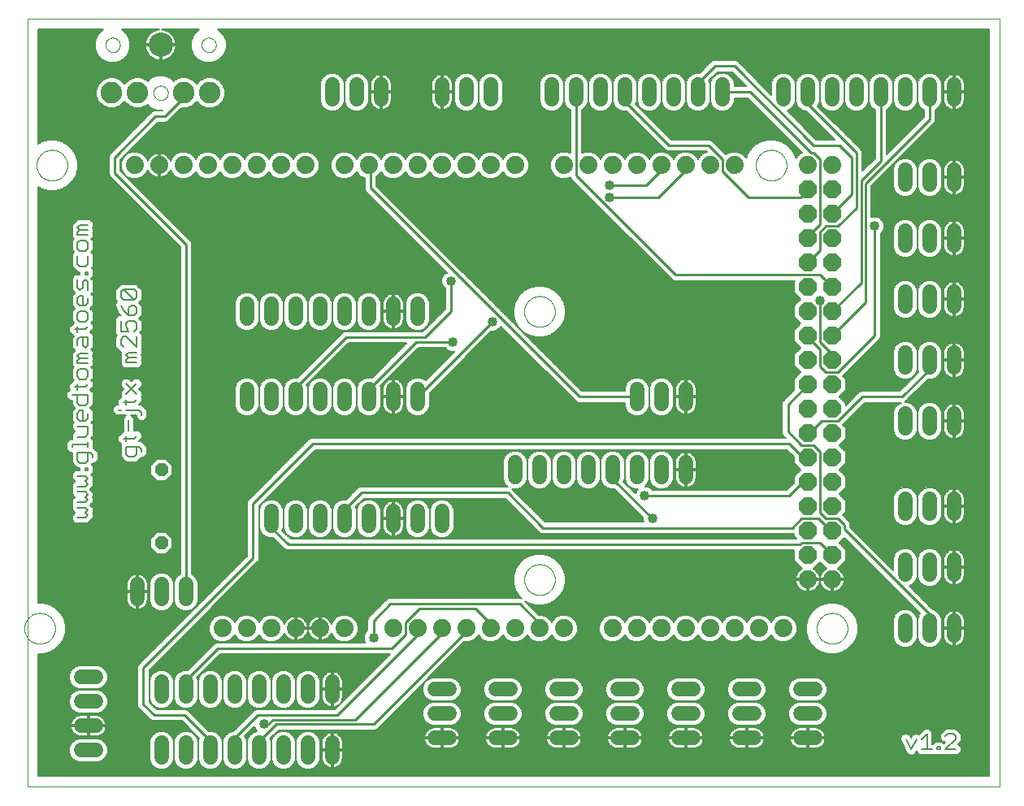
<source format=gtl>
G75*
%MOIN*%
%OFA0B0*%
%FSLAX25Y25*%
%IPPOS*%
%LPD*%
%AMOC8*
5,1,8,0,0,1.08239X$1,22.5*
%
%ADD10C,0.00000*%
%ADD11C,0.00600*%
%ADD12C,0.06000*%
%ADD13C,0.07400*%
%ADD14OC8,0.07400*%
%ADD15C,0.10000*%
%ADD16C,0.08858*%
%ADD17OC8,0.05200*%
%ADD18C,0.01000*%
%ADD19C,0.04000*%
D10*
X0076250Y0002534D02*
X0076250Y0317495D01*
X0474951Y0317495D01*
X0474951Y0002534D01*
X0076250Y0002534D01*
X0074951Y0067534D02*
X0074953Y0067692D01*
X0074959Y0067850D01*
X0074969Y0068008D01*
X0074983Y0068166D01*
X0075001Y0068323D01*
X0075022Y0068480D01*
X0075048Y0068636D01*
X0075078Y0068792D01*
X0075111Y0068947D01*
X0075149Y0069100D01*
X0075190Y0069253D01*
X0075235Y0069405D01*
X0075284Y0069556D01*
X0075337Y0069705D01*
X0075393Y0069853D01*
X0075453Y0069999D01*
X0075517Y0070144D01*
X0075585Y0070287D01*
X0075656Y0070429D01*
X0075730Y0070569D01*
X0075808Y0070706D01*
X0075890Y0070842D01*
X0075974Y0070976D01*
X0076063Y0071107D01*
X0076154Y0071236D01*
X0076249Y0071363D01*
X0076346Y0071488D01*
X0076447Y0071610D01*
X0076551Y0071729D01*
X0076658Y0071846D01*
X0076768Y0071960D01*
X0076881Y0072071D01*
X0076996Y0072180D01*
X0077114Y0072285D01*
X0077235Y0072387D01*
X0077358Y0072487D01*
X0077484Y0072583D01*
X0077612Y0072676D01*
X0077742Y0072766D01*
X0077875Y0072852D01*
X0078010Y0072936D01*
X0078146Y0073015D01*
X0078285Y0073092D01*
X0078426Y0073164D01*
X0078568Y0073234D01*
X0078712Y0073299D01*
X0078858Y0073361D01*
X0079005Y0073419D01*
X0079154Y0073474D01*
X0079304Y0073525D01*
X0079455Y0073572D01*
X0079607Y0073615D01*
X0079760Y0073654D01*
X0079915Y0073690D01*
X0080070Y0073721D01*
X0080226Y0073749D01*
X0080382Y0073773D01*
X0080539Y0073793D01*
X0080697Y0073809D01*
X0080854Y0073821D01*
X0081013Y0073829D01*
X0081171Y0073833D01*
X0081329Y0073833D01*
X0081487Y0073829D01*
X0081646Y0073821D01*
X0081803Y0073809D01*
X0081961Y0073793D01*
X0082118Y0073773D01*
X0082274Y0073749D01*
X0082430Y0073721D01*
X0082585Y0073690D01*
X0082740Y0073654D01*
X0082893Y0073615D01*
X0083045Y0073572D01*
X0083196Y0073525D01*
X0083346Y0073474D01*
X0083495Y0073419D01*
X0083642Y0073361D01*
X0083788Y0073299D01*
X0083932Y0073234D01*
X0084074Y0073164D01*
X0084215Y0073092D01*
X0084354Y0073015D01*
X0084490Y0072936D01*
X0084625Y0072852D01*
X0084758Y0072766D01*
X0084888Y0072676D01*
X0085016Y0072583D01*
X0085142Y0072487D01*
X0085265Y0072387D01*
X0085386Y0072285D01*
X0085504Y0072180D01*
X0085619Y0072071D01*
X0085732Y0071960D01*
X0085842Y0071846D01*
X0085949Y0071729D01*
X0086053Y0071610D01*
X0086154Y0071488D01*
X0086251Y0071363D01*
X0086346Y0071236D01*
X0086437Y0071107D01*
X0086526Y0070976D01*
X0086610Y0070842D01*
X0086692Y0070706D01*
X0086770Y0070569D01*
X0086844Y0070429D01*
X0086915Y0070287D01*
X0086983Y0070144D01*
X0087047Y0069999D01*
X0087107Y0069853D01*
X0087163Y0069705D01*
X0087216Y0069556D01*
X0087265Y0069405D01*
X0087310Y0069253D01*
X0087351Y0069100D01*
X0087389Y0068947D01*
X0087422Y0068792D01*
X0087452Y0068636D01*
X0087478Y0068480D01*
X0087499Y0068323D01*
X0087517Y0068166D01*
X0087531Y0068008D01*
X0087541Y0067850D01*
X0087547Y0067692D01*
X0087549Y0067534D01*
X0087547Y0067376D01*
X0087541Y0067218D01*
X0087531Y0067060D01*
X0087517Y0066902D01*
X0087499Y0066745D01*
X0087478Y0066588D01*
X0087452Y0066432D01*
X0087422Y0066276D01*
X0087389Y0066121D01*
X0087351Y0065968D01*
X0087310Y0065815D01*
X0087265Y0065663D01*
X0087216Y0065512D01*
X0087163Y0065363D01*
X0087107Y0065215D01*
X0087047Y0065069D01*
X0086983Y0064924D01*
X0086915Y0064781D01*
X0086844Y0064639D01*
X0086770Y0064499D01*
X0086692Y0064362D01*
X0086610Y0064226D01*
X0086526Y0064092D01*
X0086437Y0063961D01*
X0086346Y0063832D01*
X0086251Y0063705D01*
X0086154Y0063580D01*
X0086053Y0063458D01*
X0085949Y0063339D01*
X0085842Y0063222D01*
X0085732Y0063108D01*
X0085619Y0062997D01*
X0085504Y0062888D01*
X0085386Y0062783D01*
X0085265Y0062681D01*
X0085142Y0062581D01*
X0085016Y0062485D01*
X0084888Y0062392D01*
X0084758Y0062302D01*
X0084625Y0062216D01*
X0084490Y0062132D01*
X0084354Y0062053D01*
X0084215Y0061976D01*
X0084074Y0061904D01*
X0083932Y0061834D01*
X0083788Y0061769D01*
X0083642Y0061707D01*
X0083495Y0061649D01*
X0083346Y0061594D01*
X0083196Y0061543D01*
X0083045Y0061496D01*
X0082893Y0061453D01*
X0082740Y0061414D01*
X0082585Y0061378D01*
X0082430Y0061347D01*
X0082274Y0061319D01*
X0082118Y0061295D01*
X0081961Y0061275D01*
X0081803Y0061259D01*
X0081646Y0061247D01*
X0081487Y0061239D01*
X0081329Y0061235D01*
X0081171Y0061235D01*
X0081013Y0061239D01*
X0080854Y0061247D01*
X0080697Y0061259D01*
X0080539Y0061275D01*
X0080382Y0061295D01*
X0080226Y0061319D01*
X0080070Y0061347D01*
X0079915Y0061378D01*
X0079760Y0061414D01*
X0079607Y0061453D01*
X0079455Y0061496D01*
X0079304Y0061543D01*
X0079154Y0061594D01*
X0079005Y0061649D01*
X0078858Y0061707D01*
X0078712Y0061769D01*
X0078568Y0061834D01*
X0078426Y0061904D01*
X0078285Y0061976D01*
X0078146Y0062053D01*
X0078010Y0062132D01*
X0077875Y0062216D01*
X0077742Y0062302D01*
X0077612Y0062392D01*
X0077484Y0062485D01*
X0077358Y0062581D01*
X0077235Y0062681D01*
X0077114Y0062783D01*
X0076996Y0062888D01*
X0076881Y0062997D01*
X0076768Y0063108D01*
X0076658Y0063222D01*
X0076551Y0063339D01*
X0076447Y0063458D01*
X0076346Y0063580D01*
X0076249Y0063705D01*
X0076154Y0063832D01*
X0076063Y0063961D01*
X0075974Y0064092D01*
X0075890Y0064226D01*
X0075808Y0064362D01*
X0075730Y0064499D01*
X0075656Y0064639D01*
X0075585Y0064781D01*
X0075517Y0064924D01*
X0075453Y0065069D01*
X0075393Y0065215D01*
X0075337Y0065363D01*
X0075284Y0065512D01*
X0075235Y0065663D01*
X0075190Y0065815D01*
X0075149Y0065968D01*
X0075111Y0066121D01*
X0075078Y0066276D01*
X0075048Y0066432D01*
X0075022Y0066588D01*
X0075001Y0066745D01*
X0074983Y0066902D01*
X0074969Y0067060D01*
X0074959Y0067218D01*
X0074953Y0067376D01*
X0074951Y0067534D01*
X0279951Y0087534D02*
X0279953Y0087692D01*
X0279959Y0087850D01*
X0279969Y0088008D01*
X0279983Y0088166D01*
X0280001Y0088323D01*
X0280022Y0088480D01*
X0280048Y0088636D01*
X0280078Y0088792D01*
X0280111Y0088947D01*
X0280149Y0089100D01*
X0280190Y0089253D01*
X0280235Y0089405D01*
X0280284Y0089556D01*
X0280337Y0089705D01*
X0280393Y0089853D01*
X0280453Y0089999D01*
X0280517Y0090144D01*
X0280585Y0090287D01*
X0280656Y0090429D01*
X0280730Y0090569D01*
X0280808Y0090706D01*
X0280890Y0090842D01*
X0280974Y0090976D01*
X0281063Y0091107D01*
X0281154Y0091236D01*
X0281249Y0091363D01*
X0281346Y0091488D01*
X0281447Y0091610D01*
X0281551Y0091729D01*
X0281658Y0091846D01*
X0281768Y0091960D01*
X0281881Y0092071D01*
X0281996Y0092180D01*
X0282114Y0092285D01*
X0282235Y0092387D01*
X0282358Y0092487D01*
X0282484Y0092583D01*
X0282612Y0092676D01*
X0282742Y0092766D01*
X0282875Y0092852D01*
X0283010Y0092936D01*
X0283146Y0093015D01*
X0283285Y0093092D01*
X0283426Y0093164D01*
X0283568Y0093234D01*
X0283712Y0093299D01*
X0283858Y0093361D01*
X0284005Y0093419D01*
X0284154Y0093474D01*
X0284304Y0093525D01*
X0284455Y0093572D01*
X0284607Y0093615D01*
X0284760Y0093654D01*
X0284915Y0093690D01*
X0285070Y0093721D01*
X0285226Y0093749D01*
X0285382Y0093773D01*
X0285539Y0093793D01*
X0285697Y0093809D01*
X0285854Y0093821D01*
X0286013Y0093829D01*
X0286171Y0093833D01*
X0286329Y0093833D01*
X0286487Y0093829D01*
X0286646Y0093821D01*
X0286803Y0093809D01*
X0286961Y0093793D01*
X0287118Y0093773D01*
X0287274Y0093749D01*
X0287430Y0093721D01*
X0287585Y0093690D01*
X0287740Y0093654D01*
X0287893Y0093615D01*
X0288045Y0093572D01*
X0288196Y0093525D01*
X0288346Y0093474D01*
X0288495Y0093419D01*
X0288642Y0093361D01*
X0288788Y0093299D01*
X0288932Y0093234D01*
X0289074Y0093164D01*
X0289215Y0093092D01*
X0289354Y0093015D01*
X0289490Y0092936D01*
X0289625Y0092852D01*
X0289758Y0092766D01*
X0289888Y0092676D01*
X0290016Y0092583D01*
X0290142Y0092487D01*
X0290265Y0092387D01*
X0290386Y0092285D01*
X0290504Y0092180D01*
X0290619Y0092071D01*
X0290732Y0091960D01*
X0290842Y0091846D01*
X0290949Y0091729D01*
X0291053Y0091610D01*
X0291154Y0091488D01*
X0291251Y0091363D01*
X0291346Y0091236D01*
X0291437Y0091107D01*
X0291526Y0090976D01*
X0291610Y0090842D01*
X0291692Y0090706D01*
X0291770Y0090569D01*
X0291844Y0090429D01*
X0291915Y0090287D01*
X0291983Y0090144D01*
X0292047Y0089999D01*
X0292107Y0089853D01*
X0292163Y0089705D01*
X0292216Y0089556D01*
X0292265Y0089405D01*
X0292310Y0089253D01*
X0292351Y0089100D01*
X0292389Y0088947D01*
X0292422Y0088792D01*
X0292452Y0088636D01*
X0292478Y0088480D01*
X0292499Y0088323D01*
X0292517Y0088166D01*
X0292531Y0088008D01*
X0292541Y0087850D01*
X0292547Y0087692D01*
X0292549Y0087534D01*
X0292547Y0087376D01*
X0292541Y0087218D01*
X0292531Y0087060D01*
X0292517Y0086902D01*
X0292499Y0086745D01*
X0292478Y0086588D01*
X0292452Y0086432D01*
X0292422Y0086276D01*
X0292389Y0086121D01*
X0292351Y0085968D01*
X0292310Y0085815D01*
X0292265Y0085663D01*
X0292216Y0085512D01*
X0292163Y0085363D01*
X0292107Y0085215D01*
X0292047Y0085069D01*
X0291983Y0084924D01*
X0291915Y0084781D01*
X0291844Y0084639D01*
X0291770Y0084499D01*
X0291692Y0084362D01*
X0291610Y0084226D01*
X0291526Y0084092D01*
X0291437Y0083961D01*
X0291346Y0083832D01*
X0291251Y0083705D01*
X0291154Y0083580D01*
X0291053Y0083458D01*
X0290949Y0083339D01*
X0290842Y0083222D01*
X0290732Y0083108D01*
X0290619Y0082997D01*
X0290504Y0082888D01*
X0290386Y0082783D01*
X0290265Y0082681D01*
X0290142Y0082581D01*
X0290016Y0082485D01*
X0289888Y0082392D01*
X0289758Y0082302D01*
X0289625Y0082216D01*
X0289490Y0082132D01*
X0289354Y0082053D01*
X0289215Y0081976D01*
X0289074Y0081904D01*
X0288932Y0081834D01*
X0288788Y0081769D01*
X0288642Y0081707D01*
X0288495Y0081649D01*
X0288346Y0081594D01*
X0288196Y0081543D01*
X0288045Y0081496D01*
X0287893Y0081453D01*
X0287740Y0081414D01*
X0287585Y0081378D01*
X0287430Y0081347D01*
X0287274Y0081319D01*
X0287118Y0081295D01*
X0286961Y0081275D01*
X0286803Y0081259D01*
X0286646Y0081247D01*
X0286487Y0081239D01*
X0286329Y0081235D01*
X0286171Y0081235D01*
X0286013Y0081239D01*
X0285854Y0081247D01*
X0285697Y0081259D01*
X0285539Y0081275D01*
X0285382Y0081295D01*
X0285226Y0081319D01*
X0285070Y0081347D01*
X0284915Y0081378D01*
X0284760Y0081414D01*
X0284607Y0081453D01*
X0284455Y0081496D01*
X0284304Y0081543D01*
X0284154Y0081594D01*
X0284005Y0081649D01*
X0283858Y0081707D01*
X0283712Y0081769D01*
X0283568Y0081834D01*
X0283426Y0081904D01*
X0283285Y0081976D01*
X0283146Y0082053D01*
X0283010Y0082132D01*
X0282875Y0082216D01*
X0282742Y0082302D01*
X0282612Y0082392D01*
X0282484Y0082485D01*
X0282358Y0082581D01*
X0282235Y0082681D01*
X0282114Y0082783D01*
X0281996Y0082888D01*
X0281881Y0082997D01*
X0281768Y0083108D01*
X0281658Y0083222D01*
X0281551Y0083339D01*
X0281447Y0083458D01*
X0281346Y0083580D01*
X0281249Y0083705D01*
X0281154Y0083832D01*
X0281063Y0083961D01*
X0280974Y0084092D01*
X0280890Y0084226D01*
X0280808Y0084362D01*
X0280730Y0084499D01*
X0280656Y0084639D01*
X0280585Y0084781D01*
X0280517Y0084924D01*
X0280453Y0085069D01*
X0280393Y0085215D01*
X0280337Y0085363D01*
X0280284Y0085512D01*
X0280235Y0085663D01*
X0280190Y0085815D01*
X0280149Y0085968D01*
X0280111Y0086121D01*
X0280078Y0086276D01*
X0280048Y0086432D01*
X0280022Y0086588D01*
X0280001Y0086745D01*
X0279983Y0086902D01*
X0279969Y0087060D01*
X0279959Y0087218D01*
X0279953Y0087376D01*
X0279951Y0087534D01*
X0399951Y0067534D02*
X0399953Y0067692D01*
X0399959Y0067850D01*
X0399969Y0068008D01*
X0399983Y0068166D01*
X0400001Y0068323D01*
X0400022Y0068480D01*
X0400048Y0068636D01*
X0400078Y0068792D01*
X0400111Y0068947D01*
X0400149Y0069100D01*
X0400190Y0069253D01*
X0400235Y0069405D01*
X0400284Y0069556D01*
X0400337Y0069705D01*
X0400393Y0069853D01*
X0400453Y0069999D01*
X0400517Y0070144D01*
X0400585Y0070287D01*
X0400656Y0070429D01*
X0400730Y0070569D01*
X0400808Y0070706D01*
X0400890Y0070842D01*
X0400974Y0070976D01*
X0401063Y0071107D01*
X0401154Y0071236D01*
X0401249Y0071363D01*
X0401346Y0071488D01*
X0401447Y0071610D01*
X0401551Y0071729D01*
X0401658Y0071846D01*
X0401768Y0071960D01*
X0401881Y0072071D01*
X0401996Y0072180D01*
X0402114Y0072285D01*
X0402235Y0072387D01*
X0402358Y0072487D01*
X0402484Y0072583D01*
X0402612Y0072676D01*
X0402742Y0072766D01*
X0402875Y0072852D01*
X0403010Y0072936D01*
X0403146Y0073015D01*
X0403285Y0073092D01*
X0403426Y0073164D01*
X0403568Y0073234D01*
X0403712Y0073299D01*
X0403858Y0073361D01*
X0404005Y0073419D01*
X0404154Y0073474D01*
X0404304Y0073525D01*
X0404455Y0073572D01*
X0404607Y0073615D01*
X0404760Y0073654D01*
X0404915Y0073690D01*
X0405070Y0073721D01*
X0405226Y0073749D01*
X0405382Y0073773D01*
X0405539Y0073793D01*
X0405697Y0073809D01*
X0405854Y0073821D01*
X0406013Y0073829D01*
X0406171Y0073833D01*
X0406329Y0073833D01*
X0406487Y0073829D01*
X0406646Y0073821D01*
X0406803Y0073809D01*
X0406961Y0073793D01*
X0407118Y0073773D01*
X0407274Y0073749D01*
X0407430Y0073721D01*
X0407585Y0073690D01*
X0407740Y0073654D01*
X0407893Y0073615D01*
X0408045Y0073572D01*
X0408196Y0073525D01*
X0408346Y0073474D01*
X0408495Y0073419D01*
X0408642Y0073361D01*
X0408788Y0073299D01*
X0408932Y0073234D01*
X0409074Y0073164D01*
X0409215Y0073092D01*
X0409354Y0073015D01*
X0409490Y0072936D01*
X0409625Y0072852D01*
X0409758Y0072766D01*
X0409888Y0072676D01*
X0410016Y0072583D01*
X0410142Y0072487D01*
X0410265Y0072387D01*
X0410386Y0072285D01*
X0410504Y0072180D01*
X0410619Y0072071D01*
X0410732Y0071960D01*
X0410842Y0071846D01*
X0410949Y0071729D01*
X0411053Y0071610D01*
X0411154Y0071488D01*
X0411251Y0071363D01*
X0411346Y0071236D01*
X0411437Y0071107D01*
X0411526Y0070976D01*
X0411610Y0070842D01*
X0411692Y0070706D01*
X0411770Y0070569D01*
X0411844Y0070429D01*
X0411915Y0070287D01*
X0411983Y0070144D01*
X0412047Y0069999D01*
X0412107Y0069853D01*
X0412163Y0069705D01*
X0412216Y0069556D01*
X0412265Y0069405D01*
X0412310Y0069253D01*
X0412351Y0069100D01*
X0412389Y0068947D01*
X0412422Y0068792D01*
X0412452Y0068636D01*
X0412478Y0068480D01*
X0412499Y0068323D01*
X0412517Y0068166D01*
X0412531Y0068008D01*
X0412541Y0067850D01*
X0412547Y0067692D01*
X0412549Y0067534D01*
X0412547Y0067376D01*
X0412541Y0067218D01*
X0412531Y0067060D01*
X0412517Y0066902D01*
X0412499Y0066745D01*
X0412478Y0066588D01*
X0412452Y0066432D01*
X0412422Y0066276D01*
X0412389Y0066121D01*
X0412351Y0065968D01*
X0412310Y0065815D01*
X0412265Y0065663D01*
X0412216Y0065512D01*
X0412163Y0065363D01*
X0412107Y0065215D01*
X0412047Y0065069D01*
X0411983Y0064924D01*
X0411915Y0064781D01*
X0411844Y0064639D01*
X0411770Y0064499D01*
X0411692Y0064362D01*
X0411610Y0064226D01*
X0411526Y0064092D01*
X0411437Y0063961D01*
X0411346Y0063832D01*
X0411251Y0063705D01*
X0411154Y0063580D01*
X0411053Y0063458D01*
X0410949Y0063339D01*
X0410842Y0063222D01*
X0410732Y0063108D01*
X0410619Y0062997D01*
X0410504Y0062888D01*
X0410386Y0062783D01*
X0410265Y0062681D01*
X0410142Y0062581D01*
X0410016Y0062485D01*
X0409888Y0062392D01*
X0409758Y0062302D01*
X0409625Y0062216D01*
X0409490Y0062132D01*
X0409354Y0062053D01*
X0409215Y0061976D01*
X0409074Y0061904D01*
X0408932Y0061834D01*
X0408788Y0061769D01*
X0408642Y0061707D01*
X0408495Y0061649D01*
X0408346Y0061594D01*
X0408196Y0061543D01*
X0408045Y0061496D01*
X0407893Y0061453D01*
X0407740Y0061414D01*
X0407585Y0061378D01*
X0407430Y0061347D01*
X0407274Y0061319D01*
X0407118Y0061295D01*
X0406961Y0061275D01*
X0406803Y0061259D01*
X0406646Y0061247D01*
X0406487Y0061239D01*
X0406329Y0061235D01*
X0406171Y0061235D01*
X0406013Y0061239D01*
X0405854Y0061247D01*
X0405697Y0061259D01*
X0405539Y0061275D01*
X0405382Y0061295D01*
X0405226Y0061319D01*
X0405070Y0061347D01*
X0404915Y0061378D01*
X0404760Y0061414D01*
X0404607Y0061453D01*
X0404455Y0061496D01*
X0404304Y0061543D01*
X0404154Y0061594D01*
X0404005Y0061649D01*
X0403858Y0061707D01*
X0403712Y0061769D01*
X0403568Y0061834D01*
X0403426Y0061904D01*
X0403285Y0061976D01*
X0403146Y0062053D01*
X0403010Y0062132D01*
X0402875Y0062216D01*
X0402742Y0062302D01*
X0402612Y0062392D01*
X0402484Y0062485D01*
X0402358Y0062581D01*
X0402235Y0062681D01*
X0402114Y0062783D01*
X0401996Y0062888D01*
X0401881Y0062997D01*
X0401768Y0063108D01*
X0401658Y0063222D01*
X0401551Y0063339D01*
X0401447Y0063458D01*
X0401346Y0063580D01*
X0401249Y0063705D01*
X0401154Y0063832D01*
X0401063Y0063961D01*
X0400974Y0064092D01*
X0400890Y0064226D01*
X0400808Y0064362D01*
X0400730Y0064499D01*
X0400656Y0064639D01*
X0400585Y0064781D01*
X0400517Y0064924D01*
X0400453Y0065069D01*
X0400393Y0065215D01*
X0400337Y0065363D01*
X0400284Y0065512D01*
X0400235Y0065663D01*
X0400190Y0065815D01*
X0400149Y0065968D01*
X0400111Y0066121D01*
X0400078Y0066276D01*
X0400048Y0066432D01*
X0400022Y0066588D01*
X0400001Y0066745D01*
X0399983Y0066902D01*
X0399969Y0067060D01*
X0399959Y0067218D01*
X0399953Y0067376D01*
X0399951Y0067534D01*
X0279951Y0197534D02*
X0279953Y0197692D01*
X0279959Y0197850D01*
X0279969Y0198008D01*
X0279983Y0198166D01*
X0280001Y0198323D01*
X0280022Y0198480D01*
X0280048Y0198636D01*
X0280078Y0198792D01*
X0280111Y0198947D01*
X0280149Y0199100D01*
X0280190Y0199253D01*
X0280235Y0199405D01*
X0280284Y0199556D01*
X0280337Y0199705D01*
X0280393Y0199853D01*
X0280453Y0199999D01*
X0280517Y0200144D01*
X0280585Y0200287D01*
X0280656Y0200429D01*
X0280730Y0200569D01*
X0280808Y0200706D01*
X0280890Y0200842D01*
X0280974Y0200976D01*
X0281063Y0201107D01*
X0281154Y0201236D01*
X0281249Y0201363D01*
X0281346Y0201488D01*
X0281447Y0201610D01*
X0281551Y0201729D01*
X0281658Y0201846D01*
X0281768Y0201960D01*
X0281881Y0202071D01*
X0281996Y0202180D01*
X0282114Y0202285D01*
X0282235Y0202387D01*
X0282358Y0202487D01*
X0282484Y0202583D01*
X0282612Y0202676D01*
X0282742Y0202766D01*
X0282875Y0202852D01*
X0283010Y0202936D01*
X0283146Y0203015D01*
X0283285Y0203092D01*
X0283426Y0203164D01*
X0283568Y0203234D01*
X0283712Y0203299D01*
X0283858Y0203361D01*
X0284005Y0203419D01*
X0284154Y0203474D01*
X0284304Y0203525D01*
X0284455Y0203572D01*
X0284607Y0203615D01*
X0284760Y0203654D01*
X0284915Y0203690D01*
X0285070Y0203721D01*
X0285226Y0203749D01*
X0285382Y0203773D01*
X0285539Y0203793D01*
X0285697Y0203809D01*
X0285854Y0203821D01*
X0286013Y0203829D01*
X0286171Y0203833D01*
X0286329Y0203833D01*
X0286487Y0203829D01*
X0286646Y0203821D01*
X0286803Y0203809D01*
X0286961Y0203793D01*
X0287118Y0203773D01*
X0287274Y0203749D01*
X0287430Y0203721D01*
X0287585Y0203690D01*
X0287740Y0203654D01*
X0287893Y0203615D01*
X0288045Y0203572D01*
X0288196Y0203525D01*
X0288346Y0203474D01*
X0288495Y0203419D01*
X0288642Y0203361D01*
X0288788Y0203299D01*
X0288932Y0203234D01*
X0289074Y0203164D01*
X0289215Y0203092D01*
X0289354Y0203015D01*
X0289490Y0202936D01*
X0289625Y0202852D01*
X0289758Y0202766D01*
X0289888Y0202676D01*
X0290016Y0202583D01*
X0290142Y0202487D01*
X0290265Y0202387D01*
X0290386Y0202285D01*
X0290504Y0202180D01*
X0290619Y0202071D01*
X0290732Y0201960D01*
X0290842Y0201846D01*
X0290949Y0201729D01*
X0291053Y0201610D01*
X0291154Y0201488D01*
X0291251Y0201363D01*
X0291346Y0201236D01*
X0291437Y0201107D01*
X0291526Y0200976D01*
X0291610Y0200842D01*
X0291692Y0200706D01*
X0291770Y0200569D01*
X0291844Y0200429D01*
X0291915Y0200287D01*
X0291983Y0200144D01*
X0292047Y0199999D01*
X0292107Y0199853D01*
X0292163Y0199705D01*
X0292216Y0199556D01*
X0292265Y0199405D01*
X0292310Y0199253D01*
X0292351Y0199100D01*
X0292389Y0198947D01*
X0292422Y0198792D01*
X0292452Y0198636D01*
X0292478Y0198480D01*
X0292499Y0198323D01*
X0292517Y0198166D01*
X0292531Y0198008D01*
X0292541Y0197850D01*
X0292547Y0197692D01*
X0292549Y0197534D01*
X0292547Y0197376D01*
X0292541Y0197218D01*
X0292531Y0197060D01*
X0292517Y0196902D01*
X0292499Y0196745D01*
X0292478Y0196588D01*
X0292452Y0196432D01*
X0292422Y0196276D01*
X0292389Y0196121D01*
X0292351Y0195968D01*
X0292310Y0195815D01*
X0292265Y0195663D01*
X0292216Y0195512D01*
X0292163Y0195363D01*
X0292107Y0195215D01*
X0292047Y0195069D01*
X0291983Y0194924D01*
X0291915Y0194781D01*
X0291844Y0194639D01*
X0291770Y0194499D01*
X0291692Y0194362D01*
X0291610Y0194226D01*
X0291526Y0194092D01*
X0291437Y0193961D01*
X0291346Y0193832D01*
X0291251Y0193705D01*
X0291154Y0193580D01*
X0291053Y0193458D01*
X0290949Y0193339D01*
X0290842Y0193222D01*
X0290732Y0193108D01*
X0290619Y0192997D01*
X0290504Y0192888D01*
X0290386Y0192783D01*
X0290265Y0192681D01*
X0290142Y0192581D01*
X0290016Y0192485D01*
X0289888Y0192392D01*
X0289758Y0192302D01*
X0289625Y0192216D01*
X0289490Y0192132D01*
X0289354Y0192053D01*
X0289215Y0191976D01*
X0289074Y0191904D01*
X0288932Y0191834D01*
X0288788Y0191769D01*
X0288642Y0191707D01*
X0288495Y0191649D01*
X0288346Y0191594D01*
X0288196Y0191543D01*
X0288045Y0191496D01*
X0287893Y0191453D01*
X0287740Y0191414D01*
X0287585Y0191378D01*
X0287430Y0191347D01*
X0287274Y0191319D01*
X0287118Y0191295D01*
X0286961Y0191275D01*
X0286803Y0191259D01*
X0286646Y0191247D01*
X0286487Y0191239D01*
X0286329Y0191235D01*
X0286171Y0191235D01*
X0286013Y0191239D01*
X0285854Y0191247D01*
X0285697Y0191259D01*
X0285539Y0191275D01*
X0285382Y0191295D01*
X0285226Y0191319D01*
X0285070Y0191347D01*
X0284915Y0191378D01*
X0284760Y0191414D01*
X0284607Y0191453D01*
X0284455Y0191496D01*
X0284304Y0191543D01*
X0284154Y0191594D01*
X0284005Y0191649D01*
X0283858Y0191707D01*
X0283712Y0191769D01*
X0283568Y0191834D01*
X0283426Y0191904D01*
X0283285Y0191976D01*
X0283146Y0192053D01*
X0283010Y0192132D01*
X0282875Y0192216D01*
X0282742Y0192302D01*
X0282612Y0192392D01*
X0282484Y0192485D01*
X0282358Y0192581D01*
X0282235Y0192681D01*
X0282114Y0192783D01*
X0281996Y0192888D01*
X0281881Y0192997D01*
X0281768Y0193108D01*
X0281658Y0193222D01*
X0281551Y0193339D01*
X0281447Y0193458D01*
X0281346Y0193580D01*
X0281249Y0193705D01*
X0281154Y0193832D01*
X0281063Y0193961D01*
X0280974Y0194092D01*
X0280890Y0194226D01*
X0280808Y0194362D01*
X0280730Y0194499D01*
X0280656Y0194639D01*
X0280585Y0194781D01*
X0280517Y0194924D01*
X0280453Y0195069D01*
X0280393Y0195215D01*
X0280337Y0195363D01*
X0280284Y0195512D01*
X0280235Y0195663D01*
X0280190Y0195815D01*
X0280149Y0195968D01*
X0280111Y0196121D01*
X0280078Y0196276D01*
X0280048Y0196432D01*
X0280022Y0196588D01*
X0280001Y0196745D01*
X0279983Y0196902D01*
X0279969Y0197060D01*
X0279959Y0197218D01*
X0279953Y0197376D01*
X0279951Y0197534D01*
X0374951Y0257534D02*
X0374953Y0257692D01*
X0374959Y0257850D01*
X0374969Y0258008D01*
X0374983Y0258166D01*
X0375001Y0258323D01*
X0375022Y0258480D01*
X0375048Y0258636D01*
X0375078Y0258792D01*
X0375111Y0258947D01*
X0375149Y0259100D01*
X0375190Y0259253D01*
X0375235Y0259405D01*
X0375284Y0259556D01*
X0375337Y0259705D01*
X0375393Y0259853D01*
X0375453Y0259999D01*
X0375517Y0260144D01*
X0375585Y0260287D01*
X0375656Y0260429D01*
X0375730Y0260569D01*
X0375808Y0260706D01*
X0375890Y0260842D01*
X0375974Y0260976D01*
X0376063Y0261107D01*
X0376154Y0261236D01*
X0376249Y0261363D01*
X0376346Y0261488D01*
X0376447Y0261610D01*
X0376551Y0261729D01*
X0376658Y0261846D01*
X0376768Y0261960D01*
X0376881Y0262071D01*
X0376996Y0262180D01*
X0377114Y0262285D01*
X0377235Y0262387D01*
X0377358Y0262487D01*
X0377484Y0262583D01*
X0377612Y0262676D01*
X0377742Y0262766D01*
X0377875Y0262852D01*
X0378010Y0262936D01*
X0378146Y0263015D01*
X0378285Y0263092D01*
X0378426Y0263164D01*
X0378568Y0263234D01*
X0378712Y0263299D01*
X0378858Y0263361D01*
X0379005Y0263419D01*
X0379154Y0263474D01*
X0379304Y0263525D01*
X0379455Y0263572D01*
X0379607Y0263615D01*
X0379760Y0263654D01*
X0379915Y0263690D01*
X0380070Y0263721D01*
X0380226Y0263749D01*
X0380382Y0263773D01*
X0380539Y0263793D01*
X0380697Y0263809D01*
X0380854Y0263821D01*
X0381013Y0263829D01*
X0381171Y0263833D01*
X0381329Y0263833D01*
X0381487Y0263829D01*
X0381646Y0263821D01*
X0381803Y0263809D01*
X0381961Y0263793D01*
X0382118Y0263773D01*
X0382274Y0263749D01*
X0382430Y0263721D01*
X0382585Y0263690D01*
X0382740Y0263654D01*
X0382893Y0263615D01*
X0383045Y0263572D01*
X0383196Y0263525D01*
X0383346Y0263474D01*
X0383495Y0263419D01*
X0383642Y0263361D01*
X0383788Y0263299D01*
X0383932Y0263234D01*
X0384074Y0263164D01*
X0384215Y0263092D01*
X0384354Y0263015D01*
X0384490Y0262936D01*
X0384625Y0262852D01*
X0384758Y0262766D01*
X0384888Y0262676D01*
X0385016Y0262583D01*
X0385142Y0262487D01*
X0385265Y0262387D01*
X0385386Y0262285D01*
X0385504Y0262180D01*
X0385619Y0262071D01*
X0385732Y0261960D01*
X0385842Y0261846D01*
X0385949Y0261729D01*
X0386053Y0261610D01*
X0386154Y0261488D01*
X0386251Y0261363D01*
X0386346Y0261236D01*
X0386437Y0261107D01*
X0386526Y0260976D01*
X0386610Y0260842D01*
X0386692Y0260706D01*
X0386770Y0260569D01*
X0386844Y0260429D01*
X0386915Y0260287D01*
X0386983Y0260144D01*
X0387047Y0259999D01*
X0387107Y0259853D01*
X0387163Y0259705D01*
X0387216Y0259556D01*
X0387265Y0259405D01*
X0387310Y0259253D01*
X0387351Y0259100D01*
X0387389Y0258947D01*
X0387422Y0258792D01*
X0387452Y0258636D01*
X0387478Y0258480D01*
X0387499Y0258323D01*
X0387517Y0258166D01*
X0387531Y0258008D01*
X0387541Y0257850D01*
X0387547Y0257692D01*
X0387549Y0257534D01*
X0387547Y0257376D01*
X0387541Y0257218D01*
X0387531Y0257060D01*
X0387517Y0256902D01*
X0387499Y0256745D01*
X0387478Y0256588D01*
X0387452Y0256432D01*
X0387422Y0256276D01*
X0387389Y0256121D01*
X0387351Y0255968D01*
X0387310Y0255815D01*
X0387265Y0255663D01*
X0387216Y0255512D01*
X0387163Y0255363D01*
X0387107Y0255215D01*
X0387047Y0255069D01*
X0386983Y0254924D01*
X0386915Y0254781D01*
X0386844Y0254639D01*
X0386770Y0254499D01*
X0386692Y0254362D01*
X0386610Y0254226D01*
X0386526Y0254092D01*
X0386437Y0253961D01*
X0386346Y0253832D01*
X0386251Y0253705D01*
X0386154Y0253580D01*
X0386053Y0253458D01*
X0385949Y0253339D01*
X0385842Y0253222D01*
X0385732Y0253108D01*
X0385619Y0252997D01*
X0385504Y0252888D01*
X0385386Y0252783D01*
X0385265Y0252681D01*
X0385142Y0252581D01*
X0385016Y0252485D01*
X0384888Y0252392D01*
X0384758Y0252302D01*
X0384625Y0252216D01*
X0384490Y0252132D01*
X0384354Y0252053D01*
X0384215Y0251976D01*
X0384074Y0251904D01*
X0383932Y0251834D01*
X0383788Y0251769D01*
X0383642Y0251707D01*
X0383495Y0251649D01*
X0383346Y0251594D01*
X0383196Y0251543D01*
X0383045Y0251496D01*
X0382893Y0251453D01*
X0382740Y0251414D01*
X0382585Y0251378D01*
X0382430Y0251347D01*
X0382274Y0251319D01*
X0382118Y0251295D01*
X0381961Y0251275D01*
X0381803Y0251259D01*
X0381646Y0251247D01*
X0381487Y0251239D01*
X0381329Y0251235D01*
X0381171Y0251235D01*
X0381013Y0251239D01*
X0380854Y0251247D01*
X0380697Y0251259D01*
X0380539Y0251275D01*
X0380382Y0251295D01*
X0380226Y0251319D01*
X0380070Y0251347D01*
X0379915Y0251378D01*
X0379760Y0251414D01*
X0379607Y0251453D01*
X0379455Y0251496D01*
X0379304Y0251543D01*
X0379154Y0251594D01*
X0379005Y0251649D01*
X0378858Y0251707D01*
X0378712Y0251769D01*
X0378568Y0251834D01*
X0378426Y0251904D01*
X0378285Y0251976D01*
X0378146Y0252053D01*
X0378010Y0252132D01*
X0377875Y0252216D01*
X0377742Y0252302D01*
X0377612Y0252392D01*
X0377484Y0252485D01*
X0377358Y0252581D01*
X0377235Y0252681D01*
X0377114Y0252783D01*
X0376996Y0252888D01*
X0376881Y0252997D01*
X0376768Y0253108D01*
X0376658Y0253222D01*
X0376551Y0253339D01*
X0376447Y0253458D01*
X0376346Y0253580D01*
X0376249Y0253705D01*
X0376154Y0253832D01*
X0376063Y0253961D01*
X0375974Y0254092D01*
X0375890Y0254226D01*
X0375808Y0254362D01*
X0375730Y0254499D01*
X0375656Y0254639D01*
X0375585Y0254781D01*
X0375517Y0254924D01*
X0375453Y0255069D01*
X0375393Y0255215D01*
X0375337Y0255363D01*
X0375284Y0255512D01*
X0375235Y0255663D01*
X0375190Y0255815D01*
X0375149Y0255968D01*
X0375111Y0256121D01*
X0375078Y0256276D01*
X0375048Y0256432D01*
X0375022Y0256588D01*
X0375001Y0256745D01*
X0374983Y0256902D01*
X0374969Y0257060D01*
X0374959Y0257218D01*
X0374953Y0257376D01*
X0374951Y0257534D01*
X0147588Y0306904D02*
X0147590Y0307012D01*
X0147596Y0307121D01*
X0147606Y0307229D01*
X0147620Y0307336D01*
X0147638Y0307443D01*
X0147659Y0307550D01*
X0147685Y0307655D01*
X0147715Y0307760D01*
X0147748Y0307863D01*
X0147785Y0307965D01*
X0147826Y0308065D01*
X0147870Y0308164D01*
X0147919Y0308262D01*
X0147970Y0308357D01*
X0148025Y0308450D01*
X0148084Y0308542D01*
X0148146Y0308631D01*
X0148211Y0308718D01*
X0148279Y0308802D01*
X0148350Y0308884D01*
X0148424Y0308963D01*
X0148501Y0309039D01*
X0148581Y0309113D01*
X0148664Y0309183D01*
X0148749Y0309251D01*
X0148836Y0309315D01*
X0148926Y0309376D01*
X0149018Y0309434D01*
X0149112Y0309488D01*
X0149208Y0309539D01*
X0149305Y0309586D01*
X0149405Y0309630D01*
X0149506Y0309670D01*
X0149608Y0309706D01*
X0149711Y0309738D01*
X0149816Y0309767D01*
X0149922Y0309791D01*
X0150028Y0309812D01*
X0150135Y0309829D01*
X0150243Y0309842D01*
X0150351Y0309851D01*
X0150460Y0309856D01*
X0150568Y0309857D01*
X0150677Y0309854D01*
X0150785Y0309847D01*
X0150893Y0309836D01*
X0151000Y0309821D01*
X0151107Y0309802D01*
X0151213Y0309779D01*
X0151318Y0309753D01*
X0151423Y0309722D01*
X0151525Y0309688D01*
X0151627Y0309650D01*
X0151727Y0309608D01*
X0151826Y0309563D01*
X0151923Y0309514D01*
X0152017Y0309461D01*
X0152110Y0309405D01*
X0152201Y0309346D01*
X0152290Y0309283D01*
X0152376Y0309218D01*
X0152460Y0309149D01*
X0152541Y0309077D01*
X0152619Y0309002D01*
X0152695Y0308924D01*
X0152768Y0308843D01*
X0152838Y0308760D01*
X0152904Y0308675D01*
X0152968Y0308587D01*
X0153028Y0308496D01*
X0153085Y0308404D01*
X0153138Y0308309D01*
X0153188Y0308213D01*
X0153234Y0308115D01*
X0153277Y0308015D01*
X0153316Y0307914D01*
X0153351Y0307811D01*
X0153383Y0307708D01*
X0153410Y0307603D01*
X0153434Y0307497D01*
X0153454Y0307390D01*
X0153470Y0307283D01*
X0153482Y0307175D01*
X0153490Y0307067D01*
X0153494Y0306958D01*
X0153494Y0306850D01*
X0153490Y0306741D01*
X0153482Y0306633D01*
X0153470Y0306525D01*
X0153454Y0306418D01*
X0153434Y0306311D01*
X0153410Y0306205D01*
X0153383Y0306100D01*
X0153351Y0305997D01*
X0153316Y0305894D01*
X0153277Y0305793D01*
X0153234Y0305693D01*
X0153188Y0305595D01*
X0153138Y0305499D01*
X0153085Y0305404D01*
X0153028Y0305312D01*
X0152968Y0305221D01*
X0152904Y0305133D01*
X0152838Y0305048D01*
X0152768Y0304965D01*
X0152695Y0304884D01*
X0152619Y0304806D01*
X0152541Y0304731D01*
X0152460Y0304659D01*
X0152376Y0304590D01*
X0152290Y0304525D01*
X0152201Y0304462D01*
X0152110Y0304403D01*
X0152018Y0304347D01*
X0151923Y0304294D01*
X0151826Y0304245D01*
X0151727Y0304200D01*
X0151627Y0304158D01*
X0151525Y0304120D01*
X0151423Y0304086D01*
X0151318Y0304055D01*
X0151213Y0304029D01*
X0151107Y0304006D01*
X0151000Y0303987D01*
X0150893Y0303972D01*
X0150785Y0303961D01*
X0150677Y0303954D01*
X0150568Y0303951D01*
X0150460Y0303952D01*
X0150351Y0303957D01*
X0150243Y0303966D01*
X0150135Y0303979D01*
X0150028Y0303996D01*
X0149922Y0304017D01*
X0149816Y0304041D01*
X0149711Y0304070D01*
X0149608Y0304102D01*
X0149506Y0304138D01*
X0149405Y0304178D01*
X0149305Y0304222D01*
X0149208Y0304269D01*
X0149112Y0304320D01*
X0149018Y0304374D01*
X0148926Y0304432D01*
X0148836Y0304493D01*
X0148749Y0304557D01*
X0148664Y0304625D01*
X0148581Y0304695D01*
X0148501Y0304769D01*
X0148424Y0304845D01*
X0148350Y0304924D01*
X0148279Y0305006D01*
X0148211Y0305090D01*
X0148146Y0305177D01*
X0148084Y0305266D01*
X0148025Y0305358D01*
X0147970Y0305451D01*
X0147919Y0305546D01*
X0147870Y0305644D01*
X0147826Y0305743D01*
X0147785Y0305843D01*
X0147748Y0305945D01*
X0147715Y0306048D01*
X0147685Y0306153D01*
X0147659Y0306258D01*
X0147638Y0306365D01*
X0147620Y0306472D01*
X0147606Y0306579D01*
X0147596Y0306687D01*
X0147590Y0306796D01*
X0147588Y0306904D01*
X0127903Y0287219D02*
X0127905Y0287327D01*
X0127911Y0287436D01*
X0127921Y0287544D01*
X0127935Y0287651D01*
X0127953Y0287758D01*
X0127974Y0287865D01*
X0128000Y0287970D01*
X0128030Y0288075D01*
X0128063Y0288178D01*
X0128100Y0288280D01*
X0128141Y0288380D01*
X0128185Y0288479D01*
X0128234Y0288577D01*
X0128285Y0288672D01*
X0128340Y0288765D01*
X0128399Y0288857D01*
X0128461Y0288946D01*
X0128526Y0289033D01*
X0128594Y0289117D01*
X0128665Y0289199D01*
X0128739Y0289278D01*
X0128816Y0289354D01*
X0128896Y0289428D01*
X0128979Y0289498D01*
X0129064Y0289566D01*
X0129151Y0289630D01*
X0129241Y0289691D01*
X0129333Y0289749D01*
X0129427Y0289803D01*
X0129523Y0289854D01*
X0129620Y0289901D01*
X0129720Y0289945D01*
X0129821Y0289985D01*
X0129923Y0290021D01*
X0130026Y0290053D01*
X0130131Y0290082D01*
X0130237Y0290106D01*
X0130343Y0290127D01*
X0130450Y0290144D01*
X0130558Y0290157D01*
X0130666Y0290166D01*
X0130775Y0290171D01*
X0130883Y0290172D01*
X0130992Y0290169D01*
X0131100Y0290162D01*
X0131208Y0290151D01*
X0131315Y0290136D01*
X0131422Y0290117D01*
X0131528Y0290094D01*
X0131633Y0290068D01*
X0131738Y0290037D01*
X0131840Y0290003D01*
X0131942Y0289965D01*
X0132042Y0289923D01*
X0132141Y0289878D01*
X0132238Y0289829D01*
X0132332Y0289776D01*
X0132425Y0289720D01*
X0132516Y0289661D01*
X0132605Y0289598D01*
X0132691Y0289533D01*
X0132775Y0289464D01*
X0132856Y0289392D01*
X0132934Y0289317D01*
X0133010Y0289239D01*
X0133083Y0289158D01*
X0133153Y0289075D01*
X0133219Y0288990D01*
X0133283Y0288902D01*
X0133343Y0288811D01*
X0133400Y0288719D01*
X0133453Y0288624D01*
X0133503Y0288528D01*
X0133549Y0288430D01*
X0133592Y0288330D01*
X0133631Y0288229D01*
X0133666Y0288126D01*
X0133698Y0288023D01*
X0133725Y0287918D01*
X0133749Y0287812D01*
X0133769Y0287705D01*
X0133785Y0287598D01*
X0133797Y0287490D01*
X0133805Y0287382D01*
X0133809Y0287273D01*
X0133809Y0287165D01*
X0133805Y0287056D01*
X0133797Y0286948D01*
X0133785Y0286840D01*
X0133769Y0286733D01*
X0133749Y0286626D01*
X0133725Y0286520D01*
X0133698Y0286415D01*
X0133666Y0286312D01*
X0133631Y0286209D01*
X0133592Y0286108D01*
X0133549Y0286008D01*
X0133503Y0285910D01*
X0133453Y0285814D01*
X0133400Y0285719D01*
X0133343Y0285627D01*
X0133283Y0285536D01*
X0133219Y0285448D01*
X0133153Y0285363D01*
X0133083Y0285280D01*
X0133010Y0285199D01*
X0132934Y0285121D01*
X0132856Y0285046D01*
X0132775Y0284974D01*
X0132691Y0284905D01*
X0132605Y0284840D01*
X0132516Y0284777D01*
X0132425Y0284718D01*
X0132333Y0284662D01*
X0132238Y0284609D01*
X0132141Y0284560D01*
X0132042Y0284515D01*
X0131942Y0284473D01*
X0131840Y0284435D01*
X0131738Y0284401D01*
X0131633Y0284370D01*
X0131528Y0284344D01*
X0131422Y0284321D01*
X0131315Y0284302D01*
X0131208Y0284287D01*
X0131100Y0284276D01*
X0130992Y0284269D01*
X0130883Y0284266D01*
X0130775Y0284267D01*
X0130666Y0284272D01*
X0130558Y0284281D01*
X0130450Y0284294D01*
X0130343Y0284311D01*
X0130237Y0284332D01*
X0130131Y0284356D01*
X0130026Y0284385D01*
X0129923Y0284417D01*
X0129821Y0284453D01*
X0129720Y0284493D01*
X0129620Y0284537D01*
X0129523Y0284584D01*
X0129427Y0284635D01*
X0129333Y0284689D01*
X0129241Y0284747D01*
X0129151Y0284808D01*
X0129064Y0284872D01*
X0128979Y0284940D01*
X0128896Y0285010D01*
X0128816Y0285084D01*
X0128739Y0285160D01*
X0128665Y0285239D01*
X0128594Y0285321D01*
X0128526Y0285405D01*
X0128461Y0285492D01*
X0128399Y0285581D01*
X0128340Y0285673D01*
X0128285Y0285766D01*
X0128234Y0285861D01*
X0128185Y0285959D01*
X0128141Y0286058D01*
X0128100Y0286158D01*
X0128063Y0286260D01*
X0128030Y0286363D01*
X0128000Y0286468D01*
X0127974Y0286573D01*
X0127953Y0286680D01*
X0127935Y0286787D01*
X0127921Y0286894D01*
X0127911Y0287002D01*
X0127905Y0287111D01*
X0127903Y0287219D01*
X0108218Y0306904D02*
X0108220Y0307012D01*
X0108226Y0307121D01*
X0108236Y0307229D01*
X0108250Y0307336D01*
X0108268Y0307443D01*
X0108289Y0307550D01*
X0108315Y0307655D01*
X0108345Y0307760D01*
X0108378Y0307863D01*
X0108415Y0307965D01*
X0108456Y0308065D01*
X0108500Y0308164D01*
X0108549Y0308262D01*
X0108600Y0308357D01*
X0108655Y0308450D01*
X0108714Y0308542D01*
X0108776Y0308631D01*
X0108841Y0308718D01*
X0108909Y0308802D01*
X0108980Y0308884D01*
X0109054Y0308963D01*
X0109131Y0309039D01*
X0109211Y0309113D01*
X0109294Y0309183D01*
X0109379Y0309251D01*
X0109466Y0309315D01*
X0109556Y0309376D01*
X0109648Y0309434D01*
X0109742Y0309488D01*
X0109838Y0309539D01*
X0109935Y0309586D01*
X0110035Y0309630D01*
X0110136Y0309670D01*
X0110238Y0309706D01*
X0110341Y0309738D01*
X0110446Y0309767D01*
X0110552Y0309791D01*
X0110658Y0309812D01*
X0110765Y0309829D01*
X0110873Y0309842D01*
X0110981Y0309851D01*
X0111090Y0309856D01*
X0111198Y0309857D01*
X0111307Y0309854D01*
X0111415Y0309847D01*
X0111523Y0309836D01*
X0111630Y0309821D01*
X0111737Y0309802D01*
X0111843Y0309779D01*
X0111948Y0309753D01*
X0112053Y0309722D01*
X0112155Y0309688D01*
X0112257Y0309650D01*
X0112357Y0309608D01*
X0112456Y0309563D01*
X0112553Y0309514D01*
X0112647Y0309461D01*
X0112740Y0309405D01*
X0112831Y0309346D01*
X0112920Y0309283D01*
X0113006Y0309218D01*
X0113090Y0309149D01*
X0113171Y0309077D01*
X0113249Y0309002D01*
X0113325Y0308924D01*
X0113398Y0308843D01*
X0113468Y0308760D01*
X0113534Y0308675D01*
X0113598Y0308587D01*
X0113658Y0308496D01*
X0113715Y0308404D01*
X0113768Y0308309D01*
X0113818Y0308213D01*
X0113864Y0308115D01*
X0113907Y0308015D01*
X0113946Y0307914D01*
X0113981Y0307811D01*
X0114013Y0307708D01*
X0114040Y0307603D01*
X0114064Y0307497D01*
X0114084Y0307390D01*
X0114100Y0307283D01*
X0114112Y0307175D01*
X0114120Y0307067D01*
X0114124Y0306958D01*
X0114124Y0306850D01*
X0114120Y0306741D01*
X0114112Y0306633D01*
X0114100Y0306525D01*
X0114084Y0306418D01*
X0114064Y0306311D01*
X0114040Y0306205D01*
X0114013Y0306100D01*
X0113981Y0305997D01*
X0113946Y0305894D01*
X0113907Y0305793D01*
X0113864Y0305693D01*
X0113818Y0305595D01*
X0113768Y0305499D01*
X0113715Y0305404D01*
X0113658Y0305312D01*
X0113598Y0305221D01*
X0113534Y0305133D01*
X0113468Y0305048D01*
X0113398Y0304965D01*
X0113325Y0304884D01*
X0113249Y0304806D01*
X0113171Y0304731D01*
X0113090Y0304659D01*
X0113006Y0304590D01*
X0112920Y0304525D01*
X0112831Y0304462D01*
X0112740Y0304403D01*
X0112648Y0304347D01*
X0112553Y0304294D01*
X0112456Y0304245D01*
X0112357Y0304200D01*
X0112257Y0304158D01*
X0112155Y0304120D01*
X0112053Y0304086D01*
X0111948Y0304055D01*
X0111843Y0304029D01*
X0111737Y0304006D01*
X0111630Y0303987D01*
X0111523Y0303972D01*
X0111415Y0303961D01*
X0111307Y0303954D01*
X0111198Y0303951D01*
X0111090Y0303952D01*
X0110981Y0303957D01*
X0110873Y0303966D01*
X0110765Y0303979D01*
X0110658Y0303996D01*
X0110552Y0304017D01*
X0110446Y0304041D01*
X0110341Y0304070D01*
X0110238Y0304102D01*
X0110136Y0304138D01*
X0110035Y0304178D01*
X0109935Y0304222D01*
X0109838Y0304269D01*
X0109742Y0304320D01*
X0109648Y0304374D01*
X0109556Y0304432D01*
X0109466Y0304493D01*
X0109379Y0304557D01*
X0109294Y0304625D01*
X0109211Y0304695D01*
X0109131Y0304769D01*
X0109054Y0304845D01*
X0108980Y0304924D01*
X0108909Y0305006D01*
X0108841Y0305090D01*
X0108776Y0305177D01*
X0108714Y0305266D01*
X0108655Y0305358D01*
X0108600Y0305451D01*
X0108549Y0305546D01*
X0108500Y0305644D01*
X0108456Y0305743D01*
X0108415Y0305843D01*
X0108378Y0305945D01*
X0108345Y0306048D01*
X0108315Y0306153D01*
X0108289Y0306258D01*
X0108268Y0306365D01*
X0108250Y0306472D01*
X0108236Y0306579D01*
X0108226Y0306687D01*
X0108220Y0306796D01*
X0108218Y0306904D01*
X0079951Y0257534D02*
X0079953Y0257692D01*
X0079959Y0257850D01*
X0079969Y0258008D01*
X0079983Y0258166D01*
X0080001Y0258323D01*
X0080022Y0258480D01*
X0080048Y0258636D01*
X0080078Y0258792D01*
X0080111Y0258947D01*
X0080149Y0259100D01*
X0080190Y0259253D01*
X0080235Y0259405D01*
X0080284Y0259556D01*
X0080337Y0259705D01*
X0080393Y0259853D01*
X0080453Y0259999D01*
X0080517Y0260144D01*
X0080585Y0260287D01*
X0080656Y0260429D01*
X0080730Y0260569D01*
X0080808Y0260706D01*
X0080890Y0260842D01*
X0080974Y0260976D01*
X0081063Y0261107D01*
X0081154Y0261236D01*
X0081249Y0261363D01*
X0081346Y0261488D01*
X0081447Y0261610D01*
X0081551Y0261729D01*
X0081658Y0261846D01*
X0081768Y0261960D01*
X0081881Y0262071D01*
X0081996Y0262180D01*
X0082114Y0262285D01*
X0082235Y0262387D01*
X0082358Y0262487D01*
X0082484Y0262583D01*
X0082612Y0262676D01*
X0082742Y0262766D01*
X0082875Y0262852D01*
X0083010Y0262936D01*
X0083146Y0263015D01*
X0083285Y0263092D01*
X0083426Y0263164D01*
X0083568Y0263234D01*
X0083712Y0263299D01*
X0083858Y0263361D01*
X0084005Y0263419D01*
X0084154Y0263474D01*
X0084304Y0263525D01*
X0084455Y0263572D01*
X0084607Y0263615D01*
X0084760Y0263654D01*
X0084915Y0263690D01*
X0085070Y0263721D01*
X0085226Y0263749D01*
X0085382Y0263773D01*
X0085539Y0263793D01*
X0085697Y0263809D01*
X0085854Y0263821D01*
X0086013Y0263829D01*
X0086171Y0263833D01*
X0086329Y0263833D01*
X0086487Y0263829D01*
X0086646Y0263821D01*
X0086803Y0263809D01*
X0086961Y0263793D01*
X0087118Y0263773D01*
X0087274Y0263749D01*
X0087430Y0263721D01*
X0087585Y0263690D01*
X0087740Y0263654D01*
X0087893Y0263615D01*
X0088045Y0263572D01*
X0088196Y0263525D01*
X0088346Y0263474D01*
X0088495Y0263419D01*
X0088642Y0263361D01*
X0088788Y0263299D01*
X0088932Y0263234D01*
X0089074Y0263164D01*
X0089215Y0263092D01*
X0089354Y0263015D01*
X0089490Y0262936D01*
X0089625Y0262852D01*
X0089758Y0262766D01*
X0089888Y0262676D01*
X0090016Y0262583D01*
X0090142Y0262487D01*
X0090265Y0262387D01*
X0090386Y0262285D01*
X0090504Y0262180D01*
X0090619Y0262071D01*
X0090732Y0261960D01*
X0090842Y0261846D01*
X0090949Y0261729D01*
X0091053Y0261610D01*
X0091154Y0261488D01*
X0091251Y0261363D01*
X0091346Y0261236D01*
X0091437Y0261107D01*
X0091526Y0260976D01*
X0091610Y0260842D01*
X0091692Y0260706D01*
X0091770Y0260569D01*
X0091844Y0260429D01*
X0091915Y0260287D01*
X0091983Y0260144D01*
X0092047Y0259999D01*
X0092107Y0259853D01*
X0092163Y0259705D01*
X0092216Y0259556D01*
X0092265Y0259405D01*
X0092310Y0259253D01*
X0092351Y0259100D01*
X0092389Y0258947D01*
X0092422Y0258792D01*
X0092452Y0258636D01*
X0092478Y0258480D01*
X0092499Y0258323D01*
X0092517Y0258166D01*
X0092531Y0258008D01*
X0092541Y0257850D01*
X0092547Y0257692D01*
X0092549Y0257534D01*
X0092547Y0257376D01*
X0092541Y0257218D01*
X0092531Y0257060D01*
X0092517Y0256902D01*
X0092499Y0256745D01*
X0092478Y0256588D01*
X0092452Y0256432D01*
X0092422Y0256276D01*
X0092389Y0256121D01*
X0092351Y0255968D01*
X0092310Y0255815D01*
X0092265Y0255663D01*
X0092216Y0255512D01*
X0092163Y0255363D01*
X0092107Y0255215D01*
X0092047Y0255069D01*
X0091983Y0254924D01*
X0091915Y0254781D01*
X0091844Y0254639D01*
X0091770Y0254499D01*
X0091692Y0254362D01*
X0091610Y0254226D01*
X0091526Y0254092D01*
X0091437Y0253961D01*
X0091346Y0253832D01*
X0091251Y0253705D01*
X0091154Y0253580D01*
X0091053Y0253458D01*
X0090949Y0253339D01*
X0090842Y0253222D01*
X0090732Y0253108D01*
X0090619Y0252997D01*
X0090504Y0252888D01*
X0090386Y0252783D01*
X0090265Y0252681D01*
X0090142Y0252581D01*
X0090016Y0252485D01*
X0089888Y0252392D01*
X0089758Y0252302D01*
X0089625Y0252216D01*
X0089490Y0252132D01*
X0089354Y0252053D01*
X0089215Y0251976D01*
X0089074Y0251904D01*
X0088932Y0251834D01*
X0088788Y0251769D01*
X0088642Y0251707D01*
X0088495Y0251649D01*
X0088346Y0251594D01*
X0088196Y0251543D01*
X0088045Y0251496D01*
X0087893Y0251453D01*
X0087740Y0251414D01*
X0087585Y0251378D01*
X0087430Y0251347D01*
X0087274Y0251319D01*
X0087118Y0251295D01*
X0086961Y0251275D01*
X0086803Y0251259D01*
X0086646Y0251247D01*
X0086487Y0251239D01*
X0086329Y0251235D01*
X0086171Y0251235D01*
X0086013Y0251239D01*
X0085854Y0251247D01*
X0085697Y0251259D01*
X0085539Y0251275D01*
X0085382Y0251295D01*
X0085226Y0251319D01*
X0085070Y0251347D01*
X0084915Y0251378D01*
X0084760Y0251414D01*
X0084607Y0251453D01*
X0084455Y0251496D01*
X0084304Y0251543D01*
X0084154Y0251594D01*
X0084005Y0251649D01*
X0083858Y0251707D01*
X0083712Y0251769D01*
X0083568Y0251834D01*
X0083426Y0251904D01*
X0083285Y0251976D01*
X0083146Y0252053D01*
X0083010Y0252132D01*
X0082875Y0252216D01*
X0082742Y0252302D01*
X0082612Y0252392D01*
X0082484Y0252485D01*
X0082358Y0252581D01*
X0082235Y0252681D01*
X0082114Y0252783D01*
X0081996Y0252888D01*
X0081881Y0252997D01*
X0081768Y0253108D01*
X0081658Y0253222D01*
X0081551Y0253339D01*
X0081447Y0253458D01*
X0081346Y0253580D01*
X0081249Y0253705D01*
X0081154Y0253832D01*
X0081063Y0253961D01*
X0080974Y0254092D01*
X0080890Y0254226D01*
X0080808Y0254362D01*
X0080730Y0254499D01*
X0080656Y0254639D01*
X0080585Y0254781D01*
X0080517Y0254924D01*
X0080453Y0255069D01*
X0080393Y0255215D01*
X0080337Y0255363D01*
X0080284Y0255512D01*
X0080235Y0255663D01*
X0080190Y0255815D01*
X0080149Y0255968D01*
X0080111Y0256121D01*
X0080078Y0256276D01*
X0080048Y0256432D01*
X0080022Y0256588D01*
X0080001Y0256745D01*
X0079983Y0256902D01*
X0079969Y0257060D01*
X0079959Y0257218D01*
X0079953Y0257376D01*
X0079951Y0257534D01*
D11*
X0080550Y0248586D02*
X0082159Y0247657D01*
X0084855Y0246935D01*
X0087645Y0246935D01*
X0090341Y0247657D01*
X0092758Y0249053D01*
X0094731Y0251026D01*
X0096127Y0253443D01*
X0096849Y0256139D01*
X0096849Y0258930D01*
X0096127Y0261625D01*
X0094731Y0264042D01*
X0092758Y0266016D01*
X0090341Y0267411D01*
X0087645Y0268133D01*
X0084855Y0268133D01*
X0082159Y0267411D01*
X0080550Y0266482D01*
X0080550Y0313195D01*
X0107406Y0313195D01*
X0107063Y0313053D01*
X0105023Y0311013D01*
X0103919Y0308347D01*
X0103919Y0305462D01*
X0105023Y0302796D01*
X0107063Y0300756D01*
X0109729Y0299651D01*
X0112614Y0299651D01*
X0115280Y0300756D01*
X0117320Y0302796D01*
X0118424Y0305462D01*
X0118424Y0308347D01*
X0117320Y0311013D01*
X0115280Y0313053D01*
X0114937Y0313195D01*
X0130301Y0313195D01*
X0129381Y0313049D01*
X0128438Y0312743D01*
X0127554Y0312292D01*
X0126752Y0311710D01*
X0126051Y0311008D01*
X0125468Y0310206D01*
X0125018Y0309323D01*
X0124711Y0308379D01*
X0124556Y0307400D01*
X0124556Y0307204D01*
X0130556Y0307204D01*
X0130556Y0306604D01*
X0124556Y0306604D01*
X0124556Y0306408D01*
X0124711Y0305429D01*
X0125018Y0304486D01*
X0125468Y0303602D01*
X0126051Y0302800D01*
X0126752Y0302099D01*
X0127554Y0301516D01*
X0128438Y0301066D01*
X0129381Y0300759D01*
X0130360Y0300604D01*
X0130556Y0300604D01*
X0130556Y0306604D01*
X0131156Y0306604D01*
X0131156Y0300604D01*
X0131352Y0300604D01*
X0132332Y0300759D01*
X0133275Y0301066D01*
X0134158Y0301516D01*
X0134960Y0302099D01*
X0135662Y0302800D01*
X0136245Y0303602D01*
X0136695Y0304486D01*
X0137001Y0305429D01*
X0137156Y0306408D01*
X0137156Y0306604D01*
X0131156Y0306604D01*
X0131156Y0307204D01*
X0137156Y0307204D01*
X0137156Y0307400D01*
X0137001Y0308379D01*
X0136695Y0309323D01*
X0136245Y0310206D01*
X0135662Y0311008D01*
X0134960Y0311710D01*
X0134158Y0312292D01*
X0133275Y0312743D01*
X0132332Y0313049D01*
X0131412Y0313195D01*
X0146776Y0313195D01*
X0146433Y0313053D01*
X0144393Y0311013D01*
X0143289Y0308347D01*
X0143289Y0305462D01*
X0144393Y0302796D01*
X0146433Y0300756D01*
X0149099Y0299651D01*
X0151984Y0299651D01*
X0154650Y0300756D01*
X0156690Y0302796D01*
X0157794Y0305462D01*
X0157794Y0308347D01*
X0156690Y0311013D01*
X0154650Y0313053D01*
X0154307Y0313195D01*
X0470651Y0313195D01*
X0470651Y0006834D01*
X0080550Y0006834D01*
X0080550Y0056935D01*
X0082645Y0056935D01*
X0085341Y0057657D01*
X0087758Y0059053D01*
X0089731Y0061026D01*
X0091127Y0063443D01*
X0091849Y0066139D01*
X0091849Y0068930D01*
X0091127Y0071625D01*
X0089731Y0074042D01*
X0087758Y0076016D01*
X0085341Y0077411D01*
X0082645Y0078133D01*
X0080550Y0078133D01*
X0080550Y0248586D01*
X0080550Y0248522D02*
X0080661Y0248522D01*
X0080550Y0247924D02*
X0081697Y0247924D01*
X0080550Y0247325D02*
X0083398Y0247325D01*
X0080550Y0246727D02*
X0116163Y0246727D01*
X0115565Y0247325D02*
X0089102Y0247325D01*
X0090803Y0247924D02*
X0114966Y0247924D01*
X0114368Y0248522D02*
X0091839Y0248522D01*
X0092826Y0249121D02*
X0113769Y0249121D01*
X0113171Y0249719D02*
X0093425Y0249719D01*
X0094023Y0250318D02*
X0112572Y0250318D01*
X0111974Y0250916D02*
X0094622Y0250916D01*
X0095014Y0251515D02*
X0111375Y0251515D01*
X0110777Y0252113D02*
X0095359Y0252113D01*
X0095705Y0252712D02*
X0110178Y0252712D01*
X0109840Y0253050D02*
X0110516Y0252374D01*
X0138850Y0224040D01*
X0138850Y0089844D01*
X0138474Y0089688D01*
X0137096Y0088310D01*
X0136350Y0086509D01*
X0136350Y0078559D01*
X0137096Y0076758D01*
X0138474Y0075380D01*
X0140275Y0074634D01*
X0142225Y0074634D01*
X0144026Y0075380D01*
X0145404Y0076758D01*
X0146150Y0078559D01*
X0146150Y0086509D01*
X0145404Y0088310D01*
X0144026Y0089688D01*
X0143650Y0089844D01*
X0143650Y0225512D01*
X0143285Y0226394D01*
X0114275Y0255403D01*
X0114275Y0259665D01*
X0129744Y0275134D01*
X0132977Y0275134D01*
X0133859Y0275499D01*
X0139250Y0280890D01*
X0141564Y0280890D01*
X0143890Y0281854D01*
X0145620Y0283583D01*
X0147350Y0281854D01*
X0149676Y0280890D01*
X0152194Y0280890D01*
X0154520Y0281854D01*
X0156301Y0283634D01*
X0157264Y0285960D01*
X0157264Y0288478D01*
X0156301Y0290804D01*
X0154520Y0292585D01*
X0152194Y0293548D01*
X0149676Y0293548D01*
X0147350Y0292585D01*
X0145620Y0290855D01*
X0143890Y0292585D01*
X0141564Y0293548D01*
X0139046Y0293548D01*
X0136720Y0292585D01*
X0136234Y0292099D01*
X0134965Y0293368D01*
X0132299Y0294472D01*
X0129414Y0294472D01*
X0126748Y0293368D01*
X0125479Y0292099D01*
X0124993Y0292585D01*
X0122666Y0293548D01*
X0120149Y0293548D01*
X0117822Y0292585D01*
X0116093Y0290855D01*
X0114363Y0292585D01*
X0112037Y0293548D01*
X0109519Y0293548D01*
X0107192Y0292585D01*
X0105412Y0290804D01*
X0104448Y0288478D01*
X0104448Y0285960D01*
X0105412Y0283634D01*
X0107192Y0281854D01*
X0109519Y0280890D01*
X0112037Y0280890D01*
X0114363Y0281854D01*
X0116093Y0283583D01*
X0117822Y0281854D01*
X0120149Y0280890D01*
X0122666Y0280890D01*
X0124993Y0281854D01*
X0125479Y0282340D01*
X0126748Y0281071D01*
X0129414Y0279966D01*
X0131538Y0279966D01*
X0131506Y0279934D01*
X0128273Y0279934D01*
X0127391Y0279569D01*
X0126715Y0278894D01*
X0109840Y0262019D01*
X0109475Y0261137D01*
X0109475Y0253932D01*
X0109840Y0253050D01*
X0109732Y0253310D02*
X0096050Y0253310D01*
X0096252Y0253909D02*
X0109484Y0253909D01*
X0109475Y0254507D02*
X0096412Y0254507D01*
X0096572Y0255106D02*
X0109475Y0255106D01*
X0109475Y0255704D02*
X0096733Y0255704D01*
X0096849Y0256303D02*
X0109475Y0256303D01*
X0109475Y0256901D02*
X0096849Y0256901D01*
X0096849Y0257500D02*
X0109475Y0257500D01*
X0109475Y0258098D02*
X0096849Y0258098D01*
X0096849Y0258697D02*
X0109475Y0258697D01*
X0109475Y0259295D02*
X0096751Y0259295D01*
X0096591Y0259894D02*
X0109475Y0259894D01*
X0109475Y0260492D02*
X0096430Y0260492D01*
X0096270Y0261091D02*
X0109475Y0261091D01*
X0109704Y0261690D02*
X0096090Y0261690D01*
X0095744Y0262288D02*
X0110110Y0262288D01*
X0110708Y0262887D02*
X0095399Y0262887D01*
X0095053Y0263485D02*
X0111307Y0263485D01*
X0111905Y0264084D02*
X0094690Y0264084D01*
X0094092Y0264682D02*
X0112504Y0264682D01*
X0113102Y0265281D02*
X0093493Y0265281D01*
X0092895Y0265879D02*
X0113701Y0265879D01*
X0114299Y0266478D02*
X0091958Y0266478D01*
X0090921Y0267076D02*
X0114898Y0267076D01*
X0115496Y0267675D02*
X0089357Y0267675D01*
X0083143Y0267675D02*
X0080550Y0267675D01*
X0080550Y0268273D02*
X0116095Y0268273D01*
X0116693Y0268872D02*
X0080550Y0268872D01*
X0080550Y0269470D02*
X0117292Y0269470D01*
X0117890Y0270069D02*
X0080550Y0270069D01*
X0080550Y0270667D02*
X0118489Y0270667D01*
X0119087Y0271266D02*
X0080550Y0271266D01*
X0080550Y0271864D02*
X0119686Y0271864D01*
X0120284Y0272463D02*
X0080550Y0272463D01*
X0080550Y0273061D02*
X0120883Y0273061D01*
X0121482Y0273660D02*
X0080550Y0273660D01*
X0080550Y0274258D02*
X0122080Y0274258D01*
X0122679Y0274857D02*
X0080550Y0274857D01*
X0080550Y0275455D02*
X0123277Y0275455D01*
X0123876Y0276054D02*
X0080550Y0276054D01*
X0080550Y0276652D02*
X0124474Y0276652D01*
X0125073Y0277251D02*
X0080550Y0277251D01*
X0080550Y0277849D02*
X0125671Y0277849D01*
X0126270Y0278448D02*
X0080550Y0278448D01*
X0080550Y0279046D02*
X0126868Y0279046D01*
X0127574Y0279645D02*
X0080550Y0279645D01*
X0080550Y0280243D02*
X0128745Y0280243D01*
X0127300Y0280842D02*
X0080550Y0280842D01*
X0080550Y0281440D02*
X0108190Y0281440D01*
X0107007Y0282039D02*
X0080550Y0282039D01*
X0080550Y0282637D02*
X0106409Y0282637D01*
X0105810Y0283236D02*
X0080550Y0283236D01*
X0080550Y0283834D02*
X0105329Y0283834D01*
X0105081Y0284433D02*
X0080550Y0284433D01*
X0080550Y0285031D02*
X0104833Y0285031D01*
X0104585Y0285630D02*
X0080550Y0285630D01*
X0080550Y0286228D02*
X0104448Y0286228D01*
X0104448Y0286827D02*
X0080550Y0286827D01*
X0080550Y0287426D02*
X0104448Y0287426D01*
X0104448Y0288024D02*
X0080550Y0288024D01*
X0080550Y0288623D02*
X0104508Y0288623D01*
X0104756Y0289221D02*
X0080550Y0289221D01*
X0080550Y0289820D02*
X0105004Y0289820D01*
X0105252Y0290418D02*
X0080550Y0290418D01*
X0080550Y0291017D02*
X0105624Y0291017D01*
X0106223Y0291615D02*
X0080550Y0291615D01*
X0080550Y0292214D02*
X0106821Y0292214D01*
X0107741Y0292812D02*
X0080550Y0292812D01*
X0080550Y0293411D02*
X0109186Y0293411D01*
X0112369Y0293411D02*
X0119816Y0293411D01*
X0118371Y0292812D02*
X0113814Y0292812D01*
X0114734Y0292214D02*
X0117451Y0292214D01*
X0116853Y0291615D02*
X0115332Y0291615D01*
X0115931Y0291017D02*
X0116254Y0291017D01*
X0122999Y0293411D02*
X0126851Y0293411D01*
X0126192Y0292812D02*
X0124444Y0292812D01*
X0125364Y0292214D02*
X0125594Y0292214D01*
X0128296Y0294009D02*
X0080550Y0294009D01*
X0080550Y0294608D02*
X0198394Y0294608D01*
X0198474Y0294688D02*
X0197096Y0293310D01*
X0196350Y0291509D01*
X0196350Y0283559D01*
X0197096Y0281758D01*
X0198474Y0280380D01*
X0200275Y0279634D01*
X0202225Y0279634D01*
X0204026Y0280380D01*
X0205404Y0281758D01*
X0206150Y0283559D01*
X0206150Y0291509D01*
X0205404Y0293310D01*
X0204026Y0294688D01*
X0202225Y0295434D01*
X0200275Y0295434D01*
X0198474Y0294688D01*
X0197795Y0294009D02*
X0133416Y0294009D01*
X0134861Y0293411D02*
X0138714Y0293411D01*
X0137269Y0292812D02*
X0135520Y0292812D01*
X0136119Y0292214D02*
X0136349Y0292214D01*
X0141896Y0293411D02*
X0149344Y0293411D01*
X0147899Y0292812D02*
X0143341Y0292812D01*
X0144261Y0292214D02*
X0146979Y0292214D01*
X0146380Y0291615D02*
X0144860Y0291615D01*
X0145458Y0291017D02*
X0145782Y0291017D01*
X0152526Y0293411D02*
X0197197Y0293411D01*
X0196890Y0292812D02*
X0153971Y0292812D01*
X0154891Y0292214D02*
X0196642Y0292214D01*
X0196394Y0291615D02*
X0155490Y0291615D01*
X0156088Y0291017D02*
X0196350Y0291017D01*
X0196350Y0290418D02*
X0156461Y0290418D01*
X0156709Y0289820D02*
X0196350Y0289820D01*
X0196350Y0289221D02*
X0156956Y0289221D01*
X0157204Y0288623D02*
X0196350Y0288623D01*
X0196350Y0288024D02*
X0157264Y0288024D01*
X0157264Y0287426D02*
X0196350Y0287426D01*
X0196350Y0286827D02*
X0157264Y0286827D01*
X0157264Y0286228D02*
X0196350Y0286228D01*
X0196350Y0285630D02*
X0157127Y0285630D01*
X0156879Y0285031D02*
X0196350Y0285031D01*
X0196350Y0284433D02*
X0156632Y0284433D01*
X0156384Y0283834D02*
X0196350Y0283834D01*
X0196484Y0283236D02*
X0155903Y0283236D01*
X0155304Y0282637D02*
X0196732Y0282637D01*
X0196980Y0282039D02*
X0154706Y0282039D01*
X0153523Y0281440D02*
X0197414Y0281440D01*
X0198013Y0280842D02*
X0139202Y0280842D01*
X0138603Y0280243D02*
X0198804Y0280243D01*
X0200249Y0279645D02*
X0138005Y0279645D01*
X0137406Y0279046D02*
X0298850Y0279046D01*
X0298850Y0278448D02*
X0136808Y0278448D01*
X0136209Y0277849D02*
X0298850Y0277849D01*
X0298850Y0277251D02*
X0135611Y0277251D01*
X0135012Y0276652D02*
X0298850Y0276652D01*
X0298850Y0276054D02*
X0134414Y0276054D01*
X0133753Y0275455D02*
X0298850Y0275455D01*
X0298850Y0274857D02*
X0129467Y0274857D01*
X0128868Y0274258D02*
X0298850Y0274258D01*
X0298850Y0273660D02*
X0128270Y0273660D01*
X0127671Y0273061D02*
X0298850Y0273061D01*
X0298850Y0272463D02*
X0127073Y0272463D01*
X0126474Y0271864D02*
X0298850Y0271864D01*
X0298850Y0271266D02*
X0125876Y0271266D01*
X0125277Y0270667D02*
X0298850Y0270667D01*
X0298850Y0270069D02*
X0124679Y0270069D01*
X0124080Y0269470D02*
X0298850Y0269470D01*
X0298850Y0268872D02*
X0123482Y0268872D01*
X0122883Y0268273D02*
X0298850Y0268273D01*
X0298850Y0267675D02*
X0122285Y0267675D01*
X0121686Y0267076D02*
X0298850Y0267076D01*
X0298850Y0266478D02*
X0121088Y0266478D01*
X0120489Y0265879D02*
X0298850Y0265879D01*
X0298850Y0265281D02*
X0119891Y0265281D01*
X0119292Y0264682D02*
X0298850Y0264682D01*
X0298850Y0264084D02*
X0118694Y0264084D01*
X0118095Y0263485D02*
X0298850Y0263485D01*
X0298850Y0262887D02*
X0297962Y0262887D01*
X0297364Y0263134D02*
X0295136Y0263134D01*
X0293078Y0262282D01*
X0291503Y0260706D01*
X0290650Y0258648D01*
X0290650Y0256420D01*
X0291503Y0254362D01*
X0293078Y0252787D01*
X0295136Y0251934D01*
X0297364Y0251934D01*
X0298897Y0252569D01*
X0299215Y0251800D01*
X0339840Y0211175D01*
X0340516Y0210499D01*
X0341398Y0210134D01*
X0390930Y0210134D01*
X0390650Y0209854D01*
X0390650Y0205215D01*
X0393330Y0202534D01*
X0390650Y0199854D01*
X0390650Y0195215D01*
X0393330Y0192534D01*
X0390650Y0189854D01*
X0390650Y0185215D01*
X0393330Y0182534D01*
X0390650Y0179854D01*
X0390650Y0175215D01*
X0393330Y0172534D01*
X0390650Y0169854D01*
X0390650Y0165328D01*
X0386090Y0160769D01*
X0385725Y0159887D01*
X0385725Y0147682D01*
X0386090Y0146800D01*
X0386766Y0146124D01*
X0387331Y0145559D01*
X0192648Y0145559D01*
X0191766Y0145194D01*
X0191090Y0144519D01*
X0166715Y0120144D01*
X0166350Y0119262D01*
X0166350Y0097278D01*
X0121715Y0052644D01*
X0121350Y0051762D01*
X0121350Y0035807D01*
X0121715Y0034925D01*
X0122391Y0034249D01*
X0126766Y0029874D01*
X0127648Y0029509D01*
X0139631Y0029509D01*
X0146725Y0022415D01*
X0146350Y0021509D01*
X0146350Y0013559D01*
X0147096Y0011758D01*
X0148474Y0010380D01*
X0150275Y0009634D01*
X0152225Y0009634D01*
X0154026Y0010380D01*
X0155404Y0011758D01*
X0156150Y0013559D01*
X0156150Y0021509D01*
X0155404Y0023310D01*
X0154026Y0024688D01*
X0152225Y0025434D01*
X0150494Y0025434D01*
X0142660Y0033269D01*
X0141984Y0033944D01*
X0141102Y0034309D01*
X0129119Y0034309D01*
X0126150Y0037278D01*
X0126150Y0050290D01*
X0170109Y0094249D01*
X0170785Y0094925D01*
X0171150Y0095807D01*
X0171150Y0117790D01*
X0194119Y0140759D01*
X0387756Y0140759D01*
X0390650Y0137865D01*
X0390650Y0135215D01*
X0393330Y0132534D01*
X0390650Y0129854D01*
X0390650Y0127203D01*
X0387756Y0124309D01*
X0332490Y0124309D01*
X0331584Y0125215D01*
X0330151Y0125809D01*
X0329455Y0125809D01*
X0330404Y0126758D01*
X0331150Y0128559D01*
X0331150Y0136509D01*
X0330404Y0138310D01*
X0329026Y0139688D01*
X0327225Y0140434D01*
X0325275Y0140434D01*
X0323474Y0139688D01*
X0322096Y0138310D01*
X0321350Y0136509D01*
X0321350Y0128559D01*
X0322096Y0126758D01*
X0323474Y0125380D01*
X0325275Y0124634D01*
X0326585Y0124634D01*
X0326069Y0124118D01*
X0325554Y0122875D01*
X0320775Y0127653D01*
X0321150Y0128559D01*
X0321150Y0136509D01*
X0320404Y0138310D01*
X0319026Y0139688D01*
X0317225Y0140434D01*
X0315275Y0140434D01*
X0313474Y0139688D01*
X0312096Y0138310D01*
X0311350Y0136509D01*
X0311350Y0128559D01*
X0312096Y0126758D01*
X0313474Y0125380D01*
X0315275Y0124634D01*
X0317006Y0124634D01*
X0328600Y0113040D01*
X0328600Y0111758D01*
X0328838Y0111184D01*
X0288494Y0111184D01*
X0274881Y0124798D01*
X0275275Y0124634D01*
X0277225Y0124634D01*
X0279026Y0125380D01*
X0280404Y0126758D01*
X0281150Y0128559D01*
X0281150Y0136509D01*
X0280404Y0138310D01*
X0279026Y0139688D01*
X0277225Y0140434D01*
X0275275Y0140434D01*
X0273474Y0139688D01*
X0272096Y0138310D01*
X0271350Y0136509D01*
X0271350Y0128559D01*
X0272096Y0126758D01*
X0273295Y0125559D01*
X0212648Y0125559D01*
X0211766Y0125194D01*
X0211090Y0124519D01*
X0207006Y0120434D01*
X0205275Y0120434D01*
X0203474Y0119688D01*
X0202096Y0118310D01*
X0201350Y0116509D01*
X0201350Y0108559D01*
X0202096Y0106758D01*
X0203474Y0105380D01*
X0205275Y0104634D01*
X0207225Y0104634D01*
X0209026Y0105380D01*
X0210404Y0106758D01*
X0211150Y0108559D01*
X0211150Y0116509D01*
X0210775Y0117415D01*
X0214119Y0120759D01*
X0272131Y0120759D01*
X0285465Y0107425D01*
X0286141Y0106749D01*
X0287023Y0106384D01*
X0390477Y0106384D01*
X0390650Y0106456D01*
X0390650Y0105215D01*
X0391555Y0104309D01*
X0184119Y0104309D01*
X0180775Y0107653D01*
X0181150Y0108559D01*
X0181150Y0116509D01*
X0180404Y0118310D01*
X0179026Y0119688D01*
X0177225Y0120434D01*
X0175275Y0120434D01*
X0173474Y0119688D01*
X0172096Y0118310D01*
X0171350Y0116509D01*
X0171350Y0108559D01*
X0172096Y0106758D01*
X0173474Y0105380D01*
X0175275Y0104634D01*
X0177006Y0104634D01*
X0181090Y0100550D01*
X0181766Y0099874D01*
X0182648Y0099509D01*
X0390650Y0099509D01*
X0390650Y0095215D01*
X0393911Y0091954D01*
X0393629Y0091810D01*
X0392993Y0091348D01*
X0392436Y0090791D01*
X0391974Y0090155D01*
X0391616Y0089453D01*
X0391373Y0088705D01*
X0391250Y0087928D01*
X0391250Y0087834D01*
X0395950Y0087834D01*
X0395950Y0087234D01*
X0396550Y0087234D01*
X0396550Y0082534D01*
X0396644Y0082534D01*
X0397421Y0082657D01*
X0398169Y0082900D01*
X0398871Y0083258D01*
X0399507Y0083720D01*
X0400064Y0084277D01*
X0400526Y0084914D01*
X0400884Y0085615D01*
X0401127Y0086363D01*
X0401250Y0087141D01*
X0401373Y0086363D01*
X0401616Y0085615D01*
X0401974Y0084914D01*
X0402436Y0084277D01*
X0402993Y0083720D01*
X0403629Y0083258D01*
X0404331Y0082900D01*
X0405079Y0082657D01*
X0405856Y0082534D01*
X0405950Y0082534D01*
X0405950Y0087234D01*
X0406550Y0087234D01*
X0406550Y0082534D01*
X0406644Y0082534D01*
X0407421Y0082657D01*
X0408169Y0082900D01*
X0408871Y0083258D01*
X0409507Y0083720D01*
X0410064Y0084277D01*
X0410526Y0084914D01*
X0410884Y0085615D01*
X0411127Y0086363D01*
X0411250Y0087141D01*
X0411250Y0087234D01*
X0406550Y0087234D01*
X0406550Y0087834D01*
X0411250Y0087834D01*
X0411250Y0087928D01*
X0411127Y0088705D01*
X0410884Y0089453D01*
X0410526Y0090155D01*
X0410064Y0090791D01*
X0409507Y0091348D01*
X0408871Y0091810D01*
X0408589Y0091954D01*
X0411850Y0095215D01*
X0411850Y0099854D01*
X0409170Y0102534D01*
X0411325Y0104690D01*
X0442401Y0073614D01*
X0442096Y0073310D01*
X0441350Y0071509D01*
X0441350Y0063559D01*
X0442096Y0061758D01*
X0443474Y0060380D01*
X0445275Y0059634D01*
X0447225Y0059634D01*
X0449026Y0060380D01*
X0450404Y0061758D01*
X0451150Y0063559D01*
X0451150Y0071509D01*
X0450404Y0073310D01*
X0449026Y0074688D01*
X0447471Y0075332D01*
X0437892Y0084911D01*
X0439026Y0085380D01*
X0440404Y0086758D01*
X0441150Y0088559D01*
X0441150Y0096509D01*
X0440404Y0098310D01*
X0439026Y0099688D01*
X0437225Y0100434D01*
X0435275Y0100434D01*
X0433474Y0099688D01*
X0432096Y0098310D01*
X0431350Y0096509D01*
X0431350Y0091453D01*
X0413650Y0109153D01*
X0413650Y0110512D01*
X0413285Y0111394D01*
X0410785Y0113894D01*
X0410657Y0114021D01*
X0411850Y0115215D01*
X0411850Y0119854D01*
X0409170Y0122534D01*
X0411850Y0125215D01*
X0411850Y0129854D01*
X0409170Y0132534D01*
X0411850Y0135215D01*
X0411850Y0139854D01*
X0409170Y0142534D01*
X0411850Y0145215D01*
X0411850Y0149854D01*
X0410657Y0151047D01*
X0419744Y0160134D01*
X0434551Y0160134D01*
X0433474Y0159688D01*
X0432096Y0158310D01*
X0431350Y0156509D01*
X0431350Y0148559D01*
X0432096Y0146758D01*
X0433474Y0145380D01*
X0435275Y0144634D01*
X0437225Y0144634D01*
X0439026Y0145380D01*
X0440404Y0146758D01*
X0441150Y0148559D01*
X0441150Y0156509D01*
X0440404Y0158310D01*
X0439026Y0159688D01*
X0437225Y0160434D01*
X0436202Y0160434D01*
X0436359Y0160499D01*
X0437035Y0161175D01*
X0445494Y0169634D01*
X0447225Y0169634D01*
X0449026Y0170380D01*
X0450404Y0171758D01*
X0451150Y0173559D01*
X0451150Y0181509D01*
X0450404Y0183310D01*
X0449026Y0184688D01*
X0447225Y0185434D01*
X0445275Y0185434D01*
X0443474Y0184688D01*
X0442096Y0183310D01*
X0441350Y0181509D01*
X0441350Y0173559D01*
X0441725Y0172653D01*
X0434006Y0164934D01*
X0418273Y0164934D01*
X0417391Y0164569D01*
X0411850Y0159028D01*
X0411850Y0159854D01*
X0409170Y0162534D01*
X0411850Y0165215D01*
X0411850Y0169854D01*
X0410657Y0171047D01*
X0410785Y0171175D01*
X0425785Y0186175D01*
X0426150Y0187057D01*
X0426150Y0229419D01*
X0427056Y0230325D01*
X0427650Y0231758D01*
X0427650Y0233310D01*
X0427056Y0234743D01*
X0425959Y0235840D01*
X0424526Y0236434D01*
X0422974Y0236434D01*
X0422400Y0236196D01*
X0422400Y0249040D01*
X0448285Y0274925D01*
X0448650Y0275807D01*
X0448650Y0280225D01*
X0449026Y0280380D01*
X0450404Y0281758D01*
X0451150Y0283559D01*
X0451150Y0291509D01*
X0450404Y0293310D01*
X0449026Y0294688D01*
X0447225Y0295434D01*
X0445275Y0295434D01*
X0443474Y0294688D01*
X0442096Y0293310D01*
X0441350Y0291509D01*
X0441350Y0283559D01*
X0442096Y0281758D01*
X0443474Y0280380D01*
X0443850Y0280225D01*
X0443850Y0277278D01*
X0428650Y0262078D01*
X0428650Y0280225D01*
X0429026Y0280380D01*
X0430404Y0281758D01*
X0431150Y0283559D01*
X0431150Y0291509D01*
X0430404Y0293310D01*
X0429026Y0294688D01*
X0427225Y0295434D01*
X0425275Y0295434D01*
X0423474Y0294688D01*
X0422096Y0293310D01*
X0421350Y0291509D01*
X0421350Y0283559D01*
X0422096Y0281758D01*
X0423474Y0280380D01*
X0423850Y0280225D01*
X0423850Y0260403D01*
X0418650Y0255203D01*
X0418650Y0263012D01*
X0418285Y0263894D01*
X0417609Y0264569D01*
X0400409Y0281770D01*
X0401150Y0283559D01*
X0401150Y0291509D01*
X0400404Y0293310D01*
X0399026Y0294688D01*
X0397225Y0295434D01*
X0395275Y0295434D01*
X0393474Y0294688D01*
X0392096Y0293310D01*
X0391350Y0291509D01*
X0391350Y0283559D01*
X0392096Y0281758D01*
X0393474Y0280380D01*
X0395275Y0279634D01*
X0395756Y0279634D01*
X0407331Y0268059D01*
X0399744Y0268059D01*
X0387892Y0279911D01*
X0389026Y0280380D01*
X0390404Y0281758D01*
X0391150Y0283559D01*
X0391150Y0291509D01*
X0390404Y0293310D01*
X0389026Y0294688D01*
X0387225Y0295434D01*
X0385275Y0295434D01*
X0383474Y0294688D01*
X0382096Y0293310D01*
X0381350Y0291509D01*
X0381350Y0286453D01*
X0367609Y0300194D01*
X0366727Y0300559D01*
X0357648Y0300559D01*
X0356766Y0300194D01*
X0356090Y0299519D01*
X0352006Y0295434D01*
X0350275Y0295434D01*
X0348474Y0294688D01*
X0347096Y0293310D01*
X0346350Y0291509D01*
X0346350Y0283559D01*
X0347096Y0281758D01*
X0348474Y0280380D01*
X0350275Y0279634D01*
X0352225Y0279634D01*
X0354026Y0280380D01*
X0355404Y0281758D01*
X0356150Y0283559D01*
X0356150Y0291509D01*
X0355775Y0292415D01*
X0359119Y0295759D01*
X0365256Y0295759D01*
X0371081Y0289934D01*
X0366150Y0289934D01*
X0366150Y0291509D01*
X0365404Y0293310D01*
X0364026Y0294688D01*
X0362225Y0295434D01*
X0360275Y0295434D01*
X0358474Y0294688D01*
X0357096Y0293310D01*
X0356350Y0291509D01*
X0356350Y0283559D01*
X0357096Y0281758D01*
X0358474Y0280380D01*
X0360275Y0279634D01*
X0362225Y0279634D01*
X0364026Y0280380D01*
X0365404Y0281758D01*
X0366150Y0283559D01*
X0366150Y0285134D01*
X0371506Y0285134D01*
X0393983Y0262657D01*
X0393078Y0262282D01*
X0391503Y0260706D01*
X0391424Y0260517D01*
X0391127Y0261625D01*
X0389731Y0264042D01*
X0387758Y0266016D01*
X0385341Y0267411D01*
X0382645Y0268133D01*
X0379855Y0268133D01*
X0377159Y0267411D01*
X0374742Y0266016D01*
X0372769Y0264042D01*
X0371373Y0261625D01*
X0371076Y0260517D01*
X0370997Y0260706D01*
X0369422Y0262282D01*
X0367364Y0263134D01*
X0365136Y0263134D01*
X0363078Y0262282D01*
X0362737Y0261941D01*
X0362609Y0262069D01*
X0356984Y0267694D01*
X0356102Y0268059D01*
X0340369Y0268059D01*
X0325775Y0282653D01*
X0326150Y0283559D01*
X0326150Y0291509D01*
X0325404Y0293310D01*
X0324026Y0294688D01*
X0322225Y0295434D01*
X0320275Y0295434D01*
X0318474Y0294688D01*
X0317096Y0293310D01*
X0316350Y0291509D01*
X0316350Y0283559D01*
X0317096Y0281758D01*
X0318474Y0280380D01*
X0320275Y0279634D01*
X0322006Y0279634D01*
X0337340Y0264300D01*
X0338016Y0263624D01*
X0338898Y0263259D01*
X0354631Y0263259D01*
X0354867Y0263023D01*
X0353078Y0262282D01*
X0351503Y0260706D01*
X0351250Y0260097D01*
X0350997Y0260706D01*
X0349422Y0262282D01*
X0347364Y0263134D01*
X0345136Y0263134D01*
X0343078Y0262282D01*
X0341503Y0260706D01*
X0341250Y0260097D01*
X0340997Y0260706D01*
X0339422Y0262282D01*
X0337364Y0263134D01*
X0335136Y0263134D01*
X0333078Y0262282D01*
X0331503Y0260706D01*
X0331250Y0260097D01*
X0330997Y0260706D01*
X0329422Y0262282D01*
X0327364Y0263134D01*
X0325136Y0263134D01*
X0323078Y0262282D01*
X0321503Y0260706D01*
X0321250Y0260097D01*
X0320997Y0260706D01*
X0319422Y0262282D01*
X0317364Y0263134D01*
X0315136Y0263134D01*
X0313078Y0262282D01*
X0311503Y0260706D01*
X0311250Y0260097D01*
X0310997Y0260706D01*
X0309422Y0262282D01*
X0307364Y0263134D01*
X0305136Y0263134D01*
X0303650Y0262519D01*
X0303650Y0280225D01*
X0304026Y0280380D01*
X0305404Y0281758D01*
X0306150Y0283559D01*
X0306150Y0291509D01*
X0305404Y0293310D01*
X0304026Y0294688D01*
X0302225Y0295434D01*
X0300275Y0295434D01*
X0298474Y0294688D01*
X0297096Y0293310D01*
X0296350Y0291509D01*
X0296350Y0283559D01*
X0297096Y0281758D01*
X0298474Y0280380D01*
X0298850Y0280225D01*
X0298850Y0262519D01*
X0297364Y0263134D01*
X0294538Y0262887D02*
X0277962Y0262887D01*
X0277364Y0263134D02*
X0275136Y0263134D01*
X0273078Y0262282D01*
X0271503Y0260706D01*
X0271250Y0260097D01*
X0270997Y0260706D01*
X0269422Y0262282D01*
X0267364Y0263134D01*
X0265136Y0263134D01*
X0263078Y0262282D01*
X0261503Y0260706D01*
X0261250Y0260097D01*
X0260997Y0260706D01*
X0259422Y0262282D01*
X0257364Y0263134D01*
X0255136Y0263134D01*
X0253078Y0262282D01*
X0251503Y0260706D01*
X0251250Y0260097D01*
X0250997Y0260706D01*
X0249422Y0262282D01*
X0247364Y0263134D01*
X0245136Y0263134D01*
X0243078Y0262282D01*
X0241503Y0260706D01*
X0241250Y0260097D01*
X0240997Y0260706D01*
X0239422Y0262282D01*
X0237364Y0263134D01*
X0235136Y0263134D01*
X0233078Y0262282D01*
X0231503Y0260706D01*
X0231250Y0260097D01*
X0230997Y0260706D01*
X0229422Y0262282D01*
X0227364Y0263134D01*
X0225136Y0263134D01*
X0223078Y0262282D01*
X0221503Y0260706D01*
X0221250Y0260097D01*
X0220997Y0260706D01*
X0219422Y0262282D01*
X0217364Y0263134D01*
X0215136Y0263134D01*
X0213078Y0262282D01*
X0211503Y0260706D01*
X0211250Y0260097D01*
X0210997Y0260706D01*
X0209422Y0262282D01*
X0207364Y0263134D01*
X0205136Y0263134D01*
X0203078Y0262282D01*
X0201503Y0260706D01*
X0200650Y0258648D01*
X0200650Y0256420D01*
X0201503Y0254362D01*
X0203078Y0252787D01*
X0205136Y0251934D01*
X0207364Y0251934D01*
X0209422Y0252787D01*
X0210997Y0254362D01*
X0211250Y0254972D01*
X0211503Y0254362D01*
X0213078Y0252787D01*
X0214475Y0252208D01*
X0214475Y0247682D01*
X0214840Y0246800D01*
X0215516Y0246124D01*
X0248151Y0213489D01*
X0247791Y0213340D01*
X0246694Y0212243D01*
X0246100Y0210810D01*
X0246100Y0209258D01*
X0246694Y0207825D01*
X0247600Y0206919D01*
X0247600Y0198528D01*
X0238381Y0189309D01*
X0206398Y0189309D01*
X0205516Y0188944D01*
X0204840Y0188269D01*
X0204840Y0188269D01*
X0187006Y0170434D01*
X0185275Y0170434D01*
X0183474Y0169688D01*
X0182096Y0168310D01*
X0181350Y0166509D01*
X0181350Y0158559D01*
X0182096Y0156758D01*
X0183474Y0155380D01*
X0185275Y0154634D01*
X0187225Y0154634D01*
X0189026Y0155380D01*
X0190404Y0156758D01*
X0191150Y0158559D01*
X0191150Y0166509D01*
X0190775Y0167415D01*
X0207869Y0184509D01*
X0231706Y0184509D01*
X0217512Y0170315D01*
X0217225Y0170434D01*
X0215275Y0170434D01*
X0213474Y0169688D01*
X0212096Y0168310D01*
X0211350Y0166509D01*
X0211350Y0158559D01*
X0212096Y0156758D01*
X0213474Y0155380D01*
X0215275Y0154634D01*
X0217225Y0154634D01*
X0219026Y0155380D01*
X0220404Y0156758D01*
X0221150Y0158559D01*
X0221150Y0166509D01*
X0220958Y0166973D01*
X0236619Y0182634D01*
X0247510Y0182634D01*
X0248416Y0181728D01*
X0249849Y0181134D01*
X0251401Y0181134D01*
X0251495Y0181173D01*
X0239518Y0169196D01*
X0239026Y0169688D01*
X0237225Y0170434D01*
X0235275Y0170434D01*
X0233474Y0169688D01*
X0232096Y0168310D01*
X0231350Y0166509D01*
X0231350Y0158559D01*
X0232096Y0156758D01*
X0233474Y0155380D01*
X0235275Y0154634D01*
X0237225Y0154634D01*
X0239026Y0155380D01*
X0240404Y0156758D01*
X0241150Y0158559D01*
X0241150Y0164040D01*
X0266369Y0189259D01*
X0267651Y0189259D01*
X0269084Y0189853D01*
X0270181Y0190950D01*
X0270330Y0191310D01*
X0301141Y0160499D01*
X0302023Y0160134D01*
X0321350Y0160134D01*
X0321350Y0158559D01*
X0322096Y0156758D01*
X0323474Y0155380D01*
X0325275Y0154634D01*
X0327225Y0154634D01*
X0329026Y0155380D01*
X0330404Y0156758D01*
X0331150Y0158559D01*
X0331150Y0166509D01*
X0330404Y0168310D01*
X0329026Y0169688D01*
X0327225Y0170434D01*
X0325275Y0170434D01*
X0323474Y0169688D01*
X0322096Y0168310D01*
X0321350Y0166509D01*
X0321350Y0164934D01*
X0303494Y0164934D01*
X0219275Y0249153D01*
X0219275Y0252726D01*
X0219422Y0252787D01*
X0220997Y0254362D01*
X0221250Y0254972D01*
X0221503Y0254362D01*
X0223078Y0252787D01*
X0225136Y0251934D01*
X0227364Y0251934D01*
X0229422Y0252787D01*
X0230997Y0254362D01*
X0231250Y0254972D01*
X0231503Y0254362D01*
X0233078Y0252787D01*
X0235136Y0251934D01*
X0237364Y0251934D01*
X0239422Y0252787D01*
X0240997Y0254362D01*
X0241250Y0254972D01*
X0241503Y0254362D01*
X0243078Y0252787D01*
X0245136Y0251934D01*
X0247364Y0251934D01*
X0249422Y0252787D01*
X0250997Y0254362D01*
X0251250Y0254972D01*
X0251503Y0254362D01*
X0253078Y0252787D01*
X0255136Y0251934D01*
X0257364Y0251934D01*
X0259422Y0252787D01*
X0260997Y0254362D01*
X0261250Y0254972D01*
X0261503Y0254362D01*
X0263078Y0252787D01*
X0265136Y0251934D01*
X0267364Y0251934D01*
X0269422Y0252787D01*
X0270997Y0254362D01*
X0271250Y0254972D01*
X0271503Y0254362D01*
X0273078Y0252787D01*
X0275136Y0251934D01*
X0277364Y0251934D01*
X0279422Y0252787D01*
X0280997Y0254362D01*
X0281850Y0256420D01*
X0281850Y0258648D01*
X0280997Y0260706D01*
X0279422Y0262282D01*
X0277364Y0263134D01*
X0279407Y0262288D02*
X0293093Y0262288D01*
X0292486Y0261690D02*
X0280014Y0261690D01*
X0280613Y0261091D02*
X0291887Y0261091D01*
X0291414Y0260492D02*
X0281086Y0260492D01*
X0281334Y0259894D02*
X0291166Y0259894D01*
X0290918Y0259295D02*
X0281582Y0259295D01*
X0281830Y0258697D02*
X0290670Y0258697D01*
X0290650Y0258098D02*
X0281850Y0258098D01*
X0281850Y0257500D02*
X0290650Y0257500D01*
X0290650Y0256901D02*
X0281850Y0256901D01*
X0281801Y0256303D02*
X0290699Y0256303D01*
X0290946Y0255704D02*
X0281553Y0255704D01*
X0281306Y0255106D02*
X0291194Y0255106D01*
X0291442Y0254507D02*
X0281058Y0254507D01*
X0280544Y0253909D02*
X0291956Y0253909D01*
X0292554Y0253310D02*
X0279946Y0253310D01*
X0279242Y0252712D02*
X0293258Y0252712D01*
X0294703Y0252113D02*
X0277797Y0252113D01*
X0274703Y0252113D02*
X0267797Y0252113D01*
X0269242Y0252712D02*
X0273258Y0252712D01*
X0272554Y0253310D02*
X0269946Y0253310D01*
X0270544Y0253909D02*
X0271956Y0253909D01*
X0271442Y0254507D02*
X0271058Y0254507D01*
X0264703Y0252113D02*
X0257797Y0252113D01*
X0259242Y0252712D02*
X0263258Y0252712D01*
X0262554Y0253310D02*
X0259946Y0253310D01*
X0260544Y0253909D02*
X0261956Y0253909D01*
X0261442Y0254507D02*
X0261058Y0254507D01*
X0254703Y0252113D02*
X0247797Y0252113D01*
X0249242Y0252712D02*
X0253258Y0252712D01*
X0252554Y0253310D02*
X0249946Y0253310D01*
X0250544Y0253909D02*
X0251956Y0253909D01*
X0251442Y0254507D02*
X0251058Y0254507D01*
X0244703Y0252113D02*
X0237797Y0252113D01*
X0239242Y0252712D02*
X0243258Y0252712D01*
X0242554Y0253310D02*
X0239946Y0253310D01*
X0240544Y0253909D02*
X0241956Y0253909D01*
X0241442Y0254507D02*
X0241058Y0254507D01*
X0234703Y0252113D02*
X0227797Y0252113D01*
X0229242Y0252712D02*
X0233258Y0252712D01*
X0232554Y0253310D02*
X0229946Y0253310D01*
X0230544Y0253909D02*
X0231956Y0253909D01*
X0231442Y0254507D02*
X0231058Y0254507D01*
X0224703Y0252113D02*
X0219275Y0252113D01*
X0219275Y0251515D02*
X0299500Y0251515D01*
X0299085Y0252113D02*
X0297797Y0252113D01*
X0300099Y0250916D02*
X0219275Y0250916D01*
X0219275Y0250318D02*
X0300697Y0250318D01*
X0301296Y0249719D02*
X0219275Y0249719D01*
X0219307Y0249121D02*
X0301894Y0249121D01*
X0302493Y0248522D02*
X0219906Y0248522D01*
X0220504Y0247924D02*
X0303091Y0247924D01*
X0303690Y0247325D02*
X0221103Y0247325D01*
X0221701Y0246727D02*
X0304288Y0246727D01*
X0304887Y0246128D02*
X0222300Y0246128D01*
X0222898Y0245530D02*
X0305485Y0245530D01*
X0306084Y0244931D02*
X0223497Y0244931D01*
X0224096Y0244333D02*
X0306682Y0244333D01*
X0307281Y0243734D02*
X0224694Y0243734D01*
X0225293Y0243136D02*
X0307879Y0243136D01*
X0308478Y0242537D02*
X0225891Y0242537D01*
X0226490Y0241939D02*
X0309076Y0241939D01*
X0309675Y0241340D02*
X0227088Y0241340D01*
X0227687Y0240742D02*
X0310273Y0240742D01*
X0310872Y0240143D02*
X0228285Y0240143D01*
X0228884Y0239545D02*
X0311470Y0239545D01*
X0312069Y0238946D02*
X0229482Y0238946D01*
X0230081Y0238348D02*
X0312667Y0238348D01*
X0313266Y0237749D02*
X0230679Y0237749D01*
X0231278Y0237151D02*
X0313864Y0237151D01*
X0314463Y0236552D02*
X0231876Y0236552D01*
X0232475Y0235954D02*
X0315061Y0235954D01*
X0315660Y0235355D02*
X0233073Y0235355D01*
X0233672Y0234757D02*
X0316258Y0234757D01*
X0316857Y0234158D02*
X0234270Y0234158D01*
X0234869Y0233559D02*
X0317456Y0233559D01*
X0318054Y0232961D02*
X0235467Y0232961D01*
X0236066Y0232362D02*
X0318653Y0232362D01*
X0319251Y0231764D02*
X0236664Y0231764D01*
X0237263Y0231165D02*
X0319850Y0231165D01*
X0320448Y0230567D02*
X0237861Y0230567D01*
X0238460Y0229968D02*
X0321047Y0229968D01*
X0321645Y0229370D02*
X0239058Y0229370D01*
X0239657Y0228771D02*
X0322244Y0228771D01*
X0322842Y0228173D02*
X0240255Y0228173D01*
X0240854Y0227574D02*
X0323441Y0227574D01*
X0324039Y0226976D02*
X0241452Y0226976D01*
X0242051Y0226377D02*
X0324638Y0226377D01*
X0325236Y0225779D02*
X0242649Y0225779D01*
X0243248Y0225180D02*
X0325835Y0225180D01*
X0326433Y0224582D02*
X0243846Y0224582D01*
X0244445Y0223983D02*
X0327032Y0223983D01*
X0327630Y0223385D02*
X0245043Y0223385D01*
X0245642Y0222786D02*
X0328229Y0222786D01*
X0328827Y0222188D02*
X0246240Y0222188D01*
X0246839Y0221589D02*
X0329426Y0221589D01*
X0330024Y0220991D02*
X0247437Y0220991D01*
X0248036Y0220392D02*
X0330623Y0220392D01*
X0331221Y0219794D02*
X0248634Y0219794D01*
X0249233Y0219195D02*
X0331820Y0219195D01*
X0332418Y0218597D02*
X0249832Y0218597D01*
X0250430Y0217998D02*
X0333017Y0217998D01*
X0333615Y0217400D02*
X0251029Y0217400D01*
X0251627Y0216801D02*
X0334214Y0216801D01*
X0334812Y0216203D02*
X0252226Y0216203D01*
X0252824Y0215604D02*
X0335411Y0215604D01*
X0336009Y0215006D02*
X0253423Y0215006D01*
X0254021Y0214407D02*
X0336608Y0214407D01*
X0337206Y0213809D02*
X0254620Y0213809D01*
X0255218Y0213210D02*
X0337805Y0213210D01*
X0338403Y0212612D02*
X0255817Y0212612D01*
X0256415Y0212013D02*
X0339002Y0212013D01*
X0339600Y0211415D02*
X0257014Y0211415D01*
X0257612Y0210816D02*
X0340199Y0210816D01*
X0341196Y0210218D02*
X0258211Y0210218D01*
X0258809Y0209619D02*
X0390650Y0209619D01*
X0390650Y0209021D02*
X0259408Y0209021D01*
X0260006Y0208422D02*
X0390650Y0208422D01*
X0390650Y0207823D02*
X0288802Y0207823D01*
X0287645Y0208133D02*
X0284855Y0208133D01*
X0282159Y0207411D01*
X0279742Y0206016D01*
X0277769Y0204042D01*
X0276373Y0201625D01*
X0275651Y0198930D01*
X0275651Y0196139D01*
X0276373Y0193443D01*
X0277769Y0191026D01*
X0279742Y0189053D01*
X0282159Y0187657D01*
X0284855Y0186935D01*
X0287645Y0186935D01*
X0290341Y0187657D01*
X0292758Y0189053D01*
X0294731Y0191026D01*
X0296127Y0193443D01*
X0296849Y0196139D01*
X0296849Y0198930D01*
X0296127Y0201625D01*
X0294731Y0204042D01*
X0292758Y0206016D01*
X0290341Y0207411D01*
X0287645Y0208133D01*
X0290663Y0207225D02*
X0390650Y0207225D01*
X0390650Y0206626D02*
X0291700Y0206626D01*
X0292737Y0206028D02*
X0390650Y0206028D01*
X0390650Y0205429D02*
X0293344Y0205429D01*
X0293943Y0204831D02*
X0391034Y0204831D01*
X0391632Y0204232D02*
X0294541Y0204232D01*
X0294967Y0203634D02*
X0392231Y0203634D01*
X0392829Y0203035D02*
X0295313Y0203035D01*
X0295658Y0202437D02*
X0393233Y0202437D01*
X0392635Y0201838D02*
X0296004Y0201838D01*
X0296230Y0201240D02*
X0392036Y0201240D01*
X0391438Y0200641D02*
X0296391Y0200641D01*
X0296551Y0200043D02*
X0390839Y0200043D01*
X0390650Y0199444D02*
X0296711Y0199444D01*
X0296849Y0198846D02*
X0390650Y0198846D01*
X0390650Y0198247D02*
X0296849Y0198247D01*
X0296849Y0197649D02*
X0390650Y0197649D01*
X0390650Y0197050D02*
X0296849Y0197050D01*
X0296849Y0196452D02*
X0390650Y0196452D01*
X0390650Y0195853D02*
X0296773Y0195853D01*
X0296612Y0195255D02*
X0390650Y0195255D01*
X0391208Y0194656D02*
X0296452Y0194656D01*
X0296292Y0194058D02*
X0391807Y0194058D01*
X0392405Y0193459D02*
X0296131Y0193459D01*
X0295791Y0192861D02*
X0393004Y0192861D01*
X0393059Y0192262D02*
X0295445Y0192262D01*
X0295100Y0191664D02*
X0392460Y0191664D01*
X0391861Y0191065D02*
X0294754Y0191065D01*
X0294172Y0190467D02*
X0391263Y0190467D01*
X0390664Y0189868D02*
X0293574Y0189868D01*
X0292975Y0189270D02*
X0390650Y0189270D01*
X0390650Y0188671D02*
X0292097Y0188671D01*
X0291061Y0188073D02*
X0390650Y0188073D01*
X0390650Y0187474D02*
X0289658Y0187474D01*
X0285144Y0183285D02*
X0392580Y0183285D01*
X0391981Y0183883D02*
X0284545Y0183883D01*
X0283947Y0184482D02*
X0391383Y0184482D01*
X0390784Y0185080D02*
X0283348Y0185080D01*
X0282750Y0185679D02*
X0390650Y0185679D01*
X0390650Y0186277D02*
X0282151Y0186277D01*
X0281553Y0186876D02*
X0390650Y0186876D01*
X0393178Y0182686D02*
X0285742Y0182686D01*
X0286341Y0182088D02*
X0392884Y0182088D01*
X0392285Y0181489D02*
X0286939Y0181489D01*
X0287538Y0180890D02*
X0391687Y0180890D01*
X0391088Y0180292D02*
X0288136Y0180292D01*
X0288735Y0179693D02*
X0390650Y0179693D01*
X0390650Y0179095D02*
X0289333Y0179095D01*
X0289932Y0178496D02*
X0390650Y0178496D01*
X0390650Y0177898D02*
X0290530Y0177898D01*
X0291129Y0177299D02*
X0390650Y0177299D01*
X0390650Y0176701D02*
X0291727Y0176701D01*
X0292326Y0176102D02*
X0390650Y0176102D01*
X0390650Y0175504D02*
X0292924Y0175504D01*
X0293523Y0174905D02*
X0390959Y0174905D01*
X0391558Y0174307D02*
X0294121Y0174307D01*
X0294720Y0173708D02*
X0392156Y0173708D01*
X0392755Y0173110D02*
X0295318Y0173110D01*
X0295917Y0172511D02*
X0393308Y0172511D01*
X0392709Y0171913D02*
X0296515Y0171913D01*
X0297114Y0171314D02*
X0392111Y0171314D01*
X0391512Y0170716D02*
X0297712Y0170716D01*
X0298311Y0170117D02*
X0324510Y0170117D01*
X0323305Y0169519D02*
X0298909Y0169519D01*
X0299508Y0168920D02*
X0322707Y0168920D01*
X0322108Y0168322D02*
X0300106Y0168322D01*
X0300705Y0167723D02*
X0321853Y0167723D01*
X0321605Y0167125D02*
X0301303Y0167125D01*
X0301902Y0166526D02*
X0321357Y0166526D01*
X0321350Y0165928D02*
X0302501Y0165928D01*
X0303099Y0165329D02*
X0321350Y0165329D01*
X0321350Y0159943D02*
X0241150Y0159943D01*
X0241150Y0160541D02*
X0301099Y0160541D01*
X0300500Y0161140D02*
X0241150Y0161140D01*
X0241150Y0161738D02*
X0299902Y0161738D01*
X0299303Y0162337D02*
X0241150Y0162337D01*
X0241150Y0162935D02*
X0298705Y0162935D01*
X0298106Y0163534D02*
X0241150Y0163534D01*
X0241242Y0164132D02*
X0297508Y0164132D01*
X0296909Y0164731D02*
X0241841Y0164731D01*
X0242439Y0165329D02*
X0296311Y0165329D01*
X0295712Y0165928D02*
X0243038Y0165928D01*
X0243636Y0166526D02*
X0295114Y0166526D01*
X0294515Y0167125D02*
X0244235Y0167125D01*
X0244833Y0167723D02*
X0293917Y0167723D01*
X0293318Y0168322D02*
X0245432Y0168322D01*
X0246030Y0168920D02*
X0292720Y0168920D01*
X0292121Y0169519D02*
X0246629Y0169519D01*
X0247227Y0170117D02*
X0291523Y0170117D01*
X0290924Y0170716D02*
X0247826Y0170716D01*
X0248424Y0171314D02*
X0290326Y0171314D01*
X0289727Y0171913D02*
X0249023Y0171913D01*
X0249621Y0172511D02*
X0289129Y0172511D01*
X0288530Y0173110D02*
X0250220Y0173110D01*
X0250818Y0173708D02*
X0287932Y0173708D01*
X0287333Y0174307D02*
X0251417Y0174307D01*
X0252015Y0174905D02*
X0286735Y0174905D01*
X0286136Y0175504D02*
X0252614Y0175504D01*
X0253212Y0176102D02*
X0285538Y0176102D01*
X0284939Y0176701D02*
X0253811Y0176701D01*
X0254409Y0177299D02*
X0284341Y0177299D01*
X0283742Y0177898D02*
X0255008Y0177898D01*
X0255606Y0178496D02*
X0283144Y0178496D01*
X0282545Y0179095D02*
X0256205Y0179095D01*
X0256803Y0179693D02*
X0281947Y0179693D01*
X0281348Y0180292D02*
X0257402Y0180292D01*
X0258000Y0180890D02*
X0280750Y0180890D01*
X0280151Y0181489D02*
X0258599Y0181489D01*
X0259197Y0182088D02*
X0279552Y0182088D01*
X0278954Y0182686D02*
X0259796Y0182686D01*
X0260395Y0183285D02*
X0278355Y0183285D01*
X0277757Y0183883D02*
X0260993Y0183883D01*
X0261592Y0184482D02*
X0277158Y0184482D01*
X0276560Y0185080D02*
X0262190Y0185080D01*
X0262789Y0185679D02*
X0275961Y0185679D01*
X0275363Y0186277D02*
X0263387Y0186277D01*
X0263986Y0186876D02*
X0274764Y0186876D01*
X0274166Y0187474D02*
X0264584Y0187474D01*
X0265183Y0188073D02*
X0273567Y0188073D01*
X0272969Y0188671D02*
X0265781Y0188671D01*
X0267676Y0189270D02*
X0272370Y0189270D01*
X0271772Y0189868D02*
X0269099Y0189868D01*
X0269698Y0190467D02*
X0271173Y0190467D01*
X0270575Y0191065D02*
X0270229Y0191065D01*
X0273772Y0194656D02*
X0276048Y0194656D01*
X0276208Y0194058D02*
X0274370Y0194058D01*
X0274969Y0193459D02*
X0276369Y0193459D01*
X0276709Y0192861D02*
X0275567Y0192861D01*
X0276166Y0192262D02*
X0277055Y0192262D01*
X0276765Y0191664D02*
X0277400Y0191664D01*
X0277363Y0191065D02*
X0277746Y0191065D01*
X0277962Y0190467D02*
X0278328Y0190467D01*
X0278560Y0189868D02*
X0278926Y0189868D01*
X0279159Y0189270D02*
X0279525Y0189270D01*
X0279757Y0188671D02*
X0280403Y0188671D01*
X0280356Y0188073D02*
X0281439Y0188073D01*
X0280954Y0187474D02*
X0282842Y0187474D01*
X0275888Y0195255D02*
X0273173Y0195255D01*
X0272575Y0195853D02*
X0275727Y0195853D01*
X0275651Y0196452D02*
X0271976Y0196452D01*
X0271378Y0197050D02*
X0275651Y0197050D01*
X0275651Y0197649D02*
X0270779Y0197649D01*
X0270181Y0198247D02*
X0275651Y0198247D01*
X0275651Y0198846D02*
X0269582Y0198846D01*
X0268984Y0199444D02*
X0275789Y0199444D01*
X0275949Y0200043D02*
X0268385Y0200043D01*
X0267787Y0200641D02*
X0276109Y0200641D01*
X0276270Y0201240D02*
X0267188Y0201240D01*
X0266590Y0201838D02*
X0276496Y0201838D01*
X0276842Y0202437D02*
X0265991Y0202437D01*
X0265393Y0203035D02*
X0277187Y0203035D01*
X0277533Y0203634D02*
X0264794Y0203634D01*
X0264196Y0204232D02*
X0277959Y0204232D01*
X0278557Y0204831D02*
X0263597Y0204831D01*
X0262999Y0205429D02*
X0279156Y0205429D01*
X0279763Y0206028D02*
X0262400Y0206028D01*
X0261802Y0206626D02*
X0280800Y0206626D01*
X0281837Y0207225D02*
X0261203Y0207225D01*
X0260605Y0207823D02*
X0283698Y0207823D01*
X0247600Y0206626D02*
X0143650Y0206626D01*
X0143650Y0206028D02*
X0247600Y0206028D01*
X0247600Y0205429D02*
X0237236Y0205429D01*
X0237225Y0205434D02*
X0235275Y0205434D01*
X0233474Y0204688D01*
X0232096Y0203310D01*
X0231350Y0201509D01*
X0231350Y0193559D01*
X0232096Y0191758D01*
X0233474Y0190380D01*
X0235275Y0189634D01*
X0237225Y0189634D01*
X0239026Y0190380D01*
X0240404Y0191758D01*
X0241150Y0193559D01*
X0241150Y0201509D01*
X0240404Y0203310D01*
X0239026Y0204688D01*
X0237225Y0205434D01*
X0238681Y0204831D02*
X0247600Y0204831D01*
X0247600Y0204232D02*
X0239481Y0204232D01*
X0240080Y0203634D02*
X0247600Y0203634D01*
X0247600Y0203035D02*
X0240518Y0203035D01*
X0240766Y0202437D02*
X0247600Y0202437D01*
X0247600Y0201838D02*
X0241013Y0201838D01*
X0241150Y0201240D02*
X0247600Y0201240D01*
X0247600Y0200641D02*
X0241150Y0200641D01*
X0241150Y0200043D02*
X0247600Y0200043D01*
X0247600Y0199444D02*
X0241150Y0199444D01*
X0241150Y0198846D02*
X0247600Y0198846D01*
X0247319Y0198247D02*
X0241150Y0198247D01*
X0241150Y0197649D02*
X0246721Y0197649D01*
X0246122Y0197050D02*
X0241150Y0197050D01*
X0241150Y0196452D02*
X0245524Y0196452D01*
X0244925Y0195853D02*
X0241150Y0195853D01*
X0241150Y0195255D02*
X0244327Y0195255D01*
X0243728Y0194656D02*
X0241150Y0194656D01*
X0241150Y0194058D02*
X0243130Y0194058D01*
X0242531Y0193459D02*
X0241108Y0193459D01*
X0240861Y0192861D02*
X0241932Y0192861D01*
X0241334Y0192262D02*
X0240613Y0192262D01*
X0240735Y0191664D02*
X0240309Y0191664D01*
X0240137Y0191065D02*
X0239711Y0191065D01*
X0239538Y0190467D02*
X0239112Y0190467D01*
X0238940Y0189868D02*
X0237790Y0189868D01*
X0234710Y0189868D02*
X0217790Y0189868D01*
X0217225Y0189634D02*
X0219026Y0190380D01*
X0220404Y0191758D01*
X0221150Y0193559D01*
X0221150Y0201509D01*
X0220404Y0203310D01*
X0219026Y0204688D01*
X0217225Y0205434D01*
X0215275Y0205434D01*
X0213474Y0204688D01*
X0212096Y0203310D01*
X0211350Y0201509D01*
X0211350Y0193559D01*
X0212096Y0191758D01*
X0213474Y0190380D01*
X0215275Y0189634D01*
X0217225Y0189634D01*
X0219112Y0190467D02*
X0224853Y0190467D01*
X0224599Y0190549D02*
X0225243Y0190340D01*
X0225912Y0190234D01*
X0225950Y0190234D01*
X0225950Y0197234D01*
X0226550Y0197234D01*
X0226550Y0190234D01*
X0226588Y0190234D01*
X0227257Y0190340D01*
X0227901Y0190549D01*
X0228504Y0190856D01*
X0229051Y0191254D01*
X0229530Y0191733D01*
X0229928Y0192280D01*
X0230235Y0192883D01*
X0230444Y0193527D01*
X0230550Y0194196D01*
X0230550Y0197234D01*
X0226550Y0197234D01*
X0226550Y0197834D01*
X0230550Y0197834D01*
X0230550Y0200873D01*
X0230444Y0201541D01*
X0230235Y0202185D01*
X0229928Y0202788D01*
X0229530Y0203335D01*
X0229051Y0203814D01*
X0228504Y0204212D01*
X0227901Y0204519D01*
X0227257Y0204728D01*
X0226588Y0204834D01*
X0226550Y0204834D01*
X0226550Y0197834D01*
X0225950Y0197834D01*
X0225950Y0197234D01*
X0221950Y0197234D01*
X0221950Y0194196D01*
X0222056Y0193527D01*
X0222265Y0192883D01*
X0222572Y0192280D01*
X0222970Y0191733D01*
X0223449Y0191254D01*
X0223996Y0190856D01*
X0224599Y0190549D01*
X0223709Y0191065D02*
X0219711Y0191065D01*
X0220309Y0191664D02*
X0223039Y0191664D01*
X0222586Y0192262D02*
X0220613Y0192262D01*
X0220861Y0192861D02*
X0222277Y0192861D01*
X0222078Y0193459D02*
X0221108Y0193459D01*
X0221150Y0194058D02*
X0221972Y0194058D01*
X0221950Y0194656D02*
X0221150Y0194656D01*
X0221150Y0195255D02*
X0221950Y0195255D01*
X0221950Y0195853D02*
X0221150Y0195853D01*
X0221150Y0196452D02*
X0221950Y0196452D01*
X0221950Y0197050D02*
X0221150Y0197050D01*
X0221150Y0197649D02*
X0225950Y0197649D01*
X0225950Y0197834D02*
X0221950Y0197834D01*
X0221950Y0200873D01*
X0222056Y0201541D01*
X0222265Y0202185D01*
X0222572Y0202788D01*
X0222970Y0203335D01*
X0223449Y0203814D01*
X0223996Y0204212D01*
X0224599Y0204519D01*
X0225243Y0204728D01*
X0225912Y0204834D01*
X0225950Y0204834D01*
X0225950Y0197834D01*
X0225950Y0198247D02*
X0226550Y0198247D01*
X0226550Y0197649D02*
X0231350Y0197649D01*
X0231350Y0198247D02*
X0230550Y0198247D01*
X0230550Y0198846D02*
X0231350Y0198846D01*
X0231350Y0199444D02*
X0230550Y0199444D01*
X0230550Y0200043D02*
X0231350Y0200043D01*
X0231350Y0200641D02*
X0230550Y0200641D01*
X0230492Y0201240D02*
X0231350Y0201240D01*
X0231487Y0201838D02*
X0230348Y0201838D01*
X0230106Y0202437D02*
X0231734Y0202437D01*
X0231982Y0203035D02*
X0229748Y0203035D01*
X0229231Y0203634D02*
X0232420Y0203634D01*
X0233019Y0204232D02*
X0228463Y0204232D01*
X0226550Y0204232D02*
X0225950Y0204232D01*
X0225950Y0203634D02*
X0226550Y0203634D01*
X0226550Y0203035D02*
X0225950Y0203035D01*
X0225950Y0202437D02*
X0226550Y0202437D01*
X0226550Y0201838D02*
X0225950Y0201838D01*
X0225950Y0201240D02*
X0226550Y0201240D01*
X0226550Y0200641D02*
X0225950Y0200641D01*
X0225950Y0200043D02*
X0226550Y0200043D01*
X0226550Y0199444D02*
X0225950Y0199444D01*
X0225950Y0198846D02*
X0226550Y0198846D01*
X0226550Y0197050D02*
X0225950Y0197050D01*
X0225950Y0196452D02*
X0226550Y0196452D01*
X0226550Y0195853D02*
X0225950Y0195853D01*
X0225950Y0195255D02*
X0226550Y0195255D01*
X0226550Y0194656D02*
X0225950Y0194656D01*
X0225950Y0194058D02*
X0226550Y0194058D01*
X0226550Y0193459D02*
X0225950Y0193459D01*
X0225950Y0192861D02*
X0226550Y0192861D01*
X0226550Y0192262D02*
X0225950Y0192262D01*
X0225950Y0191664D02*
X0226550Y0191664D01*
X0226550Y0191065D02*
X0225950Y0191065D01*
X0225950Y0190467D02*
X0226550Y0190467D01*
X0227647Y0190467D02*
X0233388Y0190467D01*
X0232789Y0191065D02*
X0228791Y0191065D01*
X0229461Y0191664D02*
X0232191Y0191664D01*
X0231887Y0192262D02*
X0229914Y0192262D01*
X0230223Y0192861D02*
X0231639Y0192861D01*
X0231391Y0193459D02*
X0230422Y0193459D01*
X0230528Y0194058D02*
X0231350Y0194058D01*
X0231350Y0194656D02*
X0230550Y0194656D01*
X0230550Y0195255D02*
X0231350Y0195255D01*
X0231350Y0195853D02*
X0230550Y0195853D01*
X0230550Y0196452D02*
X0231350Y0196452D01*
X0231350Y0197050D02*
X0230550Y0197050D01*
X0233819Y0204831D02*
X0226608Y0204831D01*
X0226550Y0204831D02*
X0225950Y0204831D01*
X0225892Y0204831D02*
X0218681Y0204831D01*
X0219481Y0204232D02*
X0224037Y0204232D01*
X0223269Y0203634D02*
X0220080Y0203634D01*
X0220518Y0203035D02*
X0222752Y0203035D01*
X0222394Y0202437D02*
X0220766Y0202437D01*
X0221013Y0201838D02*
X0222152Y0201838D01*
X0222008Y0201240D02*
X0221150Y0201240D01*
X0221150Y0200641D02*
X0221950Y0200641D01*
X0221950Y0200043D02*
X0221150Y0200043D01*
X0221150Y0199444D02*
X0221950Y0199444D01*
X0221950Y0198846D02*
X0221150Y0198846D01*
X0221150Y0198247D02*
X0221950Y0198247D01*
X0217236Y0205429D02*
X0235264Y0205429D01*
X0246199Y0209021D02*
X0143650Y0209021D01*
X0143650Y0209619D02*
X0246100Y0209619D01*
X0246100Y0210218D02*
X0143650Y0210218D01*
X0143650Y0210816D02*
X0246103Y0210816D01*
X0246350Y0211415D02*
X0143650Y0211415D01*
X0143650Y0212013D02*
X0246598Y0212013D01*
X0247062Y0212612D02*
X0143650Y0212612D01*
X0143650Y0213210D02*
X0247661Y0213210D01*
X0247831Y0213809D02*
X0143650Y0213809D01*
X0143650Y0214407D02*
X0247233Y0214407D01*
X0246634Y0215006D02*
X0143650Y0215006D01*
X0143650Y0215604D02*
X0246036Y0215604D01*
X0245437Y0216203D02*
X0143650Y0216203D01*
X0143650Y0216801D02*
X0244839Y0216801D01*
X0244240Y0217400D02*
X0143650Y0217400D01*
X0143650Y0217998D02*
X0243642Y0217998D01*
X0243043Y0218597D02*
X0143650Y0218597D01*
X0143650Y0219195D02*
X0242445Y0219195D01*
X0241846Y0219794D02*
X0143650Y0219794D01*
X0143650Y0220392D02*
X0241248Y0220392D01*
X0240649Y0220991D02*
X0143650Y0220991D01*
X0143650Y0221589D02*
X0240051Y0221589D01*
X0239452Y0222188D02*
X0143650Y0222188D01*
X0143650Y0222786D02*
X0238854Y0222786D01*
X0238255Y0223385D02*
X0143650Y0223385D01*
X0143650Y0223983D02*
X0237657Y0223983D01*
X0237058Y0224582D02*
X0143650Y0224582D01*
X0143650Y0225180D02*
X0236460Y0225180D01*
X0235861Y0225779D02*
X0143539Y0225779D01*
X0143291Y0226377D02*
X0235263Y0226377D01*
X0234664Y0226976D02*
X0142702Y0226976D01*
X0142104Y0227574D02*
X0234066Y0227574D01*
X0233467Y0228173D02*
X0141505Y0228173D01*
X0140907Y0228771D02*
X0232869Y0228771D01*
X0232270Y0229370D02*
X0140308Y0229370D01*
X0139710Y0229968D02*
X0231672Y0229968D01*
X0231073Y0230567D02*
X0139111Y0230567D01*
X0138513Y0231165D02*
X0230475Y0231165D01*
X0229876Y0231764D02*
X0137914Y0231764D01*
X0137316Y0232362D02*
X0229278Y0232362D01*
X0228679Y0232961D02*
X0136717Y0232961D01*
X0136119Y0233559D02*
X0228081Y0233559D01*
X0227482Y0234158D02*
X0135520Y0234158D01*
X0134922Y0234757D02*
X0226883Y0234757D01*
X0226285Y0235355D02*
X0134323Y0235355D01*
X0133725Y0235954D02*
X0225686Y0235954D01*
X0225088Y0236552D02*
X0133126Y0236552D01*
X0132528Y0237151D02*
X0224489Y0237151D01*
X0223891Y0237749D02*
X0131929Y0237749D01*
X0131331Y0238348D02*
X0223292Y0238348D01*
X0222694Y0238946D02*
X0130732Y0238946D01*
X0130134Y0239545D02*
X0222095Y0239545D01*
X0221497Y0240143D02*
X0129535Y0240143D01*
X0128937Y0240742D02*
X0220898Y0240742D01*
X0220300Y0241340D02*
X0128338Y0241340D01*
X0127740Y0241939D02*
X0219701Y0241939D01*
X0219103Y0242537D02*
X0127141Y0242537D01*
X0126543Y0243136D02*
X0218504Y0243136D01*
X0217906Y0243734D02*
X0125944Y0243734D01*
X0125346Y0244333D02*
X0217307Y0244333D01*
X0216709Y0244931D02*
X0124747Y0244931D01*
X0124148Y0245530D02*
X0216110Y0245530D01*
X0215512Y0246128D02*
X0123550Y0246128D01*
X0122951Y0246727D02*
X0214913Y0246727D01*
X0214623Y0247325D02*
X0122353Y0247325D01*
X0121754Y0247924D02*
X0214475Y0247924D01*
X0214475Y0248522D02*
X0121156Y0248522D01*
X0120557Y0249121D02*
X0214475Y0249121D01*
X0214475Y0249719D02*
X0119959Y0249719D01*
X0119360Y0250318D02*
X0214475Y0250318D01*
X0214475Y0250916D02*
X0118762Y0250916D01*
X0118163Y0251515D02*
X0214475Y0251515D01*
X0214475Y0252113D02*
X0207797Y0252113D01*
X0209242Y0252712D02*
X0213258Y0252712D01*
X0212554Y0253310D02*
X0209946Y0253310D01*
X0210544Y0253909D02*
X0211956Y0253909D01*
X0211442Y0254507D02*
X0211058Y0254507D01*
X0219275Y0252712D02*
X0223258Y0252712D01*
X0222554Y0253310D02*
X0219946Y0253310D01*
X0220544Y0253909D02*
X0221956Y0253909D01*
X0221442Y0254507D02*
X0221058Y0254507D01*
X0221086Y0260492D02*
X0221414Y0260492D01*
X0221887Y0261091D02*
X0220613Y0261091D01*
X0220014Y0261690D02*
X0222486Y0261690D01*
X0223093Y0262288D02*
X0219407Y0262288D01*
X0217962Y0262887D02*
X0224538Y0262887D01*
X0227962Y0262887D02*
X0234538Y0262887D01*
X0233093Y0262288D02*
X0229407Y0262288D01*
X0230014Y0261690D02*
X0232486Y0261690D01*
X0231887Y0261091D02*
X0230613Y0261091D01*
X0231086Y0260492D02*
X0231414Y0260492D01*
X0237962Y0262887D02*
X0244538Y0262887D01*
X0243093Y0262288D02*
X0239407Y0262288D01*
X0240014Y0261690D02*
X0242486Y0261690D01*
X0241887Y0261091D02*
X0240613Y0261091D01*
X0241086Y0260492D02*
X0241414Y0260492D01*
X0247962Y0262887D02*
X0254538Y0262887D01*
X0253093Y0262288D02*
X0249407Y0262288D01*
X0250014Y0261690D02*
X0252486Y0261690D01*
X0251887Y0261091D02*
X0250613Y0261091D01*
X0251086Y0260492D02*
X0251414Y0260492D01*
X0257962Y0262887D02*
X0264538Y0262887D01*
X0263093Y0262288D02*
X0259407Y0262288D01*
X0260014Y0261690D02*
X0262486Y0261690D01*
X0261887Y0261091D02*
X0260613Y0261091D01*
X0261086Y0260492D02*
X0261414Y0260492D01*
X0267962Y0262887D02*
X0274538Y0262887D01*
X0273093Y0262288D02*
X0269407Y0262288D01*
X0270014Y0261690D02*
X0272486Y0261690D01*
X0271887Y0261091D02*
X0270613Y0261091D01*
X0271086Y0260492D02*
X0271414Y0260492D01*
X0267225Y0279634D02*
X0269026Y0280380D01*
X0270404Y0281758D01*
X0271150Y0283559D01*
X0271150Y0291509D01*
X0270404Y0293310D01*
X0269026Y0294688D01*
X0267225Y0295434D01*
X0265275Y0295434D01*
X0263474Y0294688D01*
X0262096Y0293310D01*
X0261350Y0291509D01*
X0261350Y0283559D01*
X0262096Y0281758D01*
X0263474Y0280380D01*
X0265275Y0279634D01*
X0267225Y0279634D01*
X0267251Y0279645D02*
X0290249Y0279645D01*
X0290275Y0279634D02*
X0292225Y0279634D01*
X0294026Y0280380D01*
X0295404Y0281758D01*
X0296150Y0283559D01*
X0296150Y0291509D01*
X0295404Y0293310D01*
X0294026Y0294688D01*
X0292225Y0295434D01*
X0290275Y0295434D01*
X0288474Y0294688D01*
X0287096Y0293310D01*
X0286350Y0291509D01*
X0286350Y0283559D01*
X0287096Y0281758D01*
X0288474Y0280380D01*
X0290275Y0279634D01*
X0288804Y0280243D02*
X0268696Y0280243D01*
X0269487Y0280842D02*
X0288013Y0280842D01*
X0287414Y0281440D02*
X0270086Y0281440D01*
X0270520Y0282039D02*
X0286980Y0282039D01*
X0286732Y0282637D02*
X0270768Y0282637D01*
X0271016Y0283236D02*
X0286484Y0283236D01*
X0286350Y0283834D02*
X0271150Y0283834D01*
X0271150Y0284433D02*
X0286350Y0284433D01*
X0286350Y0285031D02*
X0271150Y0285031D01*
X0271150Y0285630D02*
X0286350Y0285630D01*
X0286350Y0286228D02*
X0271150Y0286228D01*
X0271150Y0286827D02*
X0286350Y0286827D01*
X0286350Y0287426D02*
X0271150Y0287426D01*
X0271150Y0288024D02*
X0286350Y0288024D01*
X0286350Y0288623D02*
X0271150Y0288623D01*
X0271150Y0289221D02*
X0286350Y0289221D01*
X0286350Y0289820D02*
X0271150Y0289820D01*
X0271150Y0290418D02*
X0286350Y0290418D01*
X0286350Y0291017D02*
X0271150Y0291017D01*
X0271106Y0291615D02*
X0286394Y0291615D01*
X0286642Y0292214D02*
X0270858Y0292214D01*
X0270610Y0292812D02*
X0286890Y0292812D01*
X0287197Y0293411D02*
X0270303Y0293411D01*
X0269705Y0294009D02*
X0287795Y0294009D01*
X0288394Y0294608D02*
X0269106Y0294608D01*
X0267775Y0295206D02*
X0289725Y0295206D01*
X0292775Y0295206D02*
X0299725Y0295206D01*
X0298394Y0294608D02*
X0294106Y0294608D01*
X0294705Y0294009D02*
X0297795Y0294009D01*
X0297197Y0293411D02*
X0295303Y0293411D01*
X0295610Y0292812D02*
X0296890Y0292812D01*
X0296642Y0292214D02*
X0295858Y0292214D01*
X0296106Y0291615D02*
X0296394Y0291615D01*
X0296350Y0291017D02*
X0296150Y0291017D01*
X0296150Y0290418D02*
X0296350Y0290418D01*
X0296350Y0289820D02*
X0296150Y0289820D01*
X0296150Y0289221D02*
X0296350Y0289221D01*
X0296350Y0288623D02*
X0296150Y0288623D01*
X0296150Y0288024D02*
X0296350Y0288024D01*
X0296350Y0287426D02*
X0296150Y0287426D01*
X0296150Y0286827D02*
X0296350Y0286827D01*
X0296350Y0286228D02*
X0296150Y0286228D01*
X0296150Y0285630D02*
X0296350Y0285630D01*
X0296350Y0285031D02*
X0296150Y0285031D01*
X0296150Y0284433D02*
X0296350Y0284433D01*
X0296350Y0283834D02*
X0296150Y0283834D01*
X0296016Y0283236D02*
X0296484Y0283236D01*
X0296732Y0282637D02*
X0295768Y0282637D01*
X0295520Y0282039D02*
X0296980Y0282039D01*
X0297414Y0281440D02*
X0295086Y0281440D01*
X0294487Y0280842D02*
X0298013Y0280842D01*
X0298804Y0280243D02*
X0293696Y0280243D01*
X0292251Y0279645D02*
X0298850Y0279645D01*
X0303650Y0279645D02*
X0310249Y0279645D01*
X0310275Y0279634D02*
X0312225Y0279634D01*
X0314026Y0280380D01*
X0315404Y0281758D01*
X0316150Y0283559D01*
X0316150Y0291509D01*
X0315404Y0293310D01*
X0314026Y0294688D01*
X0312225Y0295434D01*
X0310275Y0295434D01*
X0308474Y0294688D01*
X0307096Y0293310D01*
X0306350Y0291509D01*
X0306350Y0283559D01*
X0307096Y0281758D01*
X0308474Y0280380D01*
X0310275Y0279634D01*
X0308804Y0280243D02*
X0303696Y0280243D01*
X0304487Y0280842D02*
X0308013Y0280842D01*
X0307414Y0281440D02*
X0305086Y0281440D01*
X0305520Y0282039D02*
X0306980Y0282039D01*
X0306732Y0282637D02*
X0305768Y0282637D01*
X0306016Y0283236D02*
X0306484Y0283236D01*
X0306350Y0283834D02*
X0306150Y0283834D01*
X0306150Y0284433D02*
X0306350Y0284433D01*
X0306350Y0285031D02*
X0306150Y0285031D01*
X0306150Y0285630D02*
X0306350Y0285630D01*
X0306350Y0286228D02*
X0306150Y0286228D01*
X0306150Y0286827D02*
X0306350Y0286827D01*
X0306350Y0287426D02*
X0306150Y0287426D01*
X0306150Y0288024D02*
X0306350Y0288024D01*
X0306350Y0288623D02*
X0306150Y0288623D01*
X0306150Y0289221D02*
X0306350Y0289221D01*
X0306350Y0289820D02*
X0306150Y0289820D01*
X0306150Y0290418D02*
X0306350Y0290418D01*
X0306350Y0291017D02*
X0306150Y0291017D01*
X0306106Y0291615D02*
X0306394Y0291615D01*
X0306642Y0292214D02*
X0305858Y0292214D01*
X0305610Y0292812D02*
X0306890Y0292812D01*
X0307197Y0293411D02*
X0305303Y0293411D01*
X0304705Y0294009D02*
X0307795Y0294009D01*
X0308394Y0294608D02*
X0304106Y0294608D01*
X0302775Y0295206D02*
X0309725Y0295206D01*
X0312775Y0295206D02*
X0319725Y0295206D01*
X0318394Y0294608D02*
X0314106Y0294608D01*
X0314705Y0294009D02*
X0317795Y0294009D01*
X0317197Y0293411D02*
X0315303Y0293411D01*
X0315610Y0292812D02*
X0316890Y0292812D01*
X0316642Y0292214D02*
X0315858Y0292214D01*
X0316106Y0291615D02*
X0316394Y0291615D01*
X0316350Y0291017D02*
X0316150Y0291017D01*
X0316150Y0290418D02*
X0316350Y0290418D01*
X0316350Y0289820D02*
X0316150Y0289820D01*
X0316150Y0289221D02*
X0316350Y0289221D01*
X0316350Y0288623D02*
X0316150Y0288623D01*
X0316150Y0288024D02*
X0316350Y0288024D01*
X0316350Y0287426D02*
X0316150Y0287426D01*
X0316150Y0286827D02*
X0316350Y0286827D01*
X0316350Y0286228D02*
X0316150Y0286228D01*
X0316150Y0285630D02*
X0316350Y0285630D01*
X0316350Y0285031D02*
X0316150Y0285031D01*
X0316150Y0284433D02*
X0316350Y0284433D01*
X0316350Y0283834D02*
X0316150Y0283834D01*
X0316016Y0283236D02*
X0316484Y0283236D01*
X0316732Y0282637D02*
X0315768Y0282637D01*
X0315520Y0282039D02*
X0316980Y0282039D01*
X0317414Y0281440D02*
X0315086Y0281440D01*
X0314487Y0280842D02*
X0318013Y0280842D01*
X0318804Y0280243D02*
X0313696Y0280243D01*
X0312251Y0279645D02*
X0320249Y0279645D01*
X0322594Y0279046D02*
X0303650Y0279046D01*
X0303650Y0278448D02*
X0323192Y0278448D01*
X0323791Y0277849D02*
X0303650Y0277849D01*
X0303650Y0277251D02*
X0324389Y0277251D01*
X0324988Y0276652D02*
X0303650Y0276652D01*
X0303650Y0276054D02*
X0325586Y0276054D01*
X0326185Y0275455D02*
X0303650Y0275455D01*
X0303650Y0274857D02*
X0326783Y0274857D01*
X0327382Y0274258D02*
X0303650Y0274258D01*
X0303650Y0273660D02*
X0327980Y0273660D01*
X0328579Y0273061D02*
X0303650Y0273061D01*
X0303650Y0272463D02*
X0329177Y0272463D01*
X0329776Y0271864D02*
X0303650Y0271864D01*
X0303650Y0271266D02*
X0330374Y0271266D01*
X0330973Y0270667D02*
X0303650Y0270667D01*
X0303650Y0270069D02*
X0331571Y0270069D01*
X0332170Y0269470D02*
X0303650Y0269470D01*
X0303650Y0268872D02*
X0332768Y0268872D01*
X0333367Y0268273D02*
X0303650Y0268273D01*
X0303650Y0267675D02*
X0333965Y0267675D01*
X0334564Y0267076D02*
X0303650Y0267076D01*
X0303650Y0266478D02*
X0335162Y0266478D01*
X0335761Y0265879D02*
X0303650Y0265879D01*
X0303650Y0265281D02*
X0336359Y0265281D01*
X0336958Y0264682D02*
X0303650Y0264682D01*
X0303650Y0264084D02*
X0337556Y0264084D01*
X0338352Y0263485D02*
X0303650Y0263485D01*
X0303650Y0262887D02*
X0304538Y0262887D01*
X0307962Y0262887D02*
X0314538Y0262887D01*
X0313093Y0262288D02*
X0309407Y0262288D01*
X0310014Y0261690D02*
X0312486Y0261690D01*
X0311887Y0261091D02*
X0310613Y0261091D01*
X0311086Y0260492D02*
X0311414Y0260492D01*
X0317962Y0262887D02*
X0324538Y0262887D01*
X0323093Y0262288D02*
X0319407Y0262288D01*
X0320014Y0261690D02*
X0322486Y0261690D01*
X0321887Y0261091D02*
X0320613Y0261091D01*
X0321086Y0260492D02*
X0321414Y0260492D01*
X0327962Y0262887D02*
X0334538Y0262887D01*
X0333093Y0262288D02*
X0329407Y0262288D01*
X0330014Y0261690D02*
X0332486Y0261690D01*
X0331887Y0261091D02*
X0330613Y0261091D01*
X0331086Y0260492D02*
X0331414Y0260492D01*
X0337962Y0262887D02*
X0344538Y0262887D01*
X0343093Y0262288D02*
X0339407Y0262288D01*
X0340014Y0261690D02*
X0342486Y0261690D01*
X0341887Y0261091D02*
X0340613Y0261091D01*
X0341086Y0260492D02*
X0341414Y0260492D01*
X0347962Y0262887D02*
X0354538Y0262887D01*
X0353093Y0262288D02*
X0349407Y0262288D01*
X0350014Y0261690D02*
X0352486Y0261690D01*
X0351887Y0261091D02*
X0350613Y0261091D01*
X0351086Y0260492D02*
X0351414Y0260492D01*
X0357602Y0267076D02*
X0376579Y0267076D01*
X0375542Y0266478D02*
X0358201Y0266478D01*
X0358799Y0265879D02*
X0374605Y0265879D01*
X0374007Y0265281D02*
X0359398Y0265281D01*
X0359996Y0264682D02*
X0373408Y0264682D01*
X0372810Y0264084D02*
X0360595Y0264084D01*
X0361193Y0263485D02*
X0372447Y0263485D01*
X0372101Y0262887D02*
X0367962Y0262887D01*
X0369407Y0262288D02*
X0371756Y0262288D01*
X0371410Y0261690D02*
X0370014Y0261690D01*
X0370613Y0261091D02*
X0371230Y0261091D01*
X0364538Y0262887D02*
X0361792Y0262887D01*
X0362390Y0262288D02*
X0363093Y0262288D01*
X0357004Y0267675D02*
X0378143Y0267675D01*
X0384357Y0267675D02*
X0388965Y0267675D01*
X0388367Y0268273D02*
X0340155Y0268273D01*
X0339557Y0268872D02*
X0387768Y0268872D01*
X0387170Y0269470D02*
X0338958Y0269470D01*
X0338360Y0270069D02*
X0386571Y0270069D01*
X0385973Y0270667D02*
X0337761Y0270667D01*
X0337163Y0271266D02*
X0385374Y0271266D01*
X0384776Y0271864D02*
X0336564Y0271864D01*
X0335965Y0272463D02*
X0384177Y0272463D01*
X0383579Y0273061D02*
X0335367Y0273061D01*
X0334768Y0273660D02*
X0382980Y0273660D01*
X0382382Y0274258D02*
X0334170Y0274258D01*
X0333571Y0274857D02*
X0381783Y0274857D01*
X0381185Y0275455D02*
X0332973Y0275455D01*
X0332374Y0276054D02*
X0380586Y0276054D01*
X0379988Y0276652D02*
X0331776Y0276652D01*
X0331177Y0277251D02*
X0379389Y0277251D01*
X0378791Y0277849D02*
X0330579Y0277849D01*
X0329980Y0278448D02*
X0378192Y0278448D01*
X0377594Y0279046D02*
X0329382Y0279046D01*
X0328783Y0279645D02*
X0330249Y0279645D01*
X0330275Y0279634D02*
X0332225Y0279634D01*
X0334026Y0280380D01*
X0335404Y0281758D01*
X0336150Y0283559D01*
X0336150Y0291509D01*
X0335404Y0293310D01*
X0334026Y0294688D01*
X0332225Y0295434D01*
X0330275Y0295434D01*
X0328474Y0294688D01*
X0327096Y0293310D01*
X0326350Y0291509D01*
X0326350Y0283559D01*
X0327096Y0281758D01*
X0328474Y0280380D01*
X0330275Y0279634D01*
X0328804Y0280243D02*
X0328185Y0280243D01*
X0328013Y0280842D02*
X0327586Y0280842D01*
X0327414Y0281440D02*
X0326988Y0281440D01*
X0326980Y0282039D02*
X0326389Y0282039D01*
X0326732Y0282637D02*
X0325791Y0282637D01*
X0326016Y0283236D02*
X0326484Y0283236D01*
X0326350Y0283834D02*
X0326150Y0283834D01*
X0326150Y0284433D02*
X0326350Y0284433D01*
X0326350Y0285031D02*
X0326150Y0285031D01*
X0326150Y0285630D02*
X0326350Y0285630D01*
X0326350Y0286228D02*
X0326150Y0286228D01*
X0326150Y0286827D02*
X0326350Y0286827D01*
X0326350Y0287426D02*
X0326150Y0287426D01*
X0326150Y0288024D02*
X0326350Y0288024D01*
X0326350Y0288623D02*
X0326150Y0288623D01*
X0326150Y0289221D02*
X0326350Y0289221D01*
X0326350Y0289820D02*
X0326150Y0289820D01*
X0326150Y0290418D02*
X0326350Y0290418D01*
X0326350Y0291017D02*
X0326150Y0291017D01*
X0326106Y0291615D02*
X0326394Y0291615D01*
X0326642Y0292214D02*
X0325858Y0292214D01*
X0325610Y0292812D02*
X0326890Y0292812D01*
X0327197Y0293411D02*
X0325303Y0293411D01*
X0324705Y0294009D02*
X0327795Y0294009D01*
X0328394Y0294608D02*
X0324106Y0294608D01*
X0322775Y0295206D02*
X0329725Y0295206D01*
X0332775Y0295206D02*
X0339725Y0295206D01*
X0340275Y0295434D02*
X0338474Y0294688D01*
X0337096Y0293310D01*
X0336350Y0291509D01*
X0336350Y0283559D01*
X0337096Y0281758D01*
X0338474Y0280380D01*
X0340275Y0279634D01*
X0342225Y0279634D01*
X0344026Y0280380D01*
X0345404Y0281758D01*
X0346150Y0283559D01*
X0346150Y0291509D01*
X0345404Y0293310D01*
X0344026Y0294688D01*
X0342225Y0295434D01*
X0340275Y0295434D01*
X0338394Y0294608D02*
X0334106Y0294608D01*
X0334705Y0294009D02*
X0337795Y0294009D01*
X0337197Y0293411D02*
X0335303Y0293411D01*
X0335610Y0292812D02*
X0336890Y0292812D01*
X0336642Y0292214D02*
X0335858Y0292214D01*
X0336106Y0291615D02*
X0336394Y0291615D01*
X0336350Y0291017D02*
X0336150Y0291017D01*
X0336150Y0290418D02*
X0336350Y0290418D01*
X0336350Y0289820D02*
X0336150Y0289820D01*
X0336150Y0289221D02*
X0336350Y0289221D01*
X0336350Y0288623D02*
X0336150Y0288623D01*
X0336150Y0288024D02*
X0336350Y0288024D01*
X0336350Y0287426D02*
X0336150Y0287426D01*
X0336150Y0286827D02*
X0336350Y0286827D01*
X0336350Y0286228D02*
X0336150Y0286228D01*
X0336150Y0285630D02*
X0336350Y0285630D01*
X0336350Y0285031D02*
X0336150Y0285031D01*
X0336150Y0284433D02*
X0336350Y0284433D01*
X0336350Y0283834D02*
X0336150Y0283834D01*
X0336016Y0283236D02*
X0336484Y0283236D01*
X0336732Y0282637D02*
X0335768Y0282637D01*
X0335520Y0282039D02*
X0336980Y0282039D01*
X0337414Y0281440D02*
X0335086Y0281440D01*
X0334487Y0280842D02*
X0338013Y0280842D01*
X0338804Y0280243D02*
X0333696Y0280243D01*
X0332251Y0279645D02*
X0340249Y0279645D01*
X0342251Y0279645D02*
X0350249Y0279645D01*
X0348804Y0280243D02*
X0343696Y0280243D01*
X0344487Y0280842D02*
X0348013Y0280842D01*
X0347414Y0281440D02*
X0345086Y0281440D01*
X0345520Y0282039D02*
X0346980Y0282039D01*
X0346732Y0282637D02*
X0345768Y0282637D01*
X0346016Y0283236D02*
X0346484Y0283236D01*
X0346350Y0283834D02*
X0346150Y0283834D01*
X0346150Y0284433D02*
X0346350Y0284433D01*
X0346350Y0285031D02*
X0346150Y0285031D01*
X0346150Y0285630D02*
X0346350Y0285630D01*
X0346350Y0286228D02*
X0346150Y0286228D01*
X0346150Y0286827D02*
X0346350Y0286827D01*
X0346350Y0287426D02*
X0346150Y0287426D01*
X0346150Y0288024D02*
X0346350Y0288024D01*
X0346350Y0288623D02*
X0346150Y0288623D01*
X0346150Y0289221D02*
X0346350Y0289221D01*
X0346350Y0289820D02*
X0346150Y0289820D01*
X0346150Y0290418D02*
X0346350Y0290418D01*
X0346350Y0291017D02*
X0346150Y0291017D01*
X0346106Y0291615D02*
X0346394Y0291615D01*
X0346642Y0292214D02*
X0345858Y0292214D01*
X0345610Y0292812D02*
X0346890Y0292812D01*
X0347197Y0293411D02*
X0345303Y0293411D01*
X0344705Y0294009D02*
X0347795Y0294009D01*
X0348394Y0294608D02*
X0344106Y0294608D01*
X0342775Y0295206D02*
X0349725Y0295206D01*
X0352376Y0295805D02*
X0080550Y0295805D01*
X0080550Y0296403D02*
X0352975Y0296403D01*
X0353573Y0297002D02*
X0080550Y0297002D01*
X0080550Y0297600D02*
X0354172Y0297600D01*
X0354770Y0298199D02*
X0080550Y0298199D01*
X0080550Y0298797D02*
X0355369Y0298797D01*
X0355968Y0299396D02*
X0080550Y0299396D01*
X0080550Y0299994D02*
X0108901Y0299994D01*
X0107456Y0300593D02*
X0080550Y0300593D01*
X0080550Y0301191D02*
X0106627Y0301191D01*
X0106029Y0301790D02*
X0080550Y0301790D01*
X0080550Y0302388D02*
X0105430Y0302388D01*
X0104944Y0302987D02*
X0080550Y0302987D01*
X0080550Y0303585D02*
X0104696Y0303585D01*
X0104448Y0304184D02*
X0080550Y0304184D01*
X0080550Y0304782D02*
X0104200Y0304782D01*
X0103952Y0305381D02*
X0080550Y0305381D01*
X0080550Y0305979D02*
X0103919Y0305979D01*
X0103919Y0306578D02*
X0080550Y0306578D01*
X0080550Y0307176D02*
X0103919Y0307176D01*
X0103919Y0307775D02*
X0080550Y0307775D01*
X0080550Y0308373D02*
X0103930Y0308373D01*
X0104177Y0308972D02*
X0080550Y0308972D01*
X0080550Y0309570D02*
X0104425Y0309570D01*
X0104673Y0310169D02*
X0080550Y0310169D01*
X0080550Y0310767D02*
X0104921Y0310767D01*
X0105376Y0311366D02*
X0080550Y0311366D01*
X0080550Y0311964D02*
X0105975Y0311964D01*
X0106573Y0312563D02*
X0080550Y0312563D01*
X0080550Y0313161D02*
X0107325Y0313161D01*
X0115017Y0313161D02*
X0130091Y0313161D01*
X0131622Y0313161D02*
X0146695Y0313161D01*
X0145943Y0312563D02*
X0133627Y0312563D01*
X0134610Y0311964D02*
X0145345Y0311964D01*
X0144746Y0311366D02*
X0135304Y0311366D01*
X0135837Y0310767D02*
X0144291Y0310767D01*
X0144043Y0310169D02*
X0136263Y0310169D01*
X0136568Y0309570D02*
X0143795Y0309570D01*
X0143547Y0308972D02*
X0136809Y0308972D01*
X0137002Y0308373D02*
X0143300Y0308373D01*
X0143289Y0307775D02*
X0137097Y0307775D01*
X0137156Y0306578D02*
X0143289Y0306578D01*
X0143289Y0307176D02*
X0131156Y0307176D01*
X0131156Y0306578D02*
X0130556Y0306578D01*
X0130556Y0307176D02*
X0118424Y0307176D01*
X0118424Y0306578D02*
X0124556Y0306578D01*
X0124624Y0305979D02*
X0118424Y0305979D01*
X0118391Y0305381D02*
X0124727Y0305381D01*
X0124922Y0304782D02*
X0118143Y0304782D01*
X0117895Y0304184D02*
X0125172Y0304184D01*
X0125480Y0303585D02*
X0117647Y0303585D01*
X0117399Y0302987D02*
X0125915Y0302987D01*
X0126463Y0302388D02*
X0116912Y0302388D01*
X0116314Y0301790D02*
X0127177Y0301790D01*
X0128192Y0301191D02*
X0115715Y0301191D01*
X0114886Y0300593D02*
X0146826Y0300593D01*
X0145997Y0301191D02*
X0133521Y0301191D01*
X0134535Y0301790D02*
X0145399Y0301790D01*
X0144800Y0302388D02*
X0135250Y0302388D01*
X0135797Y0302987D02*
X0144314Y0302987D01*
X0144066Y0303585D02*
X0136232Y0303585D01*
X0136541Y0304184D02*
X0143818Y0304184D01*
X0143570Y0304782D02*
X0136791Y0304782D01*
X0136986Y0305381D02*
X0143322Y0305381D01*
X0143289Y0305979D02*
X0137088Y0305979D01*
X0131156Y0305979D02*
X0130556Y0305979D01*
X0130556Y0305381D02*
X0131156Y0305381D01*
X0131156Y0304782D02*
X0130556Y0304782D01*
X0130556Y0304184D02*
X0131156Y0304184D01*
X0131156Y0303585D02*
X0130556Y0303585D01*
X0130556Y0302987D02*
X0131156Y0302987D01*
X0131156Y0302388D02*
X0130556Y0302388D01*
X0130556Y0301790D02*
X0131156Y0301790D01*
X0131156Y0301191D02*
X0130556Y0301191D01*
X0124616Y0307775D02*
X0118424Y0307775D01*
X0118413Y0308373D02*
X0124710Y0308373D01*
X0124904Y0308972D02*
X0118165Y0308972D01*
X0117917Y0309570D02*
X0125144Y0309570D01*
X0125449Y0310169D02*
X0117669Y0310169D01*
X0117421Y0310767D02*
X0125876Y0310767D01*
X0126409Y0311366D02*
X0116966Y0311366D01*
X0116368Y0311964D02*
X0127103Y0311964D01*
X0128085Y0312563D02*
X0115769Y0312563D01*
X0113442Y0299994D02*
X0148271Y0299994D01*
X0152812Y0299994D02*
X0356566Y0299994D01*
X0358566Y0295206D02*
X0359725Y0295206D01*
X0358394Y0294608D02*
X0357968Y0294608D01*
X0357795Y0294009D02*
X0357369Y0294009D01*
X0357197Y0293411D02*
X0356771Y0293411D01*
X0356890Y0292812D02*
X0356172Y0292812D01*
X0355858Y0292214D02*
X0356642Y0292214D01*
X0356394Y0291615D02*
X0356106Y0291615D01*
X0356150Y0291017D02*
X0356350Y0291017D01*
X0356350Y0290418D02*
X0356150Y0290418D01*
X0356150Y0289820D02*
X0356350Y0289820D01*
X0356350Y0289221D02*
X0356150Y0289221D01*
X0356150Y0288623D02*
X0356350Y0288623D01*
X0356350Y0288024D02*
X0356150Y0288024D01*
X0356150Y0287426D02*
X0356350Y0287426D01*
X0356350Y0286827D02*
X0356150Y0286827D01*
X0356150Y0286228D02*
X0356350Y0286228D01*
X0356350Y0285630D02*
X0356150Y0285630D01*
X0356150Y0285031D02*
X0356350Y0285031D01*
X0356350Y0284433D02*
X0356150Y0284433D01*
X0356150Y0283834D02*
X0356350Y0283834D01*
X0356484Y0283236D02*
X0356016Y0283236D01*
X0355768Y0282637D02*
X0356732Y0282637D01*
X0356980Y0282039D02*
X0355520Y0282039D01*
X0355086Y0281440D02*
X0357414Y0281440D01*
X0358013Y0280842D02*
X0354487Y0280842D01*
X0353696Y0280243D02*
X0358804Y0280243D01*
X0360249Y0279645D02*
X0352251Y0279645D01*
X0362251Y0279645D02*
X0376995Y0279645D01*
X0376397Y0280243D02*
X0363696Y0280243D01*
X0364487Y0280842D02*
X0375798Y0280842D01*
X0375200Y0281440D02*
X0365086Y0281440D01*
X0365520Y0282039D02*
X0374601Y0282039D01*
X0374003Y0282637D02*
X0365768Y0282637D01*
X0366016Y0283236D02*
X0373404Y0283236D01*
X0372806Y0283834D02*
X0366150Y0283834D01*
X0366150Y0284433D02*
X0372207Y0284433D01*
X0371609Y0285031D02*
X0366150Y0285031D01*
X0366150Y0290418D02*
X0370597Y0290418D01*
X0369998Y0291017D02*
X0366150Y0291017D01*
X0366106Y0291615D02*
X0369400Y0291615D01*
X0368801Y0292214D02*
X0365858Y0292214D01*
X0365610Y0292812D02*
X0368203Y0292812D01*
X0367604Y0293411D02*
X0365303Y0293411D01*
X0364705Y0294009D02*
X0367006Y0294009D01*
X0366407Y0294608D02*
X0364106Y0294608D01*
X0362775Y0295206D02*
X0365809Y0295206D01*
X0369006Y0298797D02*
X0470651Y0298797D01*
X0470651Y0298199D02*
X0369605Y0298199D01*
X0370203Y0297600D02*
X0470651Y0297600D01*
X0470651Y0297002D02*
X0370802Y0297002D01*
X0371400Y0296403D02*
X0470651Y0296403D01*
X0470651Y0295805D02*
X0371999Y0295805D01*
X0372597Y0295206D02*
X0384725Y0295206D01*
X0383394Y0294608D02*
X0373196Y0294608D01*
X0373794Y0294009D02*
X0382795Y0294009D01*
X0382197Y0293411D02*
X0374393Y0293411D01*
X0374991Y0292812D02*
X0381890Y0292812D01*
X0381642Y0292214D02*
X0375590Y0292214D01*
X0376188Y0291615D02*
X0381394Y0291615D01*
X0381350Y0291017D02*
X0376787Y0291017D01*
X0377385Y0290418D02*
X0381350Y0290418D01*
X0381350Y0289820D02*
X0377984Y0289820D01*
X0378582Y0289221D02*
X0381350Y0289221D01*
X0381350Y0288623D02*
X0379181Y0288623D01*
X0379779Y0288024D02*
X0381350Y0288024D01*
X0381350Y0287426D02*
X0380378Y0287426D01*
X0380976Y0286827D02*
X0381350Y0286827D01*
X0391150Y0286827D02*
X0391350Y0286827D01*
X0391350Y0287426D02*
X0391150Y0287426D01*
X0391150Y0288024D02*
X0391350Y0288024D01*
X0391350Y0288623D02*
X0391150Y0288623D01*
X0391150Y0289221D02*
X0391350Y0289221D01*
X0391350Y0289820D02*
X0391150Y0289820D01*
X0391150Y0290418D02*
X0391350Y0290418D01*
X0391350Y0291017D02*
X0391150Y0291017D01*
X0391106Y0291615D02*
X0391394Y0291615D01*
X0391642Y0292214D02*
X0390858Y0292214D01*
X0390610Y0292812D02*
X0391890Y0292812D01*
X0392197Y0293411D02*
X0390303Y0293411D01*
X0389705Y0294009D02*
X0392795Y0294009D01*
X0393394Y0294608D02*
X0389106Y0294608D01*
X0387775Y0295206D02*
X0394725Y0295206D01*
X0397775Y0295206D02*
X0404725Y0295206D01*
X0405275Y0295434D02*
X0403474Y0294688D01*
X0402096Y0293310D01*
X0401350Y0291509D01*
X0401350Y0283559D01*
X0402096Y0281758D01*
X0403474Y0280380D01*
X0405275Y0279634D01*
X0407225Y0279634D01*
X0409026Y0280380D01*
X0410404Y0281758D01*
X0411150Y0283559D01*
X0411150Y0291509D01*
X0410404Y0293310D01*
X0409026Y0294688D01*
X0407225Y0295434D01*
X0405275Y0295434D01*
X0403394Y0294608D02*
X0399106Y0294608D01*
X0399705Y0294009D02*
X0402795Y0294009D01*
X0402197Y0293411D02*
X0400303Y0293411D01*
X0400610Y0292812D02*
X0401890Y0292812D01*
X0401642Y0292214D02*
X0400858Y0292214D01*
X0401106Y0291615D02*
X0401394Y0291615D01*
X0401350Y0291017D02*
X0401150Y0291017D01*
X0401150Y0290418D02*
X0401350Y0290418D01*
X0401350Y0289820D02*
X0401150Y0289820D01*
X0401150Y0289221D02*
X0401350Y0289221D01*
X0401350Y0288623D02*
X0401150Y0288623D01*
X0401150Y0288024D02*
X0401350Y0288024D01*
X0401350Y0287426D02*
X0401150Y0287426D01*
X0401150Y0286827D02*
X0401350Y0286827D01*
X0401350Y0286228D02*
X0401150Y0286228D01*
X0401150Y0285630D02*
X0401350Y0285630D01*
X0401350Y0285031D02*
X0401150Y0285031D01*
X0401150Y0284433D02*
X0401350Y0284433D01*
X0401350Y0283834D02*
X0401150Y0283834D01*
X0401016Y0283236D02*
X0401484Y0283236D01*
X0401732Y0282637D02*
X0400768Y0282637D01*
X0400520Y0282039D02*
X0401980Y0282039D01*
X0402414Y0281440D02*
X0400738Y0281440D01*
X0401336Y0280842D02*
X0403013Y0280842D01*
X0403804Y0280243D02*
X0401935Y0280243D01*
X0402533Y0279645D02*
X0405249Y0279645D01*
X0403730Y0278448D02*
X0423850Y0278448D01*
X0423850Y0279046D02*
X0403132Y0279046D01*
X0404329Y0277849D02*
X0423850Y0277849D01*
X0423850Y0277251D02*
X0404927Y0277251D01*
X0405526Y0276652D02*
X0423850Y0276652D01*
X0423850Y0276054D02*
X0406124Y0276054D01*
X0406723Y0275455D02*
X0423850Y0275455D01*
X0423850Y0274857D02*
X0407321Y0274857D01*
X0407920Y0274258D02*
X0423850Y0274258D01*
X0423850Y0273660D02*
X0408518Y0273660D01*
X0409117Y0273061D02*
X0423850Y0273061D01*
X0423850Y0272463D02*
X0409715Y0272463D01*
X0410314Y0271864D02*
X0423850Y0271864D01*
X0423850Y0271266D02*
X0410913Y0271266D01*
X0411511Y0270667D02*
X0423850Y0270667D01*
X0423850Y0270069D02*
X0412110Y0270069D01*
X0412708Y0269470D02*
X0423850Y0269470D01*
X0423850Y0268872D02*
X0413307Y0268872D01*
X0413905Y0268273D02*
X0423850Y0268273D01*
X0423850Y0267675D02*
X0414504Y0267675D01*
X0415102Y0267076D02*
X0423850Y0267076D01*
X0423850Y0266478D02*
X0415701Y0266478D01*
X0416299Y0265879D02*
X0423850Y0265879D01*
X0423850Y0265281D02*
X0416898Y0265281D01*
X0417496Y0264682D02*
X0423850Y0264682D01*
X0423850Y0264084D02*
X0418095Y0264084D01*
X0418454Y0263485D02*
X0423850Y0263485D01*
X0423850Y0262887D02*
X0418650Y0262887D01*
X0418650Y0262288D02*
X0423850Y0262288D01*
X0423850Y0261690D02*
X0418650Y0261690D01*
X0418650Y0261091D02*
X0423850Y0261091D01*
X0423850Y0260492D02*
X0418650Y0260492D01*
X0418650Y0259894D02*
X0423341Y0259894D01*
X0422742Y0259295D02*
X0418650Y0259295D01*
X0418650Y0258697D02*
X0422144Y0258697D01*
X0421545Y0258098D02*
X0418650Y0258098D01*
X0418650Y0257500D02*
X0420947Y0257500D01*
X0420348Y0256901D02*
X0418650Y0256901D01*
X0418650Y0256303D02*
X0419750Y0256303D01*
X0419151Y0255704D02*
X0418650Y0255704D01*
X0423678Y0250318D02*
X0431350Y0250318D01*
X0431350Y0250916D02*
X0424276Y0250916D01*
X0424875Y0251515D02*
X0431350Y0251515D01*
X0431350Y0252113D02*
X0425473Y0252113D01*
X0426072Y0252712D02*
X0431350Y0252712D01*
X0431350Y0253310D02*
X0426670Y0253310D01*
X0427269Y0253909D02*
X0431350Y0253909D01*
X0431350Y0254507D02*
X0427867Y0254507D01*
X0428466Y0255106D02*
X0431350Y0255106D01*
X0431350Y0255704D02*
X0429064Y0255704D01*
X0429663Y0256303D02*
X0431350Y0256303D01*
X0431350Y0256509D02*
X0432096Y0258310D01*
X0433474Y0259688D01*
X0435275Y0260434D01*
X0437225Y0260434D01*
X0439026Y0259688D01*
X0440404Y0258310D01*
X0441150Y0256509D01*
X0441150Y0248559D01*
X0440404Y0246758D01*
X0439026Y0245380D01*
X0437225Y0244634D01*
X0435275Y0244634D01*
X0433474Y0245380D01*
X0432096Y0246758D01*
X0431350Y0248559D01*
X0431350Y0256509D01*
X0431513Y0256901D02*
X0430261Y0256901D01*
X0430860Y0257500D02*
X0431761Y0257500D01*
X0432008Y0258098D02*
X0431458Y0258098D01*
X0432057Y0258697D02*
X0432483Y0258697D01*
X0432655Y0259295D02*
X0433082Y0259295D01*
X0433254Y0259894D02*
X0433971Y0259894D01*
X0433852Y0260492D02*
X0470651Y0260492D01*
X0470651Y0259894D02*
X0448529Y0259894D01*
X0449026Y0259688D02*
X0447225Y0260434D01*
X0445275Y0260434D01*
X0443474Y0259688D01*
X0442096Y0258310D01*
X0441350Y0256509D01*
X0441350Y0248559D01*
X0442096Y0246758D01*
X0443474Y0245380D01*
X0445275Y0244634D01*
X0447225Y0244634D01*
X0449026Y0245380D01*
X0450404Y0246758D01*
X0451150Y0248559D01*
X0451150Y0256509D01*
X0450404Y0258310D01*
X0449026Y0259688D01*
X0449418Y0259295D02*
X0454161Y0259295D01*
X0453996Y0259212D02*
X0453449Y0258814D01*
X0452970Y0258335D01*
X0452572Y0257788D01*
X0452265Y0257185D01*
X0452056Y0256541D01*
X0451950Y0255873D01*
X0451950Y0252834D01*
X0455950Y0252834D01*
X0455950Y0252234D01*
X0456550Y0252234D01*
X0456550Y0245234D01*
X0456588Y0245234D01*
X0457257Y0245340D01*
X0457901Y0245549D01*
X0458504Y0245856D01*
X0459051Y0246254D01*
X0459530Y0246733D01*
X0459928Y0247280D01*
X0460235Y0247883D01*
X0460444Y0248527D01*
X0460550Y0249196D01*
X0460550Y0252234D01*
X0456550Y0252234D01*
X0456550Y0252834D01*
X0460550Y0252834D01*
X0460550Y0255873D01*
X0460444Y0256541D01*
X0460235Y0257185D01*
X0459928Y0257788D01*
X0459530Y0258335D01*
X0459051Y0258814D01*
X0458504Y0259212D01*
X0457901Y0259519D01*
X0457257Y0259728D01*
X0456588Y0259834D01*
X0456550Y0259834D01*
X0456550Y0252834D01*
X0455950Y0252834D01*
X0455950Y0259834D01*
X0455912Y0259834D01*
X0455243Y0259728D01*
X0454599Y0259519D01*
X0453996Y0259212D01*
X0453332Y0258697D02*
X0450017Y0258697D01*
X0450492Y0258098D02*
X0452798Y0258098D01*
X0452426Y0257500D02*
X0450739Y0257500D01*
X0450987Y0256901D02*
X0452173Y0256901D01*
X0452018Y0256303D02*
X0451150Y0256303D01*
X0451150Y0255704D02*
X0451950Y0255704D01*
X0451950Y0255106D02*
X0451150Y0255106D01*
X0451150Y0254507D02*
X0451950Y0254507D01*
X0451950Y0253909D02*
X0451150Y0253909D01*
X0451150Y0253310D02*
X0451950Y0253310D01*
X0451150Y0252712D02*
X0455950Y0252712D01*
X0455950Y0252234D02*
X0451950Y0252234D01*
X0451950Y0249196D01*
X0452056Y0248527D01*
X0452265Y0247883D01*
X0452572Y0247280D01*
X0452970Y0246733D01*
X0453449Y0246254D01*
X0453996Y0245856D01*
X0454599Y0245549D01*
X0455243Y0245340D01*
X0455912Y0245234D01*
X0455950Y0245234D01*
X0455950Y0252234D01*
X0455950Y0252113D02*
X0456550Y0252113D01*
X0456550Y0251515D02*
X0455950Y0251515D01*
X0455950Y0250916D02*
X0456550Y0250916D01*
X0456550Y0250318D02*
X0455950Y0250318D01*
X0455950Y0249719D02*
X0456550Y0249719D01*
X0456550Y0249121D02*
X0455950Y0249121D01*
X0455950Y0248522D02*
X0456550Y0248522D01*
X0456550Y0247924D02*
X0455950Y0247924D01*
X0455950Y0247325D02*
X0456550Y0247325D01*
X0456550Y0246727D02*
X0455950Y0246727D01*
X0455950Y0246128D02*
X0456550Y0246128D01*
X0456550Y0245530D02*
X0455950Y0245530D01*
X0454659Y0245530D02*
X0449175Y0245530D01*
X0449774Y0246128D02*
X0453622Y0246128D01*
X0452976Y0246727D02*
X0450372Y0246727D01*
X0450639Y0247325D02*
X0452549Y0247325D01*
X0452252Y0247924D02*
X0450887Y0247924D01*
X0451135Y0248522D02*
X0452057Y0248522D01*
X0451962Y0249121D02*
X0451150Y0249121D01*
X0451150Y0249719D02*
X0451950Y0249719D01*
X0451950Y0250318D02*
X0451150Y0250318D01*
X0451150Y0250916D02*
X0451950Y0250916D01*
X0451950Y0251515D02*
X0451150Y0251515D01*
X0451150Y0252113D02*
X0451950Y0252113D01*
X0455950Y0253310D02*
X0456550Y0253310D01*
X0456550Y0252712D02*
X0470651Y0252712D01*
X0470651Y0253310D02*
X0460550Y0253310D01*
X0460550Y0253909D02*
X0470651Y0253909D01*
X0470651Y0254507D02*
X0460550Y0254507D01*
X0460550Y0255106D02*
X0470651Y0255106D01*
X0470651Y0255704D02*
X0460550Y0255704D01*
X0460482Y0256303D02*
X0470651Y0256303D01*
X0470651Y0256901D02*
X0460327Y0256901D01*
X0460074Y0257500D02*
X0470651Y0257500D01*
X0470651Y0258098D02*
X0459702Y0258098D01*
X0459168Y0258697D02*
X0470651Y0258697D01*
X0470651Y0259295D02*
X0458339Y0259295D01*
X0456550Y0259295D02*
X0455950Y0259295D01*
X0455950Y0258697D02*
X0456550Y0258697D01*
X0456550Y0258098D02*
X0455950Y0258098D01*
X0455950Y0257500D02*
X0456550Y0257500D01*
X0456550Y0256901D02*
X0455950Y0256901D01*
X0455950Y0256303D02*
X0456550Y0256303D01*
X0456550Y0255704D02*
X0455950Y0255704D01*
X0455950Y0255106D02*
X0456550Y0255106D01*
X0456550Y0254507D02*
X0455950Y0254507D01*
X0455950Y0253909D02*
X0456550Y0253909D01*
X0460550Y0252113D02*
X0470651Y0252113D01*
X0470651Y0251515D02*
X0460550Y0251515D01*
X0460550Y0250916D02*
X0470651Y0250916D01*
X0470651Y0250318D02*
X0460550Y0250318D01*
X0460550Y0249719D02*
X0470651Y0249719D01*
X0470651Y0249121D02*
X0460538Y0249121D01*
X0460443Y0248522D02*
X0470651Y0248522D01*
X0470651Y0247924D02*
X0460248Y0247924D01*
X0459951Y0247325D02*
X0470651Y0247325D01*
X0470651Y0246727D02*
X0459524Y0246727D01*
X0458878Y0246128D02*
X0470651Y0246128D01*
X0470651Y0245530D02*
X0457841Y0245530D01*
X0447942Y0244931D02*
X0470651Y0244931D01*
X0470651Y0244333D02*
X0422400Y0244333D01*
X0422400Y0244931D02*
X0434558Y0244931D01*
X0433325Y0245530D02*
X0422400Y0245530D01*
X0422400Y0246128D02*
X0432726Y0246128D01*
X0432128Y0246727D02*
X0422400Y0246727D01*
X0422400Y0247325D02*
X0431861Y0247325D01*
X0431613Y0247924D02*
X0422400Y0247924D01*
X0422400Y0248522D02*
X0431365Y0248522D01*
X0431350Y0249121D02*
X0422481Y0249121D01*
X0423079Y0249719D02*
X0431350Y0249719D01*
X0437942Y0244931D02*
X0444558Y0244931D01*
X0443325Y0245530D02*
X0439175Y0245530D01*
X0439774Y0246128D02*
X0442726Y0246128D01*
X0442128Y0246727D02*
X0440372Y0246727D01*
X0440639Y0247325D02*
X0441861Y0247325D01*
X0441613Y0247924D02*
X0440887Y0247924D01*
X0441135Y0248522D02*
X0441365Y0248522D01*
X0441350Y0249121D02*
X0441150Y0249121D01*
X0441150Y0249719D02*
X0441350Y0249719D01*
X0441350Y0250318D02*
X0441150Y0250318D01*
X0441150Y0250916D02*
X0441350Y0250916D01*
X0441350Y0251515D02*
X0441150Y0251515D01*
X0441150Y0252113D02*
X0441350Y0252113D01*
X0441350Y0252712D02*
X0441150Y0252712D01*
X0441150Y0253310D02*
X0441350Y0253310D01*
X0441350Y0253909D02*
X0441150Y0253909D01*
X0441150Y0254507D02*
X0441350Y0254507D01*
X0441350Y0255106D02*
X0441150Y0255106D01*
X0441150Y0255704D02*
X0441350Y0255704D01*
X0441350Y0256303D02*
X0441150Y0256303D01*
X0440987Y0256901D02*
X0441513Y0256901D01*
X0441761Y0257500D02*
X0440739Y0257500D01*
X0440492Y0258098D02*
X0442008Y0258098D01*
X0442483Y0258697D02*
X0440017Y0258697D01*
X0439418Y0259295D02*
X0443082Y0259295D01*
X0443971Y0259894D02*
X0438529Y0259894D01*
X0435648Y0262288D02*
X0470651Y0262288D01*
X0470651Y0261690D02*
X0435050Y0261690D01*
X0434451Y0261091D02*
X0470651Y0261091D01*
X0470651Y0262887D02*
X0436247Y0262887D01*
X0436845Y0263485D02*
X0470651Y0263485D01*
X0470651Y0264084D02*
X0437444Y0264084D01*
X0438042Y0264682D02*
X0470651Y0264682D01*
X0470651Y0265281D02*
X0438641Y0265281D01*
X0439239Y0265879D02*
X0470651Y0265879D01*
X0470651Y0266478D02*
X0439838Y0266478D01*
X0440436Y0267076D02*
X0470651Y0267076D01*
X0470651Y0267675D02*
X0441035Y0267675D01*
X0441633Y0268273D02*
X0470651Y0268273D01*
X0470651Y0268872D02*
X0442232Y0268872D01*
X0442830Y0269470D02*
X0470651Y0269470D01*
X0470651Y0270069D02*
X0443429Y0270069D01*
X0444027Y0270667D02*
X0470651Y0270667D01*
X0470651Y0271266D02*
X0444626Y0271266D01*
X0445224Y0271864D02*
X0470651Y0271864D01*
X0470651Y0272463D02*
X0445823Y0272463D01*
X0446421Y0273061D02*
X0470651Y0273061D01*
X0470651Y0273660D02*
X0447020Y0273660D01*
X0447618Y0274258D02*
X0470651Y0274258D01*
X0470651Y0274857D02*
X0448217Y0274857D01*
X0448504Y0275455D02*
X0470651Y0275455D01*
X0470651Y0276054D02*
X0448650Y0276054D01*
X0448650Y0276652D02*
X0470651Y0276652D01*
X0470651Y0277251D02*
X0448650Y0277251D01*
X0448650Y0277849D02*
X0470651Y0277849D01*
X0470651Y0278448D02*
X0448650Y0278448D01*
X0448650Y0279046D02*
X0470651Y0279046D01*
X0470651Y0279645D02*
X0448650Y0279645D01*
X0448696Y0280243D02*
X0455853Y0280243D01*
X0455912Y0280234D02*
X0455950Y0280234D01*
X0455950Y0287234D01*
X0456550Y0287234D01*
X0456550Y0280234D01*
X0456588Y0280234D01*
X0457257Y0280340D01*
X0457901Y0280549D01*
X0458504Y0280856D01*
X0459051Y0281254D01*
X0459530Y0281733D01*
X0459928Y0282280D01*
X0460235Y0282883D01*
X0460444Y0283527D01*
X0460550Y0284196D01*
X0460550Y0287234D01*
X0456550Y0287234D01*
X0456550Y0287834D01*
X0460550Y0287834D01*
X0460550Y0290873D01*
X0460444Y0291541D01*
X0460235Y0292185D01*
X0459928Y0292788D01*
X0459530Y0293335D01*
X0459051Y0293814D01*
X0458504Y0294212D01*
X0457901Y0294519D01*
X0457257Y0294728D01*
X0456588Y0294834D01*
X0456550Y0294834D01*
X0456550Y0287834D01*
X0455950Y0287834D01*
X0455950Y0287234D01*
X0451950Y0287234D01*
X0451950Y0284196D01*
X0452056Y0283527D01*
X0452265Y0282883D01*
X0452572Y0282280D01*
X0452970Y0281733D01*
X0453449Y0281254D01*
X0453996Y0280856D01*
X0454599Y0280549D01*
X0455243Y0280340D01*
X0455912Y0280234D01*
X0455950Y0280243D02*
X0456550Y0280243D01*
X0456647Y0280243D02*
X0470651Y0280243D01*
X0470651Y0280842D02*
X0458475Y0280842D01*
X0459237Y0281440D02*
X0470651Y0281440D01*
X0470651Y0282039D02*
X0459752Y0282039D01*
X0460110Y0282637D02*
X0470651Y0282637D01*
X0470651Y0283236D02*
X0460349Y0283236D01*
X0460493Y0283834D02*
X0470651Y0283834D01*
X0470651Y0284433D02*
X0460550Y0284433D01*
X0460550Y0285031D02*
X0470651Y0285031D01*
X0470651Y0285630D02*
X0460550Y0285630D01*
X0460550Y0286228D02*
X0470651Y0286228D01*
X0470651Y0286827D02*
X0460550Y0286827D01*
X0460550Y0288024D02*
X0470651Y0288024D01*
X0470651Y0287426D02*
X0456550Y0287426D01*
X0456550Y0288024D02*
X0455950Y0288024D01*
X0455950Y0287834D02*
X0455950Y0294834D01*
X0455912Y0294834D01*
X0455243Y0294728D01*
X0454599Y0294519D01*
X0453996Y0294212D01*
X0453449Y0293814D01*
X0452970Y0293335D01*
X0452572Y0292788D01*
X0452265Y0292185D01*
X0452056Y0291541D01*
X0451950Y0290873D01*
X0451950Y0287834D01*
X0455950Y0287834D01*
X0455950Y0287426D02*
X0451150Y0287426D01*
X0451150Y0288024D02*
X0451950Y0288024D01*
X0451950Y0288623D02*
X0451150Y0288623D01*
X0451150Y0289221D02*
X0451950Y0289221D01*
X0451950Y0289820D02*
X0451150Y0289820D01*
X0451150Y0290418D02*
X0451950Y0290418D01*
X0451973Y0291017D02*
X0451150Y0291017D01*
X0451106Y0291615D02*
X0452080Y0291615D01*
X0452280Y0292214D02*
X0450858Y0292214D01*
X0450610Y0292812D02*
X0452590Y0292812D01*
X0453045Y0293411D02*
X0450303Y0293411D01*
X0449705Y0294009D02*
X0453717Y0294009D01*
X0454872Y0294608D02*
X0449106Y0294608D01*
X0447775Y0295206D02*
X0470651Y0295206D01*
X0470651Y0294608D02*
X0457628Y0294608D01*
X0456550Y0294608D02*
X0455950Y0294608D01*
X0455950Y0294009D02*
X0456550Y0294009D01*
X0456550Y0293411D02*
X0455950Y0293411D01*
X0455950Y0292812D02*
X0456550Y0292812D01*
X0456550Y0292214D02*
X0455950Y0292214D01*
X0455950Y0291615D02*
X0456550Y0291615D01*
X0456550Y0291017D02*
X0455950Y0291017D01*
X0455950Y0290418D02*
X0456550Y0290418D01*
X0456550Y0289820D02*
X0455950Y0289820D01*
X0455950Y0289221D02*
X0456550Y0289221D01*
X0456550Y0288623D02*
X0455950Y0288623D01*
X0455950Y0286827D02*
X0456550Y0286827D01*
X0456550Y0286228D02*
X0455950Y0286228D01*
X0455950Y0285630D02*
X0456550Y0285630D01*
X0456550Y0285031D02*
X0455950Y0285031D01*
X0455950Y0284433D02*
X0456550Y0284433D01*
X0456550Y0283834D02*
X0455950Y0283834D01*
X0455950Y0283236D02*
X0456550Y0283236D01*
X0456550Y0282637D02*
X0455950Y0282637D01*
X0455950Y0282039D02*
X0456550Y0282039D01*
X0456550Y0281440D02*
X0455950Y0281440D01*
X0455950Y0280842D02*
X0456550Y0280842D01*
X0454025Y0280842D02*
X0449487Y0280842D01*
X0450086Y0281440D02*
X0453263Y0281440D01*
X0452748Y0282039D02*
X0450520Y0282039D01*
X0450768Y0282637D02*
X0452390Y0282637D01*
X0452151Y0283236D02*
X0451016Y0283236D01*
X0451150Y0283834D02*
X0452007Y0283834D01*
X0451950Y0284433D02*
X0451150Y0284433D01*
X0451150Y0285031D02*
X0451950Y0285031D01*
X0451950Y0285630D02*
X0451150Y0285630D01*
X0451150Y0286228D02*
X0451950Y0286228D01*
X0451950Y0286827D02*
X0451150Y0286827D01*
X0460550Y0288623D02*
X0470651Y0288623D01*
X0470651Y0289221D02*
X0460550Y0289221D01*
X0460550Y0289820D02*
X0470651Y0289820D01*
X0470651Y0290418D02*
X0460550Y0290418D01*
X0460527Y0291017D02*
X0470651Y0291017D01*
X0470651Y0291615D02*
X0460420Y0291615D01*
X0460220Y0292214D02*
X0470651Y0292214D01*
X0470651Y0292812D02*
X0459910Y0292812D01*
X0459455Y0293411D02*
X0470651Y0293411D01*
X0470651Y0294009D02*
X0458783Y0294009D01*
X0470651Y0299396D02*
X0368407Y0299396D01*
X0367809Y0299994D02*
X0470651Y0299994D01*
X0470651Y0300593D02*
X0154257Y0300593D01*
X0155085Y0301191D02*
X0470651Y0301191D01*
X0470651Y0301790D02*
X0155684Y0301790D01*
X0156282Y0302388D02*
X0470651Y0302388D01*
X0470651Y0302987D02*
X0156769Y0302987D01*
X0157017Y0303585D02*
X0470651Y0303585D01*
X0470651Y0304184D02*
X0157265Y0304184D01*
X0157513Y0304782D02*
X0470651Y0304782D01*
X0470651Y0305381D02*
X0157761Y0305381D01*
X0157794Y0305979D02*
X0470651Y0305979D01*
X0470651Y0306578D02*
X0157794Y0306578D01*
X0157794Y0307176D02*
X0470651Y0307176D01*
X0470651Y0307775D02*
X0157794Y0307775D01*
X0157783Y0308373D02*
X0470651Y0308373D01*
X0470651Y0308972D02*
X0157535Y0308972D01*
X0157287Y0309570D02*
X0470651Y0309570D01*
X0470651Y0310169D02*
X0157039Y0310169D01*
X0156791Y0310767D02*
X0470651Y0310767D01*
X0470651Y0311366D02*
X0156337Y0311366D01*
X0155738Y0311964D02*
X0470651Y0311964D01*
X0470651Y0312563D02*
X0155139Y0312563D01*
X0154387Y0313161D02*
X0470651Y0313161D01*
X0444725Y0295206D02*
X0437775Y0295206D01*
X0437225Y0295434D02*
X0435275Y0295434D01*
X0433474Y0294688D01*
X0432096Y0293310D01*
X0431350Y0291509D01*
X0431350Y0283559D01*
X0432096Y0281758D01*
X0433474Y0280380D01*
X0435275Y0279634D01*
X0437225Y0279634D01*
X0439026Y0280380D01*
X0440404Y0281758D01*
X0441150Y0283559D01*
X0441150Y0291509D01*
X0440404Y0293310D01*
X0439026Y0294688D01*
X0437225Y0295434D01*
X0439106Y0294608D02*
X0443394Y0294608D01*
X0442795Y0294009D02*
X0439705Y0294009D01*
X0440303Y0293411D02*
X0442197Y0293411D01*
X0441890Y0292812D02*
X0440610Y0292812D01*
X0440858Y0292214D02*
X0441642Y0292214D01*
X0441394Y0291615D02*
X0441106Y0291615D01*
X0441150Y0291017D02*
X0441350Y0291017D01*
X0441350Y0290418D02*
X0441150Y0290418D01*
X0441150Y0289820D02*
X0441350Y0289820D01*
X0441350Y0289221D02*
X0441150Y0289221D01*
X0441150Y0288623D02*
X0441350Y0288623D01*
X0441350Y0288024D02*
X0441150Y0288024D01*
X0441150Y0287426D02*
X0441350Y0287426D01*
X0441350Y0286827D02*
X0441150Y0286827D01*
X0441150Y0286228D02*
X0441350Y0286228D01*
X0441350Y0285630D02*
X0441150Y0285630D01*
X0441150Y0285031D02*
X0441350Y0285031D01*
X0441350Y0284433D02*
X0441150Y0284433D01*
X0441150Y0283834D02*
X0441350Y0283834D01*
X0441484Y0283236D02*
X0441016Y0283236D01*
X0440768Y0282637D02*
X0441732Y0282637D01*
X0441980Y0282039D02*
X0440520Y0282039D01*
X0440086Y0281440D02*
X0442414Y0281440D01*
X0443013Y0280842D02*
X0439487Y0280842D01*
X0438696Y0280243D02*
X0443804Y0280243D01*
X0443850Y0279645D02*
X0437251Y0279645D01*
X0435249Y0279645D02*
X0428650Y0279645D01*
X0428650Y0279046D02*
X0443850Y0279046D01*
X0443850Y0278448D02*
X0428650Y0278448D01*
X0428650Y0277849D02*
X0443850Y0277849D01*
X0443823Y0277251D02*
X0428650Y0277251D01*
X0428650Y0276652D02*
X0443224Y0276652D01*
X0442626Y0276054D02*
X0428650Y0276054D01*
X0428650Y0275455D02*
X0442027Y0275455D01*
X0441429Y0274857D02*
X0428650Y0274857D01*
X0428650Y0274258D02*
X0440830Y0274258D01*
X0440232Y0273660D02*
X0428650Y0273660D01*
X0428650Y0273061D02*
X0439633Y0273061D01*
X0439035Y0272463D02*
X0428650Y0272463D01*
X0428650Y0271864D02*
X0438436Y0271864D01*
X0437837Y0271266D02*
X0428650Y0271266D01*
X0428650Y0270667D02*
X0437239Y0270667D01*
X0436640Y0270069D02*
X0428650Y0270069D01*
X0428650Y0269470D02*
X0436042Y0269470D01*
X0435443Y0268872D02*
X0428650Y0268872D01*
X0428650Y0268273D02*
X0434845Y0268273D01*
X0434246Y0267675D02*
X0428650Y0267675D01*
X0428650Y0267076D02*
X0433648Y0267076D01*
X0433049Y0266478D02*
X0428650Y0266478D01*
X0428650Y0265879D02*
X0432451Y0265879D01*
X0431852Y0265281D02*
X0428650Y0265281D01*
X0428650Y0264682D02*
X0431254Y0264682D01*
X0430655Y0264084D02*
X0428650Y0264084D01*
X0428650Y0263485D02*
X0430057Y0263485D01*
X0429458Y0262887D02*
X0428650Y0262887D01*
X0428650Y0262288D02*
X0428860Y0262288D01*
X0407117Y0268273D02*
X0399530Y0268273D01*
X0398932Y0268872D02*
X0406518Y0268872D01*
X0405920Y0269470D02*
X0398333Y0269470D01*
X0397735Y0270069D02*
X0405321Y0270069D01*
X0404723Y0270667D02*
X0397136Y0270667D01*
X0396538Y0271266D02*
X0404124Y0271266D01*
X0403526Y0271864D02*
X0395939Y0271864D01*
X0395340Y0272463D02*
X0402927Y0272463D01*
X0402329Y0273061D02*
X0394742Y0273061D01*
X0394143Y0273660D02*
X0401730Y0273660D01*
X0401132Y0274258D02*
X0393545Y0274258D01*
X0392946Y0274857D02*
X0400533Y0274857D01*
X0399935Y0275455D02*
X0392348Y0275455D01*
X0391749Y0276054D02*
X0399336Y0276054D01*
X0398738Y0276652D02*
X0391151Y0276652D01*
X0390552Y0277251D02*
X0398139Y0277251D01*
X0397541Y0277849D02*
X0389954Y0277849D01*
X0389355Y0278448D02*
X0396942Y0278448D01*
X0396344Y0279046D02*
X0388757Y0279046D01*
X0388158Y0279645D02*
X0395249Y0279645D01*
X0393804Y0280243D02*
X0388696Y0280243D01*
X0389487Y0280842D02*
X0393013Y0280842D01*
X0392414Y0281440D02*
X0390086Y0281440D01*
X0390520Y0282039D02*
X0391980Y0282039D01*
X0391732Y0282637D02*
X0390768Y0282637D01*
X0391016Y0283236D02*
X0391484Y0283236D01*
X0391350Y0283834D02*
X0391150Y0283834D01*
X0391150Y0284433D02*
X0391350Y0284433D01*
X0391350Y0285031D02*
X0391150Y0285031D01*
X0391150Y0285630D02*
X0391350Y0285630D01*
X0391350Y0286228D02*
X0391150Y0286228D01*
X0407251Y0279645D02*
X0415249Y0279645D01*
X0415275Y0279634D02*
X0417225Y0279634D01*
X0419026Y0280380D01*
X0420404Y0281758D01*
X0421150Y0283559D01*
X0421150Y0291509D01*
X0420404Y0293310D01*
X0419026Y0294688D01*
X0417225Y0295434D01*
X0415275Y0295434D01*
X0413474Y0294688D01*
X0412096Y0293310D01*
X0411350Y0291509D01*
X0411350Y0283559D01*
X0412096Y0281758D01*
X0413474Y0280380D01*
X0415275Y0279634D01*
X0413804Y0280243D02*
X0408696Y0280243D01*
X0409487Y0280842D02*
X0413013Y0280842D01*
X0412414Y0281440D02*
X0410086Y0281440D01*
X0410520Y0282039D02*
X0411980Y0282039D01*
X0411732Y0282637D02*
X0410768Y0282637D01*
X0411016Y0283236D02*
X0411484Y0283236D01*
X0411350Y0283834D02*
X0411150Y0283834D01*
X0411150Y0284433D02*
X0411350Y0284433D01*
X0411350Y0285031D02*
X0411150Y0285031D01*
X0411150Y0285630D02*
X0411350Y0285630D01*
X0411350Y0286228D02*
X0411150Y0286228D01*
X0411150Y0286827D02*
X0411350Y0286827D01*
X0411350Y0287426D02*
X0411150Y0287426D01*
X0411150Y0288024D02*
X0411350Y0288024D01*
X0411350Y0288623D02*
X0411150Y0288623D01*
X0411150Y0289221D02*
X0411350Y0289221D01*
X0411350Y0289820D02*
X0411150Y0289820D01*
X0411150Y0290418D02*
X0411350Y0290418D01*
X0411350Y0291017D02*
X0411150Y0291017D01*
X0411106Y0291615D02*
X0411394Y0291615D01*
X0411642Y0292214D02*
X0410858Y0292214D01*
X0410610Y0292812D02*
X0411890Y0292812D01*
X0412197Y0293411D02*
X0410303Y0293411D01*
X0409705Y0294009D02*
X0412795Y0294009D01*
X0413394Y0294608D02*
X0409106Y0294608D01*
X0407775Y0295206D02*
X0414725Y0295206D01*
X0417775Y0295206D02*
X0424725Y0295206D01*
X0423394Y0294608D02*
X0419106Y0294608D01*
X0419705Y0294009D02*
X0422795Y0294009D01*
X0422197Y0293411D02*
X0420303Y0293411D01*
X0420610Y0292812D02*
X0421890Y0292812D01*
X0421642Y0292214D02*
X0420858Y0292214D01*
X0421106Y0291615D02*
X0421394Y0291615D01*
X0421350Y0291017D02*
X0421150Y0291017D01*
X0421150Y0290418D02*
X0421350Y0290418D01*
X0421350Y0289820D02*
X0421150Y0289820D01*
X0421150Y0289221D02*
X0421350Y0289221D01*
X0421350Y0288623D02*
X0421150Y0288623D01*
X0421150Y0288024D02*
X0421350Y0288024D01*
X0421350Y0287426D02*
X0421150Y0287426D01*
X0421150Y0286827D02*
X0421350Y0286827D01*
X0421350Y0286228D02*
X0421150Y0286228D01*
X0421150Y0285630D02*
X0421350Y0285630D01*
X0421350Y0285031D02*
X0421150Y0285031D01*
X0421150Y0284433D02*
X0421350Y0284433D01*
X0421350Y0283834D02*
X0421150Y0283834D01*
X0421016Y0283236D02*
X0421484Y0283236D01*
X0421732Y0282637D02*
X0420768Y0282637D01*
X0420520Y0282039D02*
X0421980Y0282039D01*
X0422414Y0281440D02*
X0420086Y0281440D01*
X0419487Y0280842D02*
X0423013Y0280842D01*
X0423804Y0280243D02*
X0418696Y0280243D01*
X0417251Y0279645D02*
X0423850Y0279645D01*
X0428696Y0280243D02*
X0433804Y0280243D01*
X0433013Y0280842D02*
X0429487Y0280842D01*
X0430086Y0281440D02*
X0432414Y0281440D01*
X0431980Y0282039D02*
X0430520Y0282039D01*
X0430768Y0282637D02*
X0431732Y0282637D01*
X0431484Y0283236D02*
X0431016Y0283236D01*
X0431150Y0283834D02*
X0431350Y0283834D01*
X0431350Y0284433D02*
X0431150Y0284433D01*
X0431150Y0285031D02*
X0431350Y0285031D01*
X0431350Y0285630D02*
X0431150Y0285630D01*
X0431150Y0286228D02*
X0431350Y0286228D01*
X0431350Y0286827D02*
X0431150Y0286827D01*
X0431150Y0287426D02*
X0431350Y0287426D01*
X0431350Y0288024D02*
X0431150Y0288024D01*
X0431150Y0288623D02*
X0431350Y0288623D01*
X0431350Y0289221D02*
X0431150Y0289221D01*
X0431150Y0289820D02*
X0431350Y0289820D01*
X0431350Y0290418D02*
X0431150Y0290418D01*
X0431150Y0291017D02*
X0431350Y0291017D01*
X0431394Y0291615D02*
X0431106Y0291615D01*
X0430858Y0292214D02*
X0431642Y0292214D01*
X0431890Y0292812D02*
X0430610Y0292812D01*
X0430303Y0293411D02*
X0432197Y0293411D01*
X0432795Y0294009D02*
X0429705Y0294009D01*
X0429106Y0294608D02*
X0433394Y0294608D01*
X0434725Y0295206D02*
X0427775Y0295206D01*
X0390162Y0266478D02*
X0386958Y0266478D01*
X0387895Y0265879D02*
X0390761Y0265879D01*
X0391359Y0265281D02*
X0388493Y0265281D01*
X0389092Y0264682D02*
X0391958Y0264682D01*
X0392556Y0264084D02*
X0389690Y0264084D01*
X0390053Y0263485D02*
X0393155Y0263485D01*
X0393753Y0262887D02*
X0390399Y0262887D01*
X0390744Y0262288D02*
X0393093Y0262288D01*
X0392486Y0261690D02*
X0391090Y0261690D01*
X0391270Y0261091D02*
X0391887Y0261091D01*
X0389564Y0267076D02*
X0385921Y0267076D01*
X0422400Y0243734D02*
X0470651Y0243734D01*
X0470651Y0243136D02*
X0422400Y0243136D01*
X0422400Y0242537D02*
X0470651Y0242537D01*
X0470651Y0241939D02*
X0422400Y0241939D01*
X0422400Y0241340D02*
X0470651Y0241340D01*
X0470651Y0240742D02*
X0422400Y0240742D01*
X0422400Y0240143D02*
X0470651Y0240143D01*
X0470651Y0239545D02*
X0422400Y0239545D01*
X0422400Y0238946D02*
X0470651Y0238946D01*
X0470651Y0238348D02*
X0422400Y0238348D01*
X0422400Y0237749D02*
X0470651Y0237749D01*
X0470651Y0237151D02*
X0422400Y0237151D01*
X0422400Y0236552D02*
X0470651Y0236552D01*
X0470651Y0235954D02*
X0425686Y0235954D01*
X0426445Y0235355D02*
X0435084Y0235355D01*
X0435275Y0235434D02*
X0433474Y0234688D01*
X0432096Y0233310D01*
X0431350Y0231509D01*
X0431350Y0223559D01*
X0432096Y0221758D01*
X0433474Y0220380D01*
X0435275Y0219634D01*
X0437225Y0219634D01*
X0439026Y0220380D01*
X0440404Y0221758D01*
X0441150Y0223559D01*
X0441150Y0231509D01*
X0440404Y0233310D01*
X0439026Y0234688D01*
X0437225Y0235434D01*
X0435275Y0235434D01*
X0433639Y0234757D02*
X0427043Y0234757D01*
X0427299Y0234158D02*
X0432944Y0234158D01*
X0432346Y0233559D02*
X0427547Y0233559D01*
X0427650Y0232961D02*
X0431952Y0232961D01*
X0431704Y0232362D02*
X0427650Y0232362D01*
X0427650Y0231764D02*
X0431456Y0231764D01*
X0431350Y0231165D02*
X0427404Y0231165D01*
X0427156Y0230567D02*
X0431350Y0230567D01*
X0431350Y0229968D02*
X0426700Y0229968D01*
X0426150Y0229370D02*
X0431350Y0229370D01*
X0431350Y0228771D02*
X0426150Y0228771D01*
X0426150Y0228173D02*
X0431350Y0228173D01*
X0431350Y0227574D02*
X0426150Y0227574D01*
X0426150Y0226976D02*
X0431350Y0226976D01*
X0431350Y0226377D02*
X0426150Y0226377D01*
X0426150Y0225779D02*
X0431350Y0225779D01*
X0431350Y0225180D02*
X0426150Y0225180D01*
X0426150Y0224582D02*
X0431350Y0224582D01*
X0431350Y0223983D02*
X0426150Y0223983D01*
X0426150Y0223385D02*
X0431422Y0223385D01*
X0431670Y0222786D02*
X0426150Y0222786D01*
X0426150Y0222188D02*
X0431918Y0222188D01*
X0432265Y0221589D02*
X0426150Y0221589D01*
X0426150Y0220991D02*
X0432864Y0220991D01*
X0433462Y0220392D02*
X0426150Y0220392D01*
X0426150Y0219794D02*
X0434890Y0219794D01*
X0437610Y0219794D02*
X0444890Y0219794D01*
X0445275Y0219634D02*
X0447225Y0219634D01*
X0449026Y0220380D01*
X0450404Y0221758D01*
X0451150Y0223559D01*
X0451150Y0231509D01*
X0450404Y0233310D01*
X0449026Y0234688D01*
X0447225Y0235434D01*
X0445275Y0235434D01*
X0443474Y0234688D01*
X0442096Y0233310D01*
X0441350Y0231509D01*
X0441350Y0223559D01*
X0442096Y0221758D01*
X0443474Y0220380D01*
X0445275Y0219634D01*
X0443462Y0220392D02*
X0439038Y0220392D01*
X0439636Y0220991D02*
X0442864Y0220991D01*
X0442265Y0221589D02*
X0440235Y0221589D01*
X0440582Y0222188D02*
X0441918Y0222188D01*
X0441670Y0222786D02*
X0440830Y0222786D01*
X0441078Y0223385D02*
X0441422Y0223385D01*
X0441350Y0223983D02*
X0441150Y0223983D01*
X0441150Y0224582D02*
X0441350Y0224582D01*
X0441350Y0225180D02*
X0441150Y0225180D01*
X0441150Y0225779D02*
X0441350Y0225779D01*
X0441350Y0226377D02*
X0441150Y0226377D01*
X0441150Y0226976D02*
X0441350Y0226976D01*
X0441350Y0227574D02*
X0441150Y0227574D01*
X0441150Y0228173D02*
X0441350Y0228173D01*
X0441350Y0228771D02*
X0441150Y0228771D01*
X0441150Y0229370D02*
X0441350Y0229370D01*
X0441350Y0229968D02*
X0441150Y0229968D01*
X0441150Y0230567D02*
X0441350Y0230567D01*
X0441350Y0231165D02*
X0441150Y0231165D01*
X0441044Y0231764D02*
X0441456Y0231764D01*
X0441704Y0232362D02*
X0440796Y0232362D01*
X0440548Y0232961D02*
X0441952Y0232961D01*
X0442346Y0233559D02*
X0440154Y0233559D01*
X0439556Y0234158D02*
X0442944Y0234158D01*
X0443639Y0234757D02*
X0438861Y0234757D01*
X0437416Y0235355D02*
X0445084Y0235355D01*
X0447416Y0235355D02*
X0470651Y0235355D01*
X0470651Y0234757D02*
X0457078Y0234757D01*
X0457257Y0234728D02*
X0456588Y0234834D01*
X0456550Y0234834D01*
X0456550Y0227834D01*
X0460550Y0227834D01*
X0460550Y0230873D01*
X0460444Y0231541D01*
X0460235Y0232185D01*
X0459928Y0232788D01*
X0459530Y0233335D01*
X0459051Y0233814D01*
X0458504Y0234212D01*
X0457901Y0234519D01*
X0457257Y0234728D01*
X0456550Y0234757D02*
X0455950Y0234757D01*
X0455950Y0234834D02*
X0455912Y0234834D01*
X0455243Y0234728D01*
X0454599Y0234519D01*
X0453996Y0234212D01*
X0453449Y0233814D01*
X0452970Y0233335D01*
X0452572Y0232788D01*
X0452265Y0232185D01*
X0452056Y0231541D01*
X0451950Y0230873D01*
X0451950Y0227834D01*
X0455950Y0227834D01*
X0455950Y0227234D01*
X0456550Y0227234D01*
X0456550Y0220234D01*
X0456588Y0220234D01*
X0457257Y0220340D01*
X0457901Y0220549D01*
X0458504Y0220856D01*
X0459051Y0221254D01*
X0459530Y0221733D01*
X0459928Y0222280D01*
X0460235Y0222883D01*
X0460444Y0223527D01*
X0460550Y0224196D01*
X0460550Y0227234D01*
X0456550Y0227234D01*
X0456550Y0227834D01*
X0455950Y0227834D01*
X0455950Y0234834D01*
X0455422Y0234757D02*
X0448861Y0234757D01*
X0449556Y0234158D02*
X0453922Y0234158D01*
X0453194Y0233559D02*
X0450154Y0233559D01*
X0450548Y0232961D02*
X0452698Y0232961D01*
X0452356Y0232362D02*
X0450796Y0232362D01*
X0451044Y0231764D02*
X0452128Y0231764D01*
X0451996Y0231165D02*
X0451150Y0231165D01*
X0451150Y0230567D02*
X0451950Y0230567D01*
X0451950Y0229968D02*
X0451150Y0229968D01*
X0451150Y0229370D02*
X0451950Y0229370D01*
X0451950Y0228771D02*
X0451150Y0228771D01*
X0451150Y0228173D02*
X0451950Y0228173D01*
X0451950Y0227234D02*
X0451950Y0224196D01*
X0452056Y0223527D01*
X0452265Y0222883D01*
X0452572Y0222280D01*
X0452970Y0221733D01*
X0453449Y0221254D01*
X0453996Y0220856D01*
X0454599Y0220549D01*
X0455243Y0220340D01*
X0455912Y0220234D01*
X0455950Y0220234D01*
X0455950Y0227234D01*
X0451950Y0227234D01*
X0451950Y0226976D02*
X0451150Y0226976D01*
X0451150Y0227574D02*
X0455950Y0227574D01*
X0455950Y0226976D02*
X0456550Y0226976D01*
X0456550Y0227574D02*
X0470651Y0227574D01*
X0470651Y0226976D02*
X0460550Y0226976D01*
X0460550Y0226377D02*
X0470651Y0226377D01*
X0470651Y0225779D02*
X0460550Y0225779D01*
X0460550Y0225180D02*
X0470651Y0225180D01*
X0470651Y0224582D02*
X0460550Y0224582D01*
X0460516Y0223983D02*
X0470651Y0223983D01*
X0470651Y0223385D02*
X0460398Y0223385D01*
X0460185Y0222786D02*
X0470651Y0222786D01*
X0470651Y0222188D02*
X0459860Y0222188D01*
X0459386Y0221589D02*
X0470651Y0221589D01*
X0470651Y0220991D02*
X0458689Y0220991D01*
X0457418Y0220392D02*
X0470651Y0220392D01*
X0470651Y0219794D02*
X0447610Y0219794D01*
X0449038Y0220392D02*
X0455082Y0220392D01*
X0455950Y0220392D02*
X0456550Y0220392D01*
X0456550Y0220991D02*
X0455950Y0220991D01*
X0455950Y0221589D02*
X0456550Y0221589D01*
X0456550Y0222188D02*
X0455950Y0222188D01*
X0455950Y0222786D02*
X0456550Y0222786D01*
X0456550Y0223385D02*
X0455950Y0223385D01*
X0455950Y0223983D02*
X0456550Y0223983D01*
X0456550Y0224582D02*
X0455950Y0224582D01*
X0455950Y0225180D02*
X0456550Y0225180D01*
X0456550Y0225779D02*
X0455950Y0225779D01*
X0455950Y0226377D02*
X0456550Y0226377D01*
X0456550Y0228173D02*
X0455950Y0228173D01*
X0455950Y0228771D02*
X0456550Y0228771D01*
X0456550Y0229370D02*
X0455950Y0229370D01*
X0455950Y0229968D02*
X0456550Y0229968D01*
X0456550Y0230567D02*
X0455950Y0230567D01*
X0455950Y0231165D02*
X0456550Y0231165D01*
X0456550Y0231764D02*
X0455950Y0231764D01*
X0455950Y0232362D02*
X0456550Y0232362D01*
X0456550Y0232961D02*
X0455950Y0232961D01*
X0455950Y0233559D02*
X0456550Y0233559D01*
X0456550Y0234158D02*
X0455950Y0234158D01*
X0458578Y0234158D02*
X0470651Y0234158D01*
X0470651Y0233559D02*
X0459306Y0233559D01*
X0459802Y0232961D02*
X0470651Y0232961D01*
X0470651Y0232362D02*
X0460144Y0232362D01*
X0460372Y0231764D02*
X0470651Y0231764D01*
X0470651Y0231165D02*
X0460504Y0231165D01*
X0460550Y0230567D02*
X0470651Y0230567D01*
X0470651Y0229968D02*
X0460550Y0229968D01*
X0460550Y0229370D02*
X0470651Y0229370D01*
X0470651Y0228771D02*
X0460550Y0228771D01*
X0460550Y0228173D02*
X0470651Y0228173D01*
X0470651Y0219195D02*
X0426150Y0219195D01*
X0426150Y0218597D02*
X0470651Y0218597D01*
X0470651Y0217998D02*
X0426150Y0217998D01*
X0426150Y0217400D02*
X0470651Y0217400D01*
X0470651Y0216801D02*
X0426150Y0216801D01*
X0426150Y0216203D02*
X0470651Y0216203D01*
X0470651Y0215604D02*
X0426150Y0215604D01*
X0426150Y0215006D02*
X0470651Y0215006D01*
X0470651Y0214407D02*
X0426150Y0214407D01*
X0426150Y0213809D02*
X0470651Y0213809D01*
X0470651Y0213210D02*
X0426150Y0213210D01*
X0426150Y0212612D02*
X0470651Y0212612D01*
X0470651Y0212013D02*
X0426150Y0212013D01*
X0426150Y0211415D02*
X0470651Y0211415D01*
X0470651Y0210816D02*
X0426150Y0210816D01*
X0426150Y0210218D02*
X0434753Y0210218D01*
X0435275Y0210434D02*
X0433474Y0209688D01*
X0432096Y0208310D01*
X0431350Y0206509D01*
X0431350Y0198559D01*
X0432096Y0196758D01*
X0433474Y0195380D01*
X0435275Y0194634D01*
X0437225Y0194634D01*
X0439026Y0195380D01*
X0440404Y0196758D01*
X0441150Y0198559D01*
X0441150Y0206509D01*
X0440404Y0208310D01*
X0439026Y0209688D01*
X0437225Y0210434D01*
X0435275Y0210434D01*
X0433405Y0209619D02*
X0426150Y0209619D01*
X0426150Y0209021D02*
X0432807Y0209021D01*
X0432208Y0208422D02*
X0426150Y0208422D01*
X0426150Y0207823D02*
X0431895Y0207823D01*
X0431647Y0207225D02*
X0426150Y0207225D01*
X0426150Y0206626D02*
X0431399Y0206626D01*
X0431350Y0206028D02*
X0426150Y0206028D01*
X0426150Y0205429D02*
X0431350Y0205429D01*
X0431350Y0204831D02*
X0426150Y0204831D01*
X0426150Y0204232D02*
X0431350Y0204232D01*
X0431350Y0203634D02*
X0426150Y0203634D01*
X0426150Y0203035D02*
X0431350Y0203035D01*
X0431350Y0202437D02*
X0426150Y0202437D01*
X0426150Y0201838D02*
X0431350Y0201838D01*
X0431350Y0201240D02*
X0426150Y0201240D01*
X0426150Y0200641D02*
X0431350Y0200641D01*
X0431350Y0200043D02*
X0426150Y0200043D01*
X0426150Y0199444D02*
X0431350Y0199444D01*
X0431350Y0198846D02*
X0426150Y0198846D01*
X0426150Y0198247D02*
X0431479Y0198247D01*
X0431727Y0197649D02*
X0426150Y0197649D01*
X0426150Y0197050D02*
X0431975Y0197050D01*
X0432403Y0196452D02*
X0426150Y0196452D01*
X0426150Y0195853D02*
X0433001Y0195853D01*
X0433777Y0195255D02*
X0426150Y0195255D01*
X0426150Y0194656D02*
X0435222Y0194656D01*
X0437278Y0194656D02*
X0445222Y0194656D01*
X0445275Y0194634D02*
X0447225Y0194634D01*
X0449026Y0195380D01*
X0450404Y0196758D01*
X0451150Y0198559D01*
X0451150Y0206509D01*
X0450404Y0208310D01*
X0449026Y0209688D01*
X0447225Y0210434D01*
X0445275Y0210434D01*
X0443474Y0209688D01*
X0442096Y0208310D01*
X0441350Y0206509D01*
X0441350Y0198559D01*
X0442096Y0196758D01*
X0443474Y0195380D01*
X0445275Y0194634D01*
X0443777Y0195255D02*
X0438723Y0195255D01*
X0439499Y0195853D02*
X0443001Y0195853D01*
X0442403Y0196452D02*
X0440097Y0196452D01*
X0440525Y0197050D02*
X0441975Y0197050D01*
X0441727Y0197649D02*
X0440773Y0197649D01*
X0441021Y0198247D02*
X0441479Y0198247D01*
X0441350Y0198846D02*
X0441150Y0198846D01*
X0441150Y0199444D02*
X0441350Y0199444D01*
X0441350Y0200043D02*
X0441150Y0200043D01*
X0441150Y0200641D02*
X0441350Y0200641D01*
X0441350Y0201240D02*
X0441150Y0201240D01*
X0441150Y0201838D02*
X0441350Y0201838D01*
X0441350Y0202437D02*
X0441150Y0202437D01*
X0441150Y0203035D02*
X0441350Y0203035D01*
X0441350Y0203634D02*
X0441150Y0203634D01*
X0441150Y0204232D02*
X0441350Y0204232D01*
X0441350Y0204831D02*
X0441150Y0204831D01*
X0441150Y0205429D02*
X0441350Y0205429D01*
X0441350Y0206028D02*
X0441150Y0206028D01*
X0441101Y0206626D02*
X0441399Y0206626D01*
X0441647Y0207225D02*
X0440853Y0207225D01*
X0440605Y0207823D02*
X0441895Y0207823D01*
X0442208Y0208422D02*
X0440292Y0208422D01*
X0439693Y0209021D02*
X0442807Y0209021D01*
X0443405Y0209619D02*
X0439095Y0209619D01*
X0437747Y0210218D02*
X0444753Y0210218D01*
X0447747Y0210218D02*
X0470651Y0210218D01*
X0470651Y0209619D02*
X0457593Y0209619D01*
X0457901Y0209519D02*
X0457257Y0209728D01*
X0456588Y0209834D01*
X0456550Y0209834D01*
X0456550Y0202834D01*
X0460550Y0202834D01*
X0460550Y0205873D01*
X0460444Y0206541D01*
X0460235Y0207185D01*
X0459928Y0207788D01*
X0459530Y0208335D01*
X0459051Y0208814D01*
X0458504Y0209212D01*
X0457901Y0209519D01*
X0458767Y0209021D02*
X0470651Y0209021D01*
X0470651Y0208422D02*
X0459443Y0208422D01*
X0459902Y0207823D02*
X0470651Y0207823D01*
X0470651Y0207225D02*
X0460214Y0207225D01*
X0460416Y0206626D02*
X0470651Y0206626D01*
X0470651Y0206028D02*
X0460525Y0206028D01*
X0460550Y0205429D02*
X0470651Y0205429D01*
X0470651Y0204831D02*
X0460550Y0204831D01*
X0460550Y0204232D02*
X0470651Y0204232D01*
X0470651Y0203634D02*
X0460550Y0203634D01*
X0460550Y0203035D02*
X0470651Y0203035D01*
X0470651Y0202437D02*
X0456550Y0202437D01*
X0456550Y0202234D02*
X0456550Y0202834D01*
X0455950Y0202834D01*
X0455950Y0202234D01*
X0456550Y0202234D01*
X0456550Y0195234D01*
X0456588Y0195234D01*
X0457257Y0195340D01*
X0457901Y0195549D01*
X0458504Y0195856D01*
X0459051Y0196254D01*
X0459530Y0196733D01*
X0459928Y0197280D01*
X0460235Y0197883D01*
X0460444Y0198527D01*
X0460550Y0199196D01*
X0460550Y0202234D01*
X0456550Y0202234D01*
X0456550Y0201838D02*
X0455950Y0201838D01*
X0455950Y0202234D02*
X0455950Y0195234D01*
X0455912Y0195234D01*
X0455243Y0195340D01*
X0454599Y0195549D01*
X0453996Y0195856D01*
X0453449Y0196254D01*
X0452970Y0196733D01*
X0452572Y0197280D01*
X0452265Y0197883D01*
X0452056Y0198527D01*
X0451950Y0199196D01*
X0451950Y0202234D01*
X0455950Y0202234D01*
X0455950Y0202437D02*
X0451150Y0202437D01*
X0451150Y0203035D02*
X0451950Y0203035D01*
X0451950Y0202834D02*
X0455950Y0202834D01*
X0455950Y0209834D01*
X0455912Y0209834D01*
X0455243Y0209728D01*
X0454599Y0209519D01*
X0453996Y0209212D01*
X0453449Y0208814D01*
X0452970Y0208335D01*
X0452572Y0207788D01*
X0452265Y0207185D01*
X0452056Y0206541D01*
X0451950Y0205873D01*
X0451950Y0202834D01*
X0451950Y0203634D02*
X0451150Y0203634D01*
X0451150Y0204232D02*
X0451950Y0204232D01*
X0451950Y0204831D02*
X0451150Y0204831D01*
X0451150Y0205429D02*
X0451950Y0205429D01*
X0451975Y0206028D02*
X0451150Y0206028D01*
X0451101Y0206626D02*
X0452084Y0206626D01*
X0452286Y0207225D02*
X0450853Y0207225D01*
X0450605Y0207823D02*
X0452598Y0207823D01*
X0453057Y0208422D02*
X0450292Y0208422D01*
X0449693Y0209021D02*
X0453733Y0209021D01*
X0454907Y0209619D02*
X0449095Y0209619D01*
X0455950Y0209619D02*
X0456550Y0209619D01*
X0456550Y0209021D02*
X0455950Y0209021D01*
X0455950Y0208422D02*
X0456550Y0208422D01*
X0456550Y0207823D02*
X0455950Y0207823D01*
X0455950Y0207225D02*
X0456550Y0207225D01*
X0456550Y0206626D02*
X0455950Y0206626D01*
X0455950Y0206028D02*
X0456550Y0206028D01*
X0456550Y0205429D02*
X0455950Y0205429D01*
X0455950Y0204831D02*
X0456550Y0204831D01*
X0456550Y0204232D02*
X0455950Y0204232D01*
X0455950Y0203634D02*
X0456550Y0203634D01*
X0456550Y0203035D02*
X0455950Y0203035D01*
X0455950Y0201240D02*
X0456550Y0201240D01*
X0456550Y0200641D02*
X0455950Y0200641D01*
X0455950Y0200043D02*
X0456550Y0200043D01*
X0456550Y0199444D02*
X0455950Y0199444D01*
X0455950Y0198846D02*
X0456550Y0198846D01*
X0456550Y0198247D02*
X0455950Y0198247D01*
X0455950Y0197649D02*
X0456550Y0197649D01*
X0456550Y0197050D02*
X0455950Y0197050D01*
X0455950Y0196452D02*
X0456550Y0196452D01*
X0456550Y0195853D02*
X0455950Y0195853D01*
X0455950Y0195255D02*
X0456550Y0195255D01*
X0456719Y0195255D02*
X0470651Y0195255D01*
X0470651Y0195853D02*
X0458497Y0195853D01*
X0459249Y0196452D02*
X0470651Y0196452D01*
X0470651Y0197050D02*
X0459760Y0197050D01*
X0460115Y0197649D02*
X0470651Y0197649D01*
X0470651Y0198247D02*
X0460353Y0198247D01*
X0460495Y0198846D02*
X0470651Y0198846D01*
X0470651Y0199444D02*
X0460550Y0199444D01*
X0460550Y0200043D02*
X0470651Y0200043D01*
X0470651Y0200641D02*
X0460550Y0200641D01*
X0460550Y0201240D02*
X0470651Y0201240D01*
X0470651Y0201838D02*
X0460550Y0201838D01*
X0455781Y0195255D02*
X0448723Y0195255D01*
X0449499Y0195853D02*
X0454002Y0195853D01*
X0453251Y0196452D02*
X0450097Y0196452D01*
X0450525Y0197050D02*
X0452739Y0197050D01*
X0452385Y0197649D02*
X0450773Y0197649D01*
X0451021Y0198247D02*
X0452147Y0198247D01*
X0452005Y0198846D02*
X0451150Y0198846D01*
X0451150Y0199444D02*
X0451950Y0199444D01*
X0451950Y0200043D02*
X0451150Y0200043D01*
X0451150Y0200641D02*
X0451950Y0200641D01*
X0451950Y0201240D02*
X0451150Y0201240D01*
X0451150Y0201838D02*
X0451950Y0201838D01*
X0447278Y0194656D02*
X0470651Y0194656D01*
X0470651Y0194058D02*
X0426150Y0194058D01*
X0426150Y0193459D02*
X0470651Y0193459D01*
X0470651Y0192861D02*
X0426150Y0192861D01*
X0426150Y0192262D02*
X0470651Y0192262D01*
X0470651Y0191664D02*
X0426150Y0191664D01*
X0426150Y0191065D02*
X0470651Y0191065D01*
X0470651Y0190467D02*
X0426150Y0190467D01*
X0426150Y0189868D02*
X0470651Y0189868D01*
X0470651Y0189270D02*
X0426150Y0189270D01*
X0426150Y0188671D02*
X0470651Y0188671D01*
X0470651Y0188073D02*
X0426150Y0188073D01*
X0426150Y0187474D02*
X0470651Y0187474D01*
X0470651Y0186876D02*
X0426075Y0186876D01*
X0425827Y0186277D02*
X0470651Y0186277D01*
X0470651Y0185679D02*
X0425289Y0185679D01*
X0424690Y0185080D02*
X0434421Y0185080D01*
X0435275Y0185434D02*
X0433474Y0184688D01*
X0432096Y0183310D01*
X0431350Y0181509D01*
X0431350Y0173559D01*
X0432096Y0171758D01*
X0433474Y0170380D01*
X0435275Y0169634D01*
X0437225Y0169634D01*
X0439026Y0170380D01*
X0440404Y0171758D01*
X0441150Y0173559D01*
X0441150Y0181509D01*
X0440404Y0183310D01*
X0439026Y0184688D01*
X0437225Y0185434D01*
X0435275Y0185434D01*
X0433268Y0184482D02*
X0424092Y0184482D01*
X0423493Y0183883D02*
X0432669Y0183883D01*
X0432086Y0183285D02*
X0422895Y0183285D01*
X0422296Y0182686D02*
X0431838Y0182686D01*
X0431590Y0182088D02*
X0421698Y0182088D01*
X0421099Y0181489D02*
X0431350Y0181489D01*
X0431350Y0180890D02*
X0420500Y0180890D01*
X0419902Y0180292D02*
X0431350Y0180292D01*
X0431350Y0179693D02*
X0419303Y0179693D01*
X0418705Y0179095D02*
X0431350Y0179095D01*
X0431350Y0178496D02*
X0418106Y0178496D01*
X0417508Y0177898D02*
X0431350Y0177898D01*
X0431350Y0177299D02*
X0416909Y0177299D01*
X0416311Y0176701D02*
X0431350Y0176701D01*
X0431350Y0176102D02*
X0415712Y0176102D01*
X0415114Y0175504D02*
X0431350Y0175504D01*
X0431350Y0174905D02*
X0414515Y0174905D01*
X0413917Y0174307D02*
X0431350Y0174307D01*
X0431350Y0173708D02*
X0413318Y0173708D01*
X0412720Y0173110D02*
X0431536Y0173110D01*
X0431784Y0172511D02*
X0412121Y0172511D01*
X0411523Y0171913D02*
X0432032Y0171913D01*
X0432540Y0171314D02*
X0410924Y0171314D01*
X0410988Y0170716D02*
X0433139Y0170716D01*
X0434109Y0170117D02*
X0411586Y0170117D01*
X0411850Y0169519D02*
X0438591Y0169519D01*
X0438391Y0170117D02*
X0439189Y0170117D01*
X0439361Y0170716D02*
X0439788Y0170716D01*
X0439960Y0171314D02*
X0440386Y0171314D01*
X0440468Y0171913D02*
X0440985Y0171913D01*
X0440716Y0172511D02*
X0441583Y0172511D01*
X0441536Y0173110D02*
X0440964Y0173110D01*
X0441150Y0173708D02*
X0441350Y0173708D01*
X0441350Y0174307D02*
X0441150Y0174307D01*
X0441150Y0174905D02*
X0441350Y0174905D01*
X0441350Y0175504D02*
X0441150Y0175504D01*
X0441150Y0176102D02*
X0441350Y0176102D01*
X0441350Y0176701D02*
X0441150Y0176701D01*
X0441150Y0177299D02*
X0441350Y0177299D01*
X0441350Y0177898D02*
X0441150Y0177898D01*
X0441150Y0178496D02*
X0441350Y0178496D01*
X0441350Y0179095D02*
X0441150Y0179095D01*
X0441150Y0179693D02*
X0441350Y0179693D01*
X0441350Y0180292D02*
X0441150Y0180292D01*
X0441150Y0180890D02*
X0441350Y0180890D01*
X0441350Y0181489D02*
X0441150Y0181489D01*
X0440910Y0182088D02*
X0441590Y0182088D01*
X0441838Y0182686D02*
X0440662Y0182686D01*
X0440414Y0183285D02*
X0442086Y0183285D01*
X0442669Y0183883D02*
X0439831Y0183883D01*
X0439232Y0184482D02*
X0443268Y0184482D01*
X0444421Y0185080D02*
X0438079Y0185080D01*
X0448079Y0185080D02*
X0470651Y0185080D01*
X0470651Y0184482D02*
X0457974Y0184482D01*
X0457901Y0184519D02*
X0457257Y0184728D01*
X0456588Y0184834D01*
X0456550Y0184834D01*
X0456550Y0177834D01*
X0460550Y0177834D01*
X0460550Y0180873D01*
X0460444Y0181541D01*
X0460235Y0182185D01*
X0459928Y0182788D01*
X0459530Y0183335D01*
X0459051Y0183814D01*
X0458504Y0184212D01*
X0457901Y0184519D01*
X0458956Y0183883D02*
X0470651Y0183883D01*
X0470651Y0183285D02*
X0459567Y0183285D01*
X0459980Y0182686D02*
X0470651Y0182686D01*
X0470651Y0182088D02*
X0460267Y0182088D01*
X0460452Y0181489D02*
X0470651Y0181489D01*
X0470651Y0180890D02*
X0460547Y0180890D01*
X0460550Y0180292D02*
X0470651Y0180292D01*
X0470651Y0179693D02*
X0460550Y0179693D01*
X0460550Y0179095D02*
X0470651Y0179095D01*
X0470651Y0178496D02*
X0460550Y0178496D01*
X0460550Y0177898D02*
X0470651Y0177898D01*
X0470651Y0177299D02*
X0456550Y0177299D01*
X0456550Y0177234D02*
X0456550Y0177834D01*
X0455950Y0177834D01*
X0455950Y0177234D01*
X0456550Y0177234D01*
X0456550Y0170234D01*
X0456588Y0170234D01*
X0457257Y0170340D01*
X0457901Y0170549D01*
X0458504Y0170856D01*
X0459051Y0171254D01*
X0459530Y0171733D01*
X0459928Y0172280D01*
X0460235Y0172883D01*
X0460444Y0173527D01*
X0460550Y0174196D01*
X0460550Y0177234D01*
X0456550Y0177234D01*
X0456550Y0176701D02*
X0455950Y0176701D01*
X0455950Y0177234D02*
X0455950Y0170234D01*
X0455912Y0170234D01*
X0455243Y0170340D01*
X0454599Y0170549D01*
X0453996Y0170856D01*
X0453449Y0171254D01*
X0452970Y0171733D01*
X0452572Y0172280D01*
X0452265Y0172883D01*
X0452056Y0173527D01*
X0451950Y0174196D01*
X0451950Y0177234D01*
X0455950Y0177234D01*
X0455950Y0177299D02*
X0451150Y0177299D01*
X0451150Y0176701D02*
X0451950Y0176701D01*
X0451950Y0176102D02*
X0451150Y0176102D01*
X0451150Y0175504D02*
X0451950Y0175504D01*
X0451950Y0174905D02*
X0451150Y0174905D01*
X0451150Y0174307D02*
X0451950Y0174307D01*
X0452027Y0173708D02*
X0451150Y0173708D01*
X0450964Y0173110D02*
X0452191Y0173110D01*
X0452455Y0172511D02*
X0450716Y0172511D01*
X0450468Y0171913D02*
X0452839Y0171913D01*
X0453389Y0171314D02*
X0449960Y0171314D01*
X0449361Y0170716D02*
X0454272Y0170716D01*
X0455950Y0170716D02*
X0456550Y0170716D01*
X0456550Y0171314D02*
X0455950Y0171314D01*
X0455950Y0171913D02*
X0456550Y0171913D01*
X0456550Y0172511D02*
X0455950Y0172511D01*
X0455950Y0173110D02*
X0456550Y0173110D01*
X0456550Y0173708D02*
X0455950Y0173708D01*
X0455950Y0174307D02*
X0456550Y0174307D01*
X0456550Y0174905D02*
X0455950Y0174905D01*
X0455950Y0175504D02*
X0456550Y0175504D01*
X0456550Y0176102D02*
X0455950Y0176102D01*
X0455950Y0177834D02*
X0451950Y0177834D01*
X0451950Y0180873D01*
X0452056Y0181541D01*
X0452265Y0182185D01*
X0452572Y0182788D01*
X0452970Y0183335D01*
X0453449Y0183814D01*
X0453996Y0184212D01*
X0454599Y0184519D01*
X0455243Y0184728D01*
X0455912Y0184834D01*
X0455950Y0184834D01*
X0455950Y0177834D01*
X0455950Y0177898D02*
X0456550Y0177898D01*
X0456550Y0178496D02*
X0455950Y0178496D01*
X0455950Y0179095D02*
X0456550Y0179095D01*
X0456550Y0179693D02*
X0455950Y0179693D01*
X0455950Y0180292D02*
X0456550Y0180292D01*
X0456550Y0180890D02*
X0455950Y0180890D01*
X0455950Y0181489D02*
X0456550Y0181489D01*
X0456550Y0182088D02*
X0455950Y0182088D01*
X0455950Y0182686D02*
X0456550Y0182686D01*
X0456550Y0183285D02*
X0455950Y0183285D01*
X0455950Y0183883D02*
X0456550Y0183883D01*
X0456550Y0184482D02*
X0455950Y0184482D01*
X0454526Y0184482D02*
X0449232Y0184482D01*
X0449831Y0183883D02*
X0453544Y0183883D01*
X0452933Y0183285D02*
X0450414Y0183285D01*
X0450662Y0182686D02*
X0452520Y0182686D01*
X0452233Y0182088D02*
X0450910Y0182088D01*
X0451150Y0181489D02*
X0452048Y0181489D01*
X0451953Y0180890D02*
X0451150Y0180890D01*
X0451150Y0180292D02*
X0451950Y0180292D01*
X0451950Y0179693D02*
X0451150Y0179693D01*
X0451150Y0179095D02*
X0451950Y0179095D01*
X0451950Y0178496D02*
X0451150Y0178496D01*
X0451150Y0177898D02*
X0451950Y0177898D01*
X0448391Y0170117D02*
X0470651Y0170117D01*
X0470651Y0169519D02*
X0445379Y0169519D01*
X0444780Y0168920D02*
X0470651Y0168920D01*
X0470651Y0168322D02*
X0444182Y0168322D01*
X0443583Y0167723D02*
X0470651Y0167723D01*
X0470651Y0167125D02*
X0442985Y0167125D01*
X0442386Y0166526D02*
X0470651Y0166526D01*
X0470651Y0165928D02*
X0441788Y0165928D01*
X0441189Y0165329D02*
X0470651Y0165329D01*
X0470651Y0164731D02*
X0440591Y0164731D01*
X0439992Y0164132D02*
X0470651Y0164132D01*
X0470651Y0163534D02*
X0439394Y0163534D01*
X0438795Y0162935D02*
X0470651Y0162935D01*
X0470651Y0162337D02*
X0438197Y0162337D01*
X0437598Y0161738D02*
X0470651Y0161738D01*
X0470651Y0161140D02*
X0437000Y0161140D01*
X0436401Y0160541D02*
X0470651Y0160541D01*
X0470651Y0159943D02*
X0448411Y0159943D01*
X0449026Y0159688D02*
X0447225Y0160434D01*
X0445275Y0160434D01*
X0443474Y0159688D01*
X0442096Y0158310D01*
X0441350Y0156509D01*
X0441350Y0148559D01*
X0442096Y0146758D01*
X0443474Y0145380D01*
X0445275Y0144634D01*
X0447225Y0144634D01*
X0449026Y0145380D01*
X0450404Y0146758D01*
X0451150Y0148559D01*
X0451150Y0156509D01*
X0450404Y0158310D01*
X0449026Y0159688D01*
X0449370Y0159344D02*
X0454256Y0159344D01*
X0453996Y0159212D02*
X0453449Y0158814D01*
X0452970Y0158335D01*
X0452572Y0157788D01*
X0452265Y0157185D01*
X0452056Y0156541D01*
X0451950Y0155873D01*
X0451950Y0152834D01*
X0455950Y0152834D01*
X0455950Y0152234D01*
X0456550Y0152234D01*
X0456550Y0145234D01*
X0456588Y0145234D01*
X0457257Y0145340D01*
X0457901Y0145549D01*
X0458504Y0145856D01*
X0459051Y0146254D01*
X0459530Y0146733D01*
X0459928Y0147280D01*
X0460235Y0147883D01*
X0460444Y0148527D01*
X0460550Y0149196D01*
X0460550Y0152234D01*
X0456550Y0152234D01*
X0456550Y0152834D01*
X0460550Y0152834D01*
X0460550Y0155873D01*
X0460444Y0156541D01*
X0460235Y0157185D01*
X0459928Y0157788D01*
X0459530Y0158335D01*
X0459051Y0158814D01*
X0458504Y0159212D01*
X0457901Y0159519D01*
X0457257Y0159728D01*
X0456588Y0159834D01*
X0456550Y0159834D01*
X0456550Y0152834D01*
X0455950Y0152834D01*
X0455950Y0159834D01*
X0455912Y0159834D01*
X0455243Y0159728D01*
X0454599Y0159519D01*
X0453996Y0159212D01*
X0453380Y0158746D02*
X0449968Y0158746D01*
X0450471Y0158147D02*
X0452833Y0158147D01*
X0452450Y0157549D02*
X0450719Y0157549D01*
X0450967Y0156950D02*
X0452189Y0156950D01*
X0452026Y0156352D02*
X0451150Y0156352D01*
X0451150Y0155753D02*
X0451950Y0155753D01*
X0451950Y0155155D02*
X0451150Y0155155D01*
X0451150Y0154556D02*
X0451950Y0154556D01*
X0451950Y0153957D02*
X0451150Y0153957D01*
X0451150Y0153359D02*
X0451950Y0153359D01*
X0451150Y0152760D02*
X0455950Y0152760D01*
X0455950Y0152234D02*
X0451950Y0152234D01*
X0451950Y0149196D01*
X0452056Y0148527D01*
X0452265Y0147883D01*
X0452572Y0147280D01*
X0452970Y0146733D01*
X0453449Y0146254D01*
X0453996Y0145856D01*
X0454599Y0145549D01*
X0455243Y0145340D01*
X0455912Y0145234D01*
X0455950Y0145234D01*
X0455950Y0152234D01*
X0455950Y0152162D02*
X0456550Y0152162D01*
X0456550Y0152760D02*
X0470651Y0152760D01*
X0470651Y0152162D02*
X0460550Y0152162D01*
X0460550Y0151563D02*
X0470651Y0151563D01*
X0470651Y0150965D02*
X0460550Y0150965D01*
X0460550Y0150366D02*
X0470651Y0150366D01*
X0470651Y0149768D02*
X0460550Y0149768D01*
X0460546Y0149169D02*
X0470651Y0149169D01*
X0470651Y0148571D02*
X0460451Y0148571D01*
X0460264Y0147972D02*
X0470651Y0147972D01*
X0470651Y0147374D02*
X0459975Y0147374D01*
X0459561Y0146775D02*
X0470651Y0146775D01*
X0470651Y0146177D02*
X0458945Y0146177D01*
X0457958Y0145578D02*
X0470651Y0145578D01*
X0470651Y0144980D02*
X0448059Y0144980D01*
X0449224Y0145578D02*
X0454542Y0145578D01*
X0453555Y0146177D02*
X0449822Y0146177D01*
X0450411Y0146775D02*
X0452939Y0146775D01*
X0452525Y0147374D02*
X0450659Y0147374D01*
X0450907Y0147972D02*
X0452236Y0147972D01*
X0452049Y0148571D02*
X0451150Y0148571D01*
X0451150Y0149169D02*
X0451954Y0149169D01*
X0451950Y0149768D02*
X0451150Y0149768D01*
X0451150Y0150366D02*
X0451950Y0150366D01*
X0451950Y0150965D02*
X0451150Y0150965D01*
X0451150Y0151563D02*
X0451950Y0151563D01*
X0451950Y0152162D02*
X0451150Y0152162D01*
X0455950Y0151563D02*
X0456550Y0151563D01*
X0456550Y0150965D02*
X0455950Y0150965D01*
X0455950Y0150366D02*
X0456550Y0150366D01*
X0456550Y0149768D02*
X0455950Y0149768D01*
X0455950Y0149169D02*
X0456550Y0149169D01*
X0456550Y0148571D02*
X0455950Y0148571D01*
X0455950Y0147972D02*
X0456550Y0147972D01*
X0456550Y0147374D02*
X0455950Y0147374D01*
X0455950Y0146775D02*
X0456550Y0146775D01*
X0456550Y0146177D02*
X0455950Y0146177D01*
X0455950Y0145578D02*
X0456550Y0145578D01*
X0444441Y0144980D02*
X0438059Y0144980D01*
X0439224Y0145578D02*
X0443276Y0145578D01*
X0442678Y0146177D02*
X0439822Y0146177D01*
X0440411Y0146775D02*
X0442089Y0146775D01*
X0441841Y0147374D02*
X0440659Y0147374D01*
X0440907Y0147972D02*
X0441593Y0147972D01*
X0441350Y0148571D02*
X0441150Y0148571D01*
X0441150Y0149169D02*
X0441350Y0149169D01*
X0441350Y0149768D02*
X0441150Y0149768D01*
X0441150Y0150366D02*
X0441350Y0150366D01*
X0441350Y0150965D02*
X0441150Y0150965D01*
X0441150Y0151563D02*
X0441350Y0151563D01*
X0441350Y0152162D02*
X0441150Y0152162D01*
X0441150Y0152760D02*
X0441350Y0152760D01*
X0441350Y0153359D02*
X0441150Y0153359D01*
X0441150Y0153957D02*
X0441350Y0153957D01*
X0441350Y0154556D02*
X0441150Y0154556D01*
X0441150Y0155155D02*
X0441350Y0155155D01*
X0441350Y0155753D02*
X0441150Y0155753D01*
X0441150Y0156352D02*
X0441350Y0156352D01*
X0441533Y0156950D02*
X0440967Y0156950D01*
X0440719Y0157549D02*
X0441781Y0157549D01*
X0442029Y0158147D02*
X0440471Y0158147D01*
X0439968Y0158746D02*
X0442532Y0158746D01*
X0443130Y0159344D02*
X0439370Y0159344D01*
X0438411Y0159943D02*
X0444089Y0159943D01*
X0434999Y0165928D02*
X0411850Y0165928D01*
X0411850Y0166526D02*
X0435598Y0166526D01*
X0436197Y0167125D02*
X0411850Y0167125D01*
X0411850Y0167723D02*
X0436795Y0167723D01*
X0437394Y0168322D02*
X0411850Y0168322D01*
X0411850Y0168920D02*
X0437992Y0168920D01*
X0434401Y0165329D02*
X0411850Y0165329D01*
X0411366Y0164731D02*
X0417782Y0164731D01*
X0416954Y0164132D02*
X0410768Y0164132D01*
X0410169Y0163534D02*
X0416355Y0163534D01*
X0415757Y0162935D02*
X0409571Y0162935D01*
X0409367Y0162337D02*
X0415158Y0162337D01*
X0414560Y0161738D02*
X0409966Y0161738D01*
X0410564Y0161140D02*
X0413961Y0161140D01*
X0413363Y0160541D02*
X0411163Y0160541D01*
X0411761Y0159943D02*
X0412764Y0159943D01*
X0412166Y0159344D02*
X0411850Y0159344D01*
X0415363Y0155753D02*
X0431350Y0155753D01*
X0431350Y0155155D02*
X0414764Y0155155D01*
X0414166Y0154556D02*
X0431350Y0154556D01*
X0431350Y0153957D02*
X0413567Y0153957D01*
X0412969Y0153359D02*
X0431350Y0153359D01*
X0431350Y0152760D02*
X0412370Y0152760D01*
X0411772Y0152162D02*
X0431350Y0152162D01*
X0431350Y0151563D02*
X0411173Y0151563D01*
X0410739Y0150965D02*
X0431350Y0150965D01*
X0431350Y0150366D02*
X0411337Y0150366D01*
X0411850Y0149768D02*
X0431350Y0149768D01*
X0431350Y0149169D02*
X0411850Y0149169D01*
X0411850Y0148571D02*
X0431350Y0148571D01*
X0431593Y0147972D02*
X0411850Y0147972D01*
X0411850Y0147374D02*
X0431841Y0147374D01*
X0432089Y0146775D02*
X0411850Y0146775D01*
X0411850Y0146177D02*
X0432678Y0146177D01*
X0433276Y0145578D02*
X0411850Y0145578D01*
X0411615Y0144980D02*
X0434441Y0144980D01*
X0431350Y0156352D02*
X0415962Y0156352D01*
X0416560Y0156950D02*
X0431533Y0156950D01*
X0431781Y0157549D02*
X0417159Y0157549D01*
X0417757Y0158147D02*
X0432029Y0158147D01*
X0432532Y0158746D02*
X0418356Y0158746D01*
X0418954Y0159344D02*
X0433130Y0159344D01*
X0434089Y0159943D02*
X0419553Y0159943D01*
X0411017Y0144381D02*
X0470651Y0144381D01*
X0470651Y0143783D02*
X0410418Y0143783D01*
X0409820Y0143184D02*
X0470651Y0143184D01*
X0470651Y0142586D02*
X0409221Y0142586D01*
X0409716Y0141987D02*
X0470651Y0141987D01*
X0470651Y0141389D02*
X0410315Y0141389D01*
X0410913Y0140790D02*
X0470651Y0140790D01*
X0470651Y0140192D02*
X0411512Y0140192D01*
X0411850Y0139593D02*
X0470651Y0139593D01*
X0470651Y0138995D02*
X0411850Y0138995D01*
X0411850Y0138396D02*
X0470651Y0138396D01*
X0470651Y0137798D02*
X0411850Y0137798D01*
X0411850Y0137199D02*
X0470651Y0137199D01*
X0470651Y0136601D02*
X0411850Y0136601D01*
X0411850Y0136002D02*
X0470651Y0136002D01*
X0470651Y0135404D02*
X0411850Y0135404D01*
X0411441Y0134805D02*
X0470651Y0134805D01*
X0470651Y0134207D02*
X0410842Y0134207D01*
X0410244Y0133608D02*
X0470651Y0133608D01*
X0470651Y0133010D02*
X0409645Y0133010D01*
X0409293Y0132411D02*
X0470651Y0132411D01*
X0470651Y0131813D02*
X0409891Y0131813D01*
X0410490Y0131214D02*
X0470651Y0131214D01*
X0470651Y0130616D02*
X0411088Y0130616D01*
X0411687Y0130017D02*
X0470651Y0130017D01*
X0470651Y0129419D02*
X0411850Y0129419D01*
X0411850Y0128820D02*
X0470651Y0128820D01*
X0470651Y0128221D02*
X0411850Y0128221D01*
X0411850Y0127623D02*
X0470651Y0127623D01*
X0470651Y0127024D02*
X0411850Y0127024D01*
X0411850Y0126426D02*
X0470651Y0126426D01*
X0470651Y0125827D02*
X0411850Y0125827D01*
X0411850Y0125229D02*
X0434780Y0125229D01*
X0435275Y0125434D02*
X0433474Y0124688D01*
X0432096Y0123310D01*
X0431350Y0121509D01*
X0431350Y0113559D01*
X0432096Y0111758D01*
X0433474Y0110380D01*
X0435275Y0109634D01*
X0437225Y0109634D01*
X0439026Y0110380D01*
X0440404Y0111758D01*
X0441150Y0113559D01*
X0441150Y0121509D01*
X0440404Y0123310D01*
X0439026Y0124688D01*
X0437225Y0125434D01*
X0435275Y0125434D01*
X0433417Y0124630D02*
X0411266Y0124630D01*
X0410667Y0124032D02*
X0432818Y0124032D01*
X0432220Y0123433D02*
X0410069Y0123433D01*
X0409470Y0122835D02*
X0431899Y0122835D01*
X0431651Y0122236D02*
X0409467Y0122236D01*
X0410066Y0121638D02*
X0431403Y0121638D01*
X0431350Y0121039D02*
X0410664Y0121039D01*
X0411263Y0120441D02*
X0431350Y0120441D01*
X0431350Y0119842D02*
X0411850Y0119842D01*
X0411850Y0119244D02*
X0431350Y0119244D01*
X0431350Y0118645D02*
X0411850Y0118645D01*
X0411850Y0118047D02*
X0431350Y0118047D01*
X0431350Y0117448D02*
X0411850Y0117448D01*
X0411850Y0116850D02*
X0431350Y0116850D01*
X0431350Y0116251D02*
X0411850Y0116251D01*
X0411850Y0115653D02*
X0431350Y0115653D01*
X0431350Y0115054D02*
X0411690Y0115054D01*
X0411091Y0114456D02*
X0431350Y0114456D01*
X0431350Y0113857D02*
X0410821Y0113857D01*
X0411420Y0113259D02*
X0431475Y0113259D01*
X0431722Y0112660D02*
X0412018Y0112660D01*
X0412617Y0112062D02*
X0431970Y0112062D01*
X0432391Y0111463D02*
X0413215Y0111463D01*
X0413504Y0110865D02*
X0432990Y0110865D01*
X0433749Y0110266D02*
X0413650Y0110266D01*
X0413650Y0109668D02*
X0435194Y0109668D01*
X0437306Y0109668D02*
X0445194Y0109668D01*
X0445275Y0109634D02*
X0447225Y0109634D01*
X0449026Y0110380D01*
X0450404Y0111758D01*
X0451150Y0113559D01*
X0451150Y0121509D01*
X0450404Y0123310D01*
X0449026Y0124688D01*
X0447225Y0125434D01*
X0445275Y0125434D01*
X0443474Y0124688D01*
X0442096Y0123310D01*
X0441350Y0121509D01*
X0441350Y0113559D01*
X0442096Y0111758D01*
X0443474Y0110380D01*
X0445275Y0109634D01*
X0443749Y0110266D02*
X0438751Y0110266D01*
X0439510Y0110865D02*
X0442990Y0110865D01*
X0442391Y0111463D02*
X0440109Y0111463D01*
X0440530Y0112062D02*
X0441970Y0112062D01*
X0441722Y0112660D02*
X0440778Y0112660D01*
X0441025Y0113259D02*
X0441475Y0113259D01*
X0441350Y0113857D02*
X0441150Y0113857D01*
X0441150Y0114456D02*
X0441350Y0114456D01*
X0441350Y0115054D02*
X0441150Y0115054D01*
X0441150Y0115653D02*
X0441350Y0115653D01*
X0441350Y0116251D02*
X0441150Y0116251D01*
X0441150Y0116850D02*
X0441350Y0116850D01*
X0441350Y0117448D02*
X0441150Y0117448D01*
X0441150Y0118047D02*
X0441350Y0118047D01*
X0441350Y0118645D02*
X0441150Y0118645D01*
X0441150Y0119244D02*
X0441350Y0119244D01*
X0441350Y0119842D02*
X0441150Y0119842D01*
X0441150Y0120441D02*
X0441350Y0120441D01*
X0441350Y0121039D02*
X0441150Y0121039D01*
X0441097Y0121638D02*
X0441403Y0121638D01*
X0441651Y0122236D02*
X0440849Y0122236D01*
X0440601Y0122835D02*
X0441899Y0122835D01*
X0442220Y0123433D02*
X0440280Y0123433D01*
X0439682Y0124032D02*
X0442818Y0124032D01*
X0443417Y0124630D02*
X0439083Y0124630D01*
X0437720Y0125229D02*
X0444780Y0125229D01*
X0447720Y0125229D02*
X0470651Y0125229D01*
X0470651Y0124630D02*
X0457558Y0124630D01*
X0457257Y0124728D02*
X0456588Y0124834D01*
X0456550Y0124834D01*
X0456550Y0117834D01*
X0460550Y0117834D01*
X0460550Y0120873D01*
X0460444Y0121541D01*
X0460235Y0122185D01*
X0459928Y0122788D01*
X0459530Y0123335D01*
X0459051Y0123814D01*
X0458504Y0124212D01*
X0457901Y0124519D01*
X0457257Y0124728D01*
X0456550Y0124630D02*
X0455950Y0124630D01*
X0455950Y0124834D02*
X0455912Y0124834D01*
X0455243Y0124728D01*
X0454599Y0124519D01*
X0453996Y0124212D01*
X0453449Y0123814D01*
X0452970Y0123335D01*
X0452572Y0122788D01*
X0452265Y0122185D01*
X0452056Y0121541D01*
X0451950Y0120873D01*
X0451950Y0117834D01*
X0455950Y0117834D01*
X0455950Y0117234D01*
X0456550Y0117234D01*
X0456550Y0110234D01*
X0456588Y0110234D01*
X0457257Y0110340D01*
X0457901Y0110549D01*
X0458504Y0110856D01*
X0459051Y0111254D01*
X0459530Y0111733D01*
X0459928Y0112280D01*
X0460235Y0112883D01*
X0460444Y0113527D01*
X0460550Y0114196D01*
X0460550Y0117234D01*
X0456550Y0117234D01*
X0456550Y0117834D01*
X0455950Y0117834D01*
X0455950Y0124834D01*
X0455950Y0124032D02*
X0456550Y0124032D01*
X0456550Y0123433D02*
X0455950Y0123433D01*
X0455950Y0122835D02*
X0456550Y0122835D01*
X0456550Y0122236D02*
X0455950Y0122236D01*
X0455950Y0121638D02*
X0456550Y0121638D01*
X0456550Y0121039D02*
X0455950Y0121039D01*
X0455950Y0120441D02*
X0456550Y0120441D01*
X0456550Y0119842D02*
X0455950Y0119842D01*
X0455950Y0119244D02*
X0456550Y0119244D01*
X0456550Y0118645D02*
X0455950Y0118645D01*
X0455950Y0118047D02*
X0456550Y0118047D01*
X0456550Y0117448D02*
X0470651Y0117448D01*
X0470651Y0116850D02*
X0460550Y0116850D01*
X0460550Y0116251D02*
X0470651Y0116251D01*
X0470651Y0115653D02*
X0460550Y0115653D01*
X0460550Y0115054D02*
X0470651Y0115054D01*
X0470651Y0114456D02*
X0460550Y0114456D01*
X0460496Y0113857D02*
X0470651Y0113857D01*
X0470651Y0113259D02*
X0460357Y0113259D01*
X0460121Y0112660D02*
X0470651Y0112660D01*
X0470651Y0112062D02*
X0459769Y0112062D01*
X0459260Y0111463D02*
X0470651Y0111463D01*
X0470651Y0110865D02*
X0458515Y0110865D01*
X0456791Y0110266D02*
X0470651Y0110266D01*
X0470651Y0109668D02*
X0447306Y0109668D01*
X0448751Y0110266D02*
X0455709Y0110266D01*
X0455912Y0110234D02*
X0455950Y0110234D01*
X0455950Y0117234D01*
X0451950Y0117234D01*
X0451950Y0114196D01*
X0452056Y0113527D01*
X0452265Y0112883D01*
X0452572Y0112280D01*
X0452970Y0111733D01*
X0453449Y0111254D01*
X0453996Y0110856D01*
X0454599Y0110549D01*
X0455243Y0110340D01*
X0455912Y0110234D01*
X0455950Y0110266D02*
X0456550Y0110266D01*
X0456550Y0110865D02*
X0455950Y0110865D01*
X0455950Y0111463D02*
X0456550Y0111463D01*
X0456550Y0112062D02*
X0455950Y0112062D01*
X0455950Y0112660D02*
X0456550Y0112660D01*
X0456550Y0113259D02*
X0455950Y0113259D01*
X0455950Y0113857D02*
X0456550Y0113857D01*
X0456550Y0114456D02*
X0455950Y0114456D01*
X0455950Y0115054D02*
X0456550Y0115054D01*
X0456550Y0115653D02*
X0455950Y0115653D01*
X0455950Y0116251D02*
X0456550Y0116251D01*
X0456550Y0116850D02*
X0455950Y0116850D01*
X0455950Y0117448D02*
X0451150Y0117448D01*
X0451150Y0116850D02*
X0451950Y0116850D01*
X0451950Y0116251D02*
X0451150Y0116251D01*
X0451150Y0115653D02*
X0451950Y0115653D01*
X0451950Y0115054D02*
X0451150Y0115054D01*
X0451150Y0114456D02*
X0451950Y0114456D01*
X0452004Y0113857D02*
X0451150Y0113857D01*
X0451025Y0113259D02*
X0452143Y0113259D01*
X0452379Y0112660D02*
X0450778Y0112660D01*
X0450530Y0112062D02*
X0452731Y0112062D01*
X0453240Y0111463D02*
X0450109Y0111463D01*
X0449510Y0110865D02*
X0453985Y0110865D01*
X0451950Y0118047D02*
X0451150Y0118047D01*
X0451150Y0118645D02*
X0451950Y0118645D01*
X0451950Y0119244D02*
X0451150Y0119244D01*
X0451150Y0119842D02*
X0451950Y0119842D01*
X0451950Y0120441D02*
X0451150Y0120441D01*
X0451150Y0121039D02*
X0451976Y0121039D01*
X0452087Y0121638D02*
X0451097Y0121638D01*
X0450849Y0122236D02*
X0452291Y0122236D01*
X0452607Y0122835D02*
X0450601Y0122835D01*
X0450280Y0123433D02*
X0453068Y0123433D01*
X0453749Y0124032D02*
X0449682Y0124032D01*
X0449083Y0124630D02*
X0454942Y0124630D01*
X0458751Y0124032D02*
X0470651Y0124032D01*
X0470651Y0123433D02*
X0459432Y0123433D01*
X0459893Y0122835D02*
X0470651Y0122835D01*
X0470651Y0122236D02*
X0460209Y0122236D01*
X0460413Y0121638D02*
X0470651Y0121638D01*
X0470651Y0121039D02*
X0460524Y0121039D01*
X0460550Y0120441D02*
X0470651Y0120441D01*
X0470651Y0119842D02*
X0460550Y0119842D01*
X0460550Y0119244D02*
X0470651Y0119244D01*
X0470651Y0118645D02*
X0460550Y0118645D01*
X0460550Y0118047D02*
X0470651Y0118047D01*
X0470651Y0109069D02*
X0413734Y0109069D01*
X0414333Y0108471D02*
X0470651Y0108471D01*
X0470651Y0107872D02*
X0414931Y0107872D01*
X0415530Y0107274D02*
X0470651Y0107274D01*
X0470651Y0106675D02*
X0416128Y0106675D01*
X0416727Y0106077D02*
X0470651Y0106077D01*
X0470651Y0105478D02*
X0417325Y0105478D01*
X0417924Y0104880D02*
X0470651Y0104880D01*
X0470651Y0104281D02*
X0418522Y0104281D01*
X0419121Y0103683D02*
X0470651Y0103683D01*
X0470651Y0103084D02*
X0419719Y0103084D01*
X0420318Y0102486D02*
X0470651Y0102486D01*
X0470651Y0101887D02*
X0420916Y0101887D01*
X0421515Y0101288D02*
X0470651Y0101288D01*
X0470651Y0100690D02*
X0422113Y0100690D01*
X0422712Y0100091D02*
X0434448Y0100091D01*
X0433279Y0099493D02*
X0423310Y0099493D01*
X0423909Y0098894D02*
X0432681Y0098894D01*
X0432090Y0098296D02*
X0424507Y0098296D01*
X0425106Y0097697D02*
X0431842Y0097697D01*
X0431594Y0097099D02*
X0425704Y0097099D01*
X0426303Y0096500D02*
X0431350Y0096500D01*
X0431350Y0095902D02*
X0426901Y0095902D01*
X0427500Y0095303D02*
X0431350Y0095303D01*
X0431350Y0094705D02*
X0428098Y0094705D01*
X0428697Y0094106D02*
X0431350Y0094106D01*
X0431350Y0093508D02*
X0429295Y0093508D01*
X0429894Y0092909D02*
X0431350Y0092909D01*
X0431350Y0092311D02*
X0430492Y0092311D01*
X0431091Y0091712D02*
X0431350Y0091712D01*
X0427894Y0088121D02*
X0411219Y0088121D01*
X0411122Y0088720D02*
X0427295Y0088720D01*
X0426697Y0089318D02*
X0410928Y0089318D01*
X0410648Y0089917D02*
X0426098Y0089917D01*
X0425500Y0090515D02*
X0410264Y0090515D01*
X0409741Y0091114D02*
X0424901Y0091114D01*
X0424303Y0091712D02*
X0409006Y0091712D01*
X0408946Y0092311D02*
X0423704Y0092311D01*
X0423106Y0092909D02*
X0409545Y0092909D01*
X0410143Y0093508D02*
X0422507Y0093508D01*
X0421909Y0094106D02*
X0410742Y0094106D01*
X0411340Y0094705D02*
X0421310Y0094705D01*
X0420712Y0095303D02*
X0411850Y0095303D01*
X0411850Y0095902D02*
X0420113Y0095902D01*
X0419515Y0096500D02*
X0411850Y0096500D01*
X0411850Y0097099D02*
X0418916Y0097099D01*
X0418318Y0097697D02*
X0411850Y0097697D01*
X0411850Y0098296D02*
X0417719Y0098296D01*
X0417121Y0098894D02*
X0411850Y0098894D01*
X0411850Y0099493D02*
X0416522Y0099493D01*
X0415924Y0100091D02*
X0411612Y0100091D01*
X0411014Y0100690D02*
X0415325Y0100690D01*
X0414727Y0101288D02*
X0410415Y0101288D01*
X0409817Y0101887D02*
X0414128Y0101887D01*
X0413529Y0102486D02*
X0409218Y0102486D01*
X0409719Y0103084D02*
X0412931Y0103084D01*
X0412332Y0103683D02*
X0410318Y0103683D01*
X0410916Y0104281D02*
X0411734Y0104281D01*
X0401758Y0094106D02*
X0400742Y0094106D01*
X0401250Y0094615D02*
X0398589Y0091954D01*
X0398871Y0091810D01*
X0399507Y0091348D01*
X0400064Y0090791D01*
X0400526Y0090155D01*
X0400884Y0089453D01*
X0401127Y0088705D01*
X0401250Y0087928D01*
X0401250Y0087834D01*
X0405950Y0087834D01*
X0405950Y0087234D01*
X0401250Y0087234D01*
X0401250Y0087141D01*
X0401250Y0087234D01*
X0396550Y0087234D01*
X0396550Y0087834D01*
X0401250Y0087834D01*
X0401250Y0087928D01*
X0401373Y0088705D01*
X0401616Y0089453D01*
X0401974Y0090155D01*
X0402436Y0090791D01*
X0402993Y0091348D01*
X0403629Y0091810D01*
X0403911Y0091954D01*
X0401250Y0094615D01*
X0400143Y0093508D02*
X0402357Y0093508D01*
X0402955Y0092909D02*
X0399545Y0092909D01*
X0398946Y0092311D02*
X0403554Y0092311D01*
X0403494Y0091712D02*
X0399006Y0091712D01*
X0399741Y0091114D02*
X0402759Y0091114D01*
X0402236Y0090515D02*
X0400264Y0090515D01*
X0400648Y0089917D02*
X0401852Y0089917D01*
X0401572Y0089318D02*
X0400928Y0089318D01*
X0401122Y0088720D02*
X0401378Y0088720D01*
X0401281Y0088121D02*
X0401219Y0088121D01*
X0401216Y0086924D02*
X0401284Y0086924D01*
X0401385Y0086326D02*
X0401115Y0086326D01*
X0400920Y0085727D02*
X0401580Y0085727D01*
X0401864Y0085129D02*
X0400636Y0085129D01*
X0400248Y0084530D02*
X0402252Y0084530D01*
X0402781Y0083932D02*
X0399719Y0083932D01*
X0398974Y0083333D02*
X0403526Y0083333D01*
X0404841Y0082735D02*
X0397659Y0082735D01*
X0396550Y0082735D02*
X0395950Y0082735D01*
X0395950Y0082534D02*
X0395950Y0087234D01*
X0391250Y0087234D01*
X0391250Y0087141D01*
X0391373Y0086363D01*
X0391616Y0085615D01*
X0391974Y0084914D01*
X0392436Y0084277D01*
X0392993Y0083720D01*
X0393629Y0083258D01*
X0394331Y0082900D01*
X0395079Y0082657D01*
X0395856Y0082534D01*
X0395950Y0082534D01*
X0395950Y0083333D02*
X0396550Y0083333D01*
X0396550Y0083932D02*
X0395950Y0083932D01*
X0395950Y0084530D02*
X0396550Y0084530D01*
X0396550Y0085129D02*
X0395950Y0085129D01*
X0395950Y0085727D02*
X0396550Y0085727D01*
X0396550Y0086326D02*
X0395950Y0086326D01*
X0395950Y0086924D02*
X0396550Y0086924D01*
X0396550Y0087523D02*
X0405950Y0087523D01*
X0405950Y0086924D02*
X0406550Y0086924D01*
X0406550Y0086326D02*
X0405950Y0086326D01*
X0405950Y0085727D02*
X0406550Y0085727D01*
X0406550Y0085129D02*
X0405950Y0085129D01*
X0405950Y0084530D02*
X0406550Y0084530D01*
X0406550Y0083932D02*
X0405950Y0083932D01*
X0405950Y0083333D02*
X0406550Y0083333D01*
X0406550Y0082735D02*
X0405950Y0082735D01*
X0407659Y0082735D02*
X0433280Y0082735D01*
X0432682Y0083333D02*
X0408974Y0083333D01*
X0409719Y0083932D02*
X0432083Y0083932D01*
X0431485Y0084530D02*
X0410248Y0084530D01*
X0410636Y0085129D02*
X0430886Y0085129D01*
X0430288Y0085727D02*
X0410920Y0085727D01*
X0411115Y0086326D02*
X0429689Y0086326D01*
X0429091Y0086924D02*
X0411216Y0086924D01*
X0406550Y0087523D02*
X0428492Y0087523D01*
X0433879Y0082136D02*
X0295372Y0082136D01*
X0295027Y0081538D02*
X0434477Y0081538D01*
X0435076Y0080939D02*
X0294645Y0080939D01*
X0294731Y0081026D02*
X0296127Y0083443D01*
X0296849Y0086139D01*
X0296849Y0088930D01*
X0296127Y0091625D01*
X0294731Y0094042D01*
X0292758Y0096016D01*
X0290341Y0097411D01*
X0287645Y0098133D01*
X0284855Y0098133D01*
X0282159Y0097411D01*
X0279742Y0096016D01*
X0277769Y0094042D01*
X0276373Y0091625D01*
X0275651Y0088930D01*
X0275651Y0086139D01*
X0276373Y0083443D01*
X0277769Y0081026D01*
X0279043Y0079752D01*
X0278602Y0079934D01*
X0224523Y0079934D01*
X0223641Y0079569D01*
X0222965Y0078894D01*
X0216090Y0072019D01*
X0215725Y0071137D01*
X0215725Y0066900D01*
X0214819Y0065993D01*
X0214225Y0064560D01*
X0214225Y0063008D01*
X0214722Y0061809D01*
X0153898Y0061809D01*
X0153016Y0061444D01*
X0152340Y0060769D01*
X0142006Y0050434D01*
X0140275Y0050434D01*
X0138474Y0049688D01*
X0137096Y0048310D01*
X0136350Y0046509D01*
X0136350Y0038559D01*
X0137096Y0036758D01*
X0138474Y0035380D01*
X0140275Y0034634D01*
X0142225Y0034634D01*
X0144026Y0035380D01*
X0145404Y0036758D01*
X0146150Y0038559D01*
X0146150Y0046509D01*
X0145775Y0047415D01*
X0155369Y0057009D01*
X0224831Y0057009D01*
X0202131Y0034309D01*
X0170148Y0034309D01*
X0169266Y0033944D01*
X0168590Y0033269D01*
X0160756Y0025434D01*
X0160275Y0025434D01*
X0158474Y0024688D01*
X0157096Y0023310D01*
X0156350Y0021509D01*
X0156350Y0013559D01*
X0157096Y0011758D01*
X0158474Y0010380D01*
X0160275Y0009634D01*
X0162225Y0009634D01*
X0164026Y0010380D01*
X0165404Y0011758D01*
X0166150Y0013559D01*
X0166150Y0021509D01*
X0165409Y0023299D01*
X0169304Y0027194D01*
X0169819Y0025950D01*
X0170335Y0025434D01*
X0170275Y0025434D01*
X0168474Y0024688D01*
X0167096Y0023310D01*
X0166350Y0021509D01*
X0166350Y0013559D01*
X0167096Y0011758D01*
X0168474Y0010380D01*
X0170275Y0009634D01*
X0172225Y0009634D01*
X0174026Y0010380D01*
X0175404Y0011758D01*
X0176150Y0013559D01*
X0176150Y0021509D01*
X0175775Y0022415D01*
X0179119Y0025759D01*
X0218602Y0025759D01*
X0219484Y0026124D01*
X0255294Y0061934D01*
X0257364Y0061934D01*
X0259422Y0062787D01*
X0260997Y0064362D01*
X0261250Y0064972D01*
X0261503Y0064362D01*
X0263078Y0062787D01*
X0265136Y0061934D01*
X0267364Y0061934D01*
X0269422Y0062787D01*
X0270997Y0064362D01*
X0271250Y0064972D01*
X0271503Y0064362D01*
X0273078Y0062787D01*
X0275136Y0061934D01*
X0277364Y0061934D01*
X0279422Y0062787D01*
X0280997Y0064362D01*
X0281250Y0064972D01*
X0281503Y0064362D01*
X0283078Y0062787D01*
X0285136Y0061934D01*
X0287364Y0061934D01*
X0289422Y0062787D01*
X0290997Y0064362D01*
X0291250Y0064972D01*
X0291503Y0064362D01*
X0293078Y0062787D01*
X0295136Y0061934D01*
X0297364Y0061934D01*
X0299422Y0062787D01*
X0300997Y0064362D01*
X0301850Y0066420D01*
X0301850Y0068648D01*
X0300997Y0070706D01*
X0299422Y0072282D01*
X0297364Y0073134D01*
X0295136Y0073134D01*
X0293078Y0072282D01*
X0291503Y0070706D01*
X0291250Y0070097D01*
X0290997Y0070706D01*
X0289422Y0072282D01*
X0287364Y0073134D01*
X0285919Y0073134D01*
X0280354Y0078699D01*
X0282159Y0077657D01*
X0284855Y0076935D01*
X0287645Y0076935D01*
X0290341Y0077657D01*
X0292758Y0079053D01*
X0294731Y0081026D01*
X0294046Y0080341D02*
X0435674Y0080341D01*
X0436273Y0079742D02*
X0293448Y0079742D01*
X0292849Y0079144D02*
X0436871Y0079144D01*
X0437470Y0078545D02*
X0291879Y0078545D01*
X0290842Y0077947D02*
X0404158Y0077947D01*
X0404855Y0078133D02*
X0402159Y0077411D01*
X0399742Y0076016D01*
X0397769Y0074042D01*
X0396373Y0071625D01*
X0395651Y0068930D01*
X0395651Y0066139D01*
X0396373Y0063443D01*
X0397769Y0061026D01*
X0399742Y0059053D01*
X0402159Y0057657D01*
X0404855Y0056935D01*
X0407645Y0056935D01*
X0410341Y0057657D01*
X0412758Y0059053D01*
X0414731Y0061026D01*
X0416127Y0063443D01*
X0416849Y0066139D01*
X0416849Y0068930D01*
X0416127Y0071625D01*
X0414731Y0074042D01*
X0412758Y0076016D01*
X0410341Y0077411D01*
X0407645Y0078133D01*
X0404855Y0078133D01*
X0402050Y0077348D02*
X0289187Y0077348D01*
X0285296Y0073757D02*
X0397604Y0073757D01*
X0397258Y0073158D02*
X0285895Y0073158D01*
X0284698Y0074355D02*
X0398082Y0074355D01*
X0398680Y0074954D02*
X0284099Y0074954D01*
X0283501Y0075552D02*
X0399279Y0075552D01*
X0399976Y0076151D02*
X0282902Y0076151D01*
X0282304Y0076750D02*
X0401013Y0076750D01*
X0394841Y0082735D02*
X0295718Y0082735D01*
X0296063Y0083333D02*
X0393526Y0083333D01*
X0392781Y0083932D02*
X0296258Y0083932D01*
X0296418Y0084530D02*
X0392252Y0084530D01*
X0391864Y0085129D02*
X0296579Y0085129D01*
X0296739Y0085727D02*
X0391580Y0085727D01*
X0391385Y0086326D02*
X0296849Y0086326D01*
X0296849Y0086924D02*
X0391284Y0086924D01*
X0391281Y0088121D02*
X0296849Y0088121D01*
X0296849Y0087523D02*
X0395950Y0087523D01*
X0391378Y0088720D02*
X0296849Y0088720D01*
X0296745Y0089318D02*
X0391572Y0089318D01*
X0391852Y0089917D02*
X0296585Y0089917D01*
X0296424Y0090515D02*
X0392236Y0090515D01*
X0392759Y0091114D02*
X0296264Y0091114D01*
X0296077Y0091712D02*
X0393494Y0091712D01*
X0393554Y0092311D02*
X0295731Y0092311D01*
X0295386Y0092909D02*
X0392955Y0092909D01*
X0392357Y0093508D02*
X0295040Y0093508D01*
X0294667Y0094106D02*
X0391758Y0094106D01*
X0391160Y0094705D02*
X0294069Y0094705D01*
X0293470Y0095303D02*
X0390650Y0095303D01*
X0390650Y0095902D02*
X0292872Y0095902D01*
X0291918Y0096500D02*
X0390650Y0096500D01*
X0390650Y0097099D02*
X0290882Y0097099D01*
X0289272Y0097697D02*
X0390650Y0097697D01*
X0390650Y0098296D02*
X0171150Y0098296D01*
X0171150Y0098894D02*
X0390650Y0098894D01*
X0390650Y0099493D02*
X0171150Y0099493D01*
X0171150Y0100091D02*
X0181549Y0100091D01*
X0180950Y0100690D02*
X0171150Y0100690D01*
X0171150Y0101288D02*
X0180352Y0101288D01*
X0179753Y0101887D02*
X0171150Y0101887D01*
X0171150Y0102486D02*
X0179154Y0102486D01*
X0178556Y0103084D02*
X0171150Y0103084D01*
X0171150Y0103683D02*
X0177957Y0103683D01*
X0177359Y0104281D02*
X0171150Y0104281D01*
X0171150Y0104880D02*
X0174683Y0104880D01*
X0173376Y0105478D02*
X0171150Y0105478D01*
X0171150Y0106077D02*
X0172778Y0106077D01*
X0172179Y0106675D02*
X0171150Y0106675D01*
X0171150Y0107274D02*
X0171883Y0107274D01*
X0171635Y0107872D02*
X0171150Y0107872D01*
X0171150Y0108471D02*
X0171387Y0108471D01*
X0171350Y0109069D02*
X0171150Y0109069D01*
X0171150Y0109668D02*
X0171350Y0109668D01*
X0171350Y0110266D02*
X0171150Y0110266D01*
X0171150Y0110865D02*
X0171350Y0110865D01*
X0171350Y0111463D02*
X0171150Y0111463D01*
X0171150Y0112062D02*
X0171350Y0112062D01*
X0171350Y0112660D02*
X0171150Y0112660D01*
X0171150Y0113259D02*
X0171350Y0113259D01*
X0171350Y0113857D02*
X0171150Y0113857D01*
X0171150Y0114456D02*
X0171350Y0114456D01*
X0171350Y0115054D02*
X0171150Y0115054D01*
X0171150Y0115653D02*
X0171350Y0115653D01*
X0171350Y0116251D02*
X0171150Y0116251D01*
X0171150Y0116850D02*
X0171491Y0116850D01*
X0171739Y0117448D02*
X0171150Y0117448D01*
X0171407Y0118047D02*
X0171987Y0118047D01*
X0172005Y0118645D02*
X0172432Y0118645D01*
X0172604Y0119244D02*
X0173030Y0119244D01*
X0173202Y0119842D02*
X0173847Y0119842D01*
X0173801Y0120441D02*
X0207013Y0120441D01*
X0207611Y0121039D02*
X0174399Y0121039D01*
X0174998Y0121638D02*
X0208210Y0121638D01*
X0208808Y0122236D02*
X0175596Y0122236D01*
X0176195Y0122835D02*
X0209407Y0122835D01*
X0210005Y0123433D02*
X0176793Y0123433D01*
X0177392Y0124032D02*
X0210604Y0124032D01*
X0211202Y0124630D02*
X0177990Y0124630D01*
X0178589Y0125229D02*
X0211851Y0125229D01*
X0213801Y0120441D02*
X0272449Y0120441D01*
X0273048Y0119842D02*
X0248653Y0119842D01*
X0249026Y0119688D02*
X0247225Y0120434D01*
X0245275Y0120434D01*
X0243474Y0119688D01*
X0242096Y0118310D01*
X0241350Y0116509D01*
X0241350Y0108559D01*
X0242096Y0106758D01*
X0243474Y0105380D01*
X0245275Y0104634D01*
X0247225Y0104634D01*
X0249026Y0105380D01*
X0250404Y0106758D01*
X0251150Y0108559D01*
X0251150Y0116509D01*
X0250404Y0118310D01*
X0249026Y0119688D01*
X0249470Y0119244D02*
X0273646Y0119244D01*
X0274245Y0118645D02*
X0250068Y0118645D01*
X0250513Y0118047D02*
X0274843Y0118047D01*
X0275442Y0117448D02*
X0250761Y0117448D01*
X0251009Y0116850D02*
X0276040Y0116850D01*
X0276639Y0116251D02*
X0251150Y0116251D01*
X0251150Y0115653D02*
X0277237Y0115653D01*
X0277836Y0115054D02*
X0251150Y0115054D01*
X0251150Y0114456D02*
X0278434Y0114456D01*
X0279033Y0113857D02*
X0251150Y0113857D01*
X0251150Y0113259D02*
X0279631Y0113259D01*
X0280230Y0112660D02*
X0251150Y0112660D01*
X0251150Y0112062D02*
X0280828Y0112062D01*
X0281427Y0111463D02*
X0251150Y0111463D01*
X0251150Y0110865D02*
X0282025Y0110865D01*
X0282624Y0110266D02*
X0251150Y0110266D01*
X0251150Y0109668D02*
X0283222Y0109668D01*
X0283821Y0109069D02*
X0251150Y0109069D01*
X0251113Y0108471D02*
X0284419Y0108471D01*
X0285018Y0107872D02*
X0250865Y0107872D01*
X0250617Y0107274D02*
X0285616Y0107274D01*
X0286320Y0106675D02*
X0250321Y0106675D01*
X0249722Y0106077D02*
X0390650Y0106077D01*
X0390650Y0105478D02*
X0249124Y0105478D01*
X0247817Y0104880D02*
X0390985Y0104880D01*
X0388077Y0124630D02*
X0332169Y0124630D01*
X0331551Y0125229D02*
X0333839Y0125229D01*
X0333474Y0125380D02*
X0335275Y0124634D01*
X0337225Y0124634D01*
X0339026Y0125380D01*
X0340404Y0126758D01*
X0341150Y0128559D01*
X0341150Y0136509D01*
X0340404Y0138310D01*
X0339026Y0139688D01*
X0337225Y0140434D01*
X0335275Y0140434D01*
X0333474Y0139688D01*
X0332096Y0138310D01*
X0331350Y0136509D01*
X0331350Y0128559D01*
X0332096Y0126758D01*
X0333474Y0125380D01*
X0333027Y0125827D02*
X0329473Y0125827D01*
X0330071Y0126426D02*
X0332429Y0126426D01*
X0331986Y0127024D02*
X0330514Y0127024D01*
X0330762Y0127623D02*
X0331738Y0127623D01*
X0331490Y0128221D02*
X0331010Y0128221D01*
X0331150Y0128820D02*
X0331350Y0128820D01*
X0331350Y0129419D02*
X0331150Y0129419D01*
X0331150Y0130017D02*
X0331350Y0130017D01*
X0331350Y0130616D02*
X0331150Y0130616D01*
X0331150Y0131214D02*
X0331350Y0131214D01*
X0331350Y0131813D02*
X0331150Y0131813D01*
X0331150Y0132411D02*
X0331350Y0132411D01*
X0331350Y0133010D02*
X0331150Y0133010D01*
X0331150Y0133608D02*
X0331350Y0133608D01*
X0331350Y0134207D02*
X0331150Y0134207D01*
X0331150Y0134805D02*
X0331350Y0134805D01*
X0331350Y0135404D02*
X0331150Y0135404D01*
X0331150Y0136002D02*
X0331350Y0136002D01*
X0331388Y0136601D02*
X0331112Y0136601D01*
X0330864Y0137199D02*
X0331636Y0137199D01*
X0331884Y0137798D02*
X0330616Y0137798D01*
X0330318Y0138396D02*
X0332182Y0138396D01*
X0332781Y0138995D02*
X0329719Y0138995D01*
X0329121Y0139593D02*
X0333379Y0139593D01*
X0334690Y0140192D02*
X0327810Y0140192D01*
X0324690Y0140192D02*
X0317810Y0140192D01*
X0319121Y0139593D02*
X0323379Y0139593D01*
X0322781Y0138995D02*
X0319719Y0138995D01*
X0320318Y0138396D02*
X0322182Y0138396D01*
X0321884Y0137798D02*
X0320616Y0137798D01*
X0320864Y0137199D02*
X0321636Y0137199D01*
X0321388Y0136601D02*
X0321112Y0136601D01*
X0321150Y0136002D02*
X0321350Y0136002D01*
X0321350Y0135404D02*
X0321150Y0135404D01*
X0321150Y0134805D02*
X0321350Y0134805D01*
X0321350Y0134207D02*
X0321150Y0134207D01*
X0321150Y0133608D02*
X0321350Y0133608D01*
X0321350Y0133010D02*
X0321150Y0133010D01*
X0321150Y0132411D02*
X0321350Y0132411D01*
X0321350Y0131813D02*
X0321150Y0131813D01*
X0321150Y0131214D02*
X0321350Y0131214D01*
X0321350Y0130616D02*
X0321150Y0130616D01*
X0321150Y0130017D02*
X0321350Y0130017D01*
X0321350Y0129419D02*
X0321150Y0129419D01*
X0321150Y0128820D02*
X0321350Y0128820D01*
X0321490Y0128221D02*
X0321010Y0128221D01*
X0320805Y0127623D02*
X0321738Y0127623D01*
X0321986Y0127024D02*
X0321404Y0127024D01*
X0322002Y0126426D02*
X0322429Y0126426D01*
X0322601Y0125827D02*
X0323027Y0125827D01*
X0323199Y0125229D02*
X0323839Y0125229D01*
X0323798Y0124630D02*
X0326581Y0124630D01*
X0326033Y0124032D02*
X0324396Y0124032D01*
X0324995Y0123433D02*
X0325785Y0123433D01*
X0321798Y0119842D02*
X0279836Y0119842D01*
X0280434Y0119244D02*
X0322396Y0119244D01*
X0322995Y0118645D02*
X0281033Y0118645D01*
X0281631Y0118047D02*
X0323593Y0118047D01*
X0324192Y0117448D02*
X0282230Y0117448D01*
X0282828Y0116850D02*
X0324790Y0116850D01*
X0325389Y0116251D02*
X0283427Y0116251D01*
X0284025Y0115653D02*
X0325987Y0115653D01*
X0326586Y0115054D02*
X0284624Y0115054D01*
X0285222Y0114456D02*
X0327184Y0114456D01*
X0327783Y0113857D02*
X0285821Y0113857D01*
X0286420Y0113259D02*
X0328381Y0113259D01*
X0328600Y0112660D02*
X0287018Y0112660D01*
X0287617Y0112062D02*
X0328600Y0112062D01*
X0328722Y0111463D02*
X0288215Y0111463D01*
X0279237Y0120441D02*
X0321199Y0120441D01*
X0320601Y0121039D02*
X0278639Y0121039D01*
X0278040Y0121638D02*
X0320002Y0121638D01*
X0319404Y0122236D02*
X0277442Y0122236D01*
X0276843Y0122835D02*
X0318805Y0122835D01*
X0318207Y0123433D02*
X0276245Y0123433D01*
X0275646Y0124032D02*
X0317608Y0124032D01*
X0317010Y0124630D02*
X0275048Y0124630D01*
X0273027Y0125827D02*
X0179187Y0125827D01*
X0179786Y0126426D02*
X0272429Y0126426D01*
X0271986Y0127024D02*
X0180384Y0127024D01*
X0180983Y0127623D02*
X0271738Y0127623D01*
X0271490Y0128221D02*
X0181581Y0128221D01*
X0182180Y0128820D02*
X0271350Y0128820D01*
X0271350Y0129419D02*
X0182779Y0129419D01*
X0183377Y0130017D02*
X0271350Y0130017D01*
X0271350Y0130616D02*
X0183976Y0130616D01*
X0184574Y0131214D02*
X0271350Y0131214D01*
X0271350Y0131813D02*
X0185173Y0131813D01*
X0185771Y0132411D02*
X0271350Y0132411D01*
X0271350Y0133010D02*
X0186370Y0133010D01*
X0186968Y0133608D02*
X0271350Y0133608D01*
X0271350Y0134207D02*
X0187567Y0134207D01*
X0188165Y0134805D02*
X0271350Y0134805D01*
X0271350Y0135404D02*
X0188764Y0135404D01*
X0189362Y0136002D02*
X0271350Y0136002D01*
X0271388Y0136601D02*
X0189961Y0136601D01*
X0190559Y0137199D02*
X0271636Y0137199D01*
X0271884Y0137798D02*
X0191158Y0137798D01*
X0191756Y0138396D02*
X0272182Y0138396D01*
X0272781Y0138995D02*
X0192355Y0138995D01*
X0192953Y0139593D02*
X0273379Y0139593D01*
X0274690Y0140192D02*
X0193552Y0140192D01*
X0190355Y0143783D02*
X0143650Y0143783D01*
X0143650Y0144381D02*
X0190953Y0144381D01*
X0191552Y0144980D02*
X0143650Y0144980D01*
X0143650Y0145578D02*
X0387312Y0145578D01*
X0386713Y0146177D02*
X0143650Y0146177D01*
X0143650Y0146775D02*
X0386115Y0146775D01*
X0385853Y0147374D02*
X0143650Y0147374D01*
X0143650Y0147972D02*
X0385725Y0147972D01*
X0385725Y0148571D02*
X0143650Y0148571D01*
X0143650Y0149169D02*
X0385725Y0149169D01*
X0385725Y0149768D02*
X0143650Y0149768D01*
X0143650Y0150366D02*
X0385725Y0150366D01*
X0385725Y0150965D02*
X0143650Y0150965D01*
X0143650Y0151563D02*
X0385725Y0151563D01*
X0385725Y0152162D02*
X0143650Y0152162D01*
X0143650Y0152760D02*
X0385725Y0152760D01*
X0385725Y0153359D02*
X0143650Y0153359D01*
X0143650Y0153957D02*
X0385725Y0153957D01*
X0385725Y0154556D02*
X0143650Y0154556D01*
X0143650Y0155155D02*
X0164019Y0155155D01*
X0163474Y0155380D02*
X0165275Y0154634D01*
X0167225Y0154634D01*
X0169026Y0155380D01*
X0170404Y0156758D01*
X0171150Y0158559D01*
X0171150Y0166509D01*
X0170404Y0168310D01*
X0169026Y0169688D01*
X0167225Y0170434D01*
X0165275Y0170434D01*
X0163474Y0169688D01*
X0162096Y0168310D01*
X0161350Y0166509D01*
X0161350Y0158559D01*
X0162096Y0156758D01*
X0163474Y0155380D01*
X0163101Y0155753D02*
X0143650Y0155753D01*
X0143650Y0156352D02*
X0162503Y0156352D01*
X0162017Y0156950D02*
X0143650Y0156950D01*
X0143650Y0157549D02*
X0161769Y0157549D01*
X0161521Y0158147D02*
X0143650Y0158147D01*
X0143650Y0158746D02*
X0161350Y0158746D01*
X0161350Y0159344D02*
X0143650Y0159344D01*
X0143650Y0159943D02*
X0161350Y0159943D01*
X0161350Y0160541D02*
X0143650Y0160541D01*
X0143650Y0161140D02*
X0161350Y0161140D01*
X0161350Y0161738D02*
X0143650Y0161738D01*
X0143650Y0162337D02*
X0161350Y0162337D01*
X0161350Y0162935D02*
X0143650Y0162935D01*
X0143650Y0163534D02*
X0161350Y0163534D01*
X0161350Y0164132D02*
X0143650Y0164132D01*
X0143650Y0164731D02*
X0161350Y0164731D01*
X0161350Y0165329D02*
X0143650Y0165329D01*
X0143650Y0165928D02*
X0161350Y0165928D01*
X0161357Y0166526D02*
X0143650Y0166526D01*
X0143650Y0167125D02*
X0161605Y0167125D01*
X0161853Y0167723D02*
X0143650Y0167723D01*
X0143650Y0168322D02*
X0162108Y0168322D01*
X0162707Y0168920D02*
X0143650Y0168920D01*
X0143650Y0169519D02*
X0163305Y0169519D01*
X0164510Y0170117D02*
X0143650Y0170117D01*
X0143650Y0170716D02*
X0187288Y0170716D01*
X0187886Y0171314D02*
X0143650Y0171314D01*
X0143650Y0171913D02*
X0188485Y0171913D01*
X0189083Y0172511D02*
X0143650Y0172511D01*
X0143650Y0173110D02*
X0189682Y0173110D01*
X0190280Y0173708D02*
X0143650Y0173708D01*
X0143650Y0174307D02*
X0190879Y0174307D01*
X0191477Y0174905D02*
X0143650Y0174905D01*
X0143650Y0175504D02*
X0192076Y0175504D01*
X0192674Y0176102D02*
X0143650Y0176102D01*
X0143650Y0176701D02*
X0193273Y0176701D01*
X0193871Y0177299D02*
X0143650Y0177299D01*
X0143650Y0177898D02*
X0194470Y0177898D01*
X0195068Y0178496D02*
X0143650Y0178496D01*
X0143650Y0179095D02*
X0195667Y0179095D01*
X0196265Y0179693D02*
X0143650Y0179693D01*
X0143650Y0180292D02*
X0196864Y0180292D01*
X0197462Y0180890D02*
X0143650Y0180890D01*
X0143650Y0181489D02*
X0198061Y0181489D01*
X0198659Y0182088D02*
X0143650Y0182088D01*
X0143650Y0182686D02*
X0199258Y0182686D01*
X0199856Y0183285D02*
X0143650Y0183285D01*
X0143650Y0183883D02*
X0200455Y0183883D01*
X0201053Y0184482D02*
X0143650Y0184482D01*
X01436
... [240573 chars truncated]
</source>
